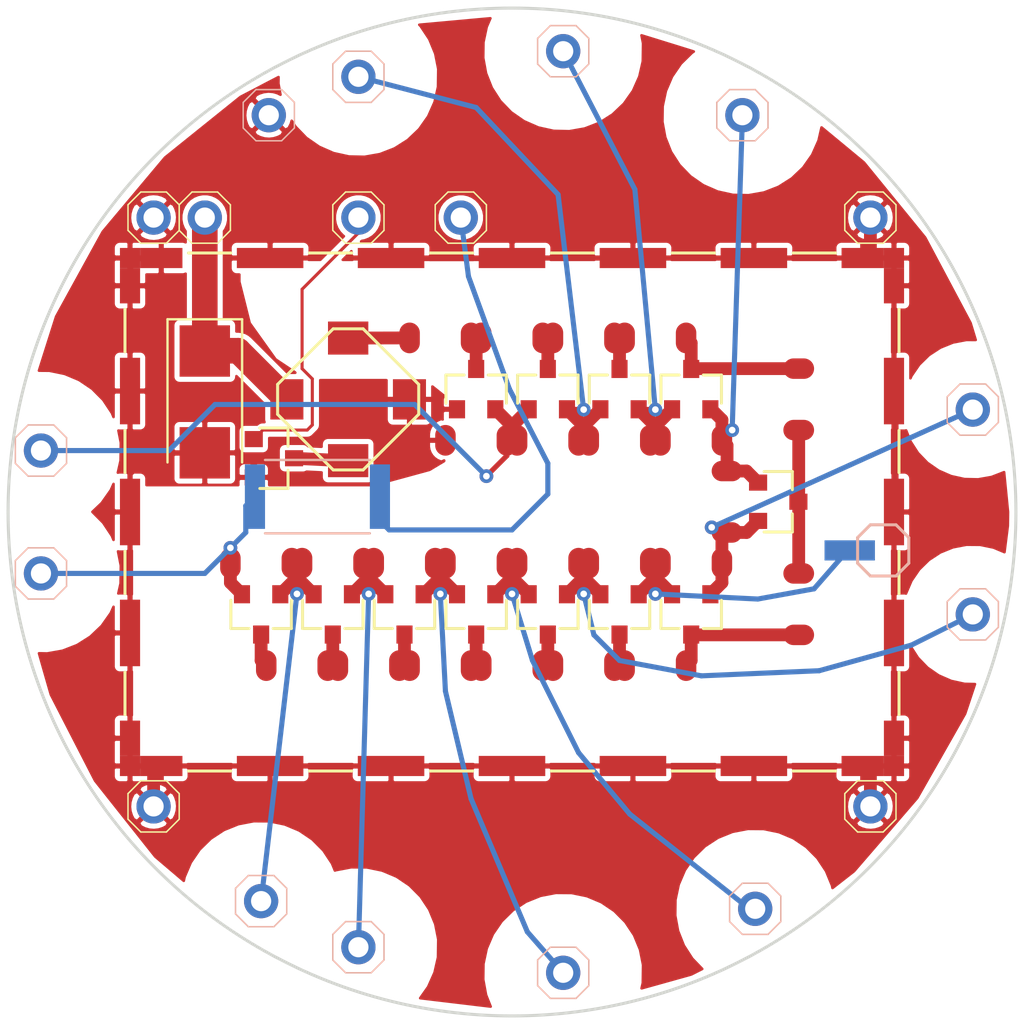
<source format=kicad_pcb>
(kicad_pcb (version 4) (host pcbnew 4.0.4-stable)

  (general
    (links 113)
    (no_connects 0)
    (area 124.046267 75.9076 180.245734 127.3924)
    (thickness 1.6)
    (drawings 1)
    (tracks 299)
    (zones 0)
    (modules 61)
    (nets 31)
  )

  (page A4)
  (layers
    (0 F.Cu signal)
    (31 B.Cu signal)
    (32 B.Adhes user)
    (33 F.Adhes user)
    (34 B.Paste user)
    (35 F.Paste user)
    (36 B.SilkS user)
    (37 F.SilkS user)
    (38 B.Mask user)
    (39 F.Mask user hide)
    (40 Dwgs.User user)
    (41 Cmts.User user)
    (42 Eco1.User user)
    (43 Eco2.User user)
    (44 Edge.Cuts user)
    (45 Margin user)
    (46 B.CrtYd user hide)
    (47 F.CrtYd user hide)
    (48 B.Fab user hide)
    (49 F.Fab user hide)
  )

  (setup
    (last_trace_width 0.1524)
    (user_trace_width 0.254)
    (user_trace_width 0.3048)
    (user_trace_width 0.381)
    (user_trace_width 0.635)
    (user_trace_width 1.27)
    (trace_clearance 0.1524)
    (zone_clearance 0.254)
    (zone_45_only no)
    (trace_min 0.1524)
    (segment_width 0.2)
    (edge_width 0.15)
    (via_size 0.6858)
    (via_drill 0.3302)
    (via_min_size 0.6858)
    (via_min_drill 0.3302)
    (user_via 0.6858 0.3302)
    (uvia_size 0.6858)
    (uvia_drill 0.3302)
    (uvias_allowed no)
    (uvia_min_size 0.6858)
    (uvia_min_drill 0.3302)
    (pcb_text_width 0.3)
    (pcb_text_size 1.5 1.5)
    (mod_edge_width 0.15)
    (mod_text_size 1.5 1.5)
    (mod_text_width 0.15)
    (pad_size 1.7 1.7)
    (pad_drill 1)
    (pad_to_mask_clearance 0.0508)
    (aux_axis_origin 152.4 101.6)
    (grid_origin 152.4 101.6)
    (visible_elements 7FFEFF7F)
    (pcbplotparams
      (layerselection 0x010fc_80000001)
      (usegerberextensions false)
      (excludeedgelayer false)
      (linewidth 0.100000)
      (plotframeref false)
      (viasonmask false)
      (mode 1)
      (useauxorigin true)
      (hpglpennumber 1)
      (hpglpenspeed 20)
      (hpglpendiameter 15)
      (hpglpenoverlay 2)
      (psnegative false)
      (psa4output false)
      (plotreference true)
      (plotvalue false)
      (plotinvisibletext false)
      (padsonsilk false)
      (subtractmaskfromsilk true)
      (outputformat 1)
      (mirror false)
      (drillshape 0)
      (scaleselection 1)
      (outputdirectory H27293AST55-revised/))
  )

  (net 0 "")
  (net 1 "Net-(C1-Pad1)")
  (net 2 GND)
  (net 3 "Net-(C2-Pad1)")
  (net 4 "Net-(C2-Pad2)")
  (net 5 "Net-(C3-Pad1)")
  (net 6 "Net-(C4-Pad1)")
  (net 7 "Net-(C5-Pad1)")
  (net 8 "Net-(C6-Pad1)")
  (net 9 "Net-(C7-Pad1)")
  (net 10 "Net-(C10-Pad2)")
  (net 11 "Net-(C11-Pad2)")
  (net 12 "Net-(C10-Pad1)")
  (net 13 "Net-(C11-Pad1)")
  (net 14 "Net-(C12-Pad1)")
  (net 15 "Net-(C13-Pad1)")
  (net 16 "Net-(C14-Pad1)")
  (net 17 "Net-(C15-Pad1)")
  (net 18 "Net-(C16-Pad1)")
  (net 19 "Net-(C17-Pad1)")
  (net 20 "Net-(C18-Pad1)")
  (net 21 "Net-(C19-Pad1)")
  (net 22 "Net-(C20-Pad1)")
  (net 23 "Net-(C21-Pad1)")
  (net 24 "Net-(C22-Pad1)")
  (net 25 "Net-(C23-Pad1)")
  (net 26 "Net-(C24-Pad1)")
  (net 27 "Net-(C25-Pad1)")
  (net 28 "Net-(P2-Pad1)")
  (net 29 "Net-(P16-Pad1)")
  (net 30 "Net-(Q1-Pad2)")

  (net_class Default "This is the default net class."
    (clearance 0.1524)
    (trace_width 0.1524)
    (via_dia 0.6858)
    (via_drill 0.3302)
    (uvia_dia 0.6858)
    (uvia_drill 0.3302)
    (add_net GND)
    (add_net "Net-(C1-Pad1)")
    (add_net "Net-(C10-Pad1)")
    (add_net "Net-(C10-Pad2)")
    (add_net "Net-(C11-Pad1)")
    (add_net "Net-(C11-Pad2)")
    (add_net "Net-(C12-Pad1)")
    (add_net "Net-(C13-Pad1)")
    (add_net "Net-(C14-Pad1)")
    (add_net "Net-(C15-Pad1)")
    (add_net "Net-(C16-Pad1)")
    (add_net "Net-(C17-Pad1)")
    (add_net "Net-(C18-Pad1)")
    (add_net "Net-(C19-Pad1)")
    (add_net "Net-(C2-Pad1)")
    (add_net "Net-(C2-Pad2)")
    (add_net "Net-(C20-Pad1)")
    (add_net "Net-(C21-Pad1)")
    (add_net "Net-(C22-Pad1)")
    (add_net "Net-(C23-Pad1)")
    (add_net "Net-(C24-Pad1)")
    (add_net "Net-(C25-Pad1)")
    (add_net "Net-(C3-Pad1)")
    (add_net "Net-(C4-Pad1)")
    (add_net "Net-(C5-Pad1)")
    (add_net "Net-(C6-Pad1)")
    (add_net "Net-(C7-Pad1)")
    (add_net "Net-(P16-Pad1)")
    (add_net "Net-(P2-Pad1)")
    (add_net "Net-(Q1-Pad2)")
  )

  (module Capacitors_Tantalum_SMD:CP_Tantalum_Case-C_EIA-6032-28_Reflow (layer F.Cu) (tedit 5A15F799) (tstamp 5A15485E)
    (at 137.16 96.139 270)
    (descr "Tantalum capacitor, Case C, EIA 6032-28, 6.0x3.2x2.5mm, Reflow soldering footprint")
    (tags "capacitor tantalum smd")
    (path /58CFBE61)
    (attr smd)
    (fp_text reference C1 (at 0 -3.35 270) (layer F.SilkS) hide
      (effects (font (size 1 1) (thickness 0.15)))
    )
    (fp_text value CP1 (at 0 3.35 270) (layer F.Fab)
      (effects (font (size 1 1) (thickness 0.15)))
    )
    (fp_text user %R (at 0 0 270) (layer F.Fab)
      (effects (font (size 1 1) (thickness 0.15)))
    )
    (fp_line (start -4.2 -2) (end -4.2 2) (layer F.CrtYd) (width 0.05))
    (fp_line (start -4.2 2) (end 4.2 2) (layer F.CrtYd) (width 0.05))
    (fp_line (start 4.2 2) (end 4.2 -2) (layer F.CrtYd) (width 0.05))
    (fp_line (start 4.2 -2) (end -4.2 -2) (layer F.CrtYd) (width 0.05))
    (fp_line (start -3 -1.6) (end -3 1.6) (layer F.Fab) (width 0.1))
    (fp_line (start -3 1.6) (end 3 1.6) (layer F.Fab) (width 0.1))
    (fp_line (start 3 1.6) (end 3 -1.6) (layer F.Fab) (width 0.1))
    (fp_line (start 3 -1.6) (end -3 -1.6) (layer F.Fab) (width 0.1))
    (fp_line (start -2.4 -1.6) (end -2.4 1.6) (layer F.Fab) (width 0.1))
    (fp_line (start -2.1 -1.6) (end -2.1 1.6) (layer F.Fab) (width 0.1))
    (fp_line (start -4.1 -1.85) (end 3 -1.85) (layer F.SilkS) (width 0.12))
    (fp_line (start -4.1 1.85) (end 3 1.85) (layer F.SilkS) (width 0.12))
    (fp_line (start -4.1 -1.85) (end -4.1 1.85) (layer F.SilkS) (width 0.12))
    (pad 1 smd rect (at -2.525 0 270) (size 2.55 2.5) (layers F.Cu F.Paste F.Mask)
      (net 1 "Net-(C1-Pad1)"))
    (pad 2 smd rect (at 2.525 0 270) (size 2.55 2.5) (layers F.Cu F.Paste F.Mask)
      (net 2 GND))
    (model Capacitors_Tantalum_SMD.3dshapes/CP_Tantalum_Case-C_EIA-6032-28.wrl
      (at (xyz 0 0 0))
      (scale (xyz 1 1 1))
      (rotate (xyz 0 0 0))
    )
  )

  (module HVTest:HV-1206 (layer F.Cu) (tedit 5A1554BE) (tstamp 5A154864)
    (at 148.844 92.964 180)
    (path /58CD5E57)
    (fp_text reference C2 (at 0 1.905 180) (layer F.SilkS) hide
      (effects (font (size 1 1) (thickness 0.15)))
    )
    (fp_text value C (at 0 -1.905 180) (layer F.Fab)
      (effects (font (size 1 1) (thickness 0.15)))
    )
    (pad 1 smd oval (at -1.524 0 180) (size 1.016 1.524) (layers F.Cu F.Paste F.Mask)
      (net 3 "Net-(C2-Pad1)"))
    (pad 2 smd oval (at 1.524 0 180) (size 1.016 1.524) (layers F.Cu F.Paste F.Mask)
      (net 4 "Net-(C2-Pad2)"))
  )

  (module HVTest:HV-1206 (layer F.Cu) (tedit 5A1554CA) (tstamp 5A15486A)
    (at 150.622 98.044 180)
    (path /58CD65A4)
    (fp_text reference C3 (at 0 1.905 180) (layer F.SilkS) hide
      (effects (font (size 1 1) (thickness 0.15)))
    )
    (fp_text value C (at 0 -1.905 180) (layer F.Fab)
      (effects (font (size 1 1) (thickness 0.15)))
    )
    (pad 1 smd oval (at -1.524 0 180) (size 1.016 1.524) (layers F.Cu F.Paste F.Mask)
      (net 5 "Net-(C3-Pad1)"))
    (pad 2 smd oval (at 1.524 0 180) (size 1.016 1.524) (layers F.Cu F.Paste F.Mask)
      (net 2 GND))
  )

  (module HVTest:HV-1206 (layer F.Cu) (tedit 5A1554B7) (tstamp 5A154870)
    (at 152.4 92.964 180)
    (path /58CD63A8)
    (fp_text reference C4 (at 0 1.905 180) (layer F.SilkS) hide
      (effects (font (size 1 1) (thickness 0.15)))
    )
    (fp_text value C (at 0 -1.905 180) (layer F.Fab)
      (effects (font (size 1 1) (thickness 0.15)))
    )
    (pad 1 smd oval (at -1.524 0 180) (size 1.016 1.524) (layers F.Cu F.Paste F.Mask)
      (net 6 "Net-(C4-Pad1)"))
    (pad 2 smd oval (at 1.524 0 180) (size 1.016 1.524) (layers F.Cu F.Paste F.Mask)
      (net 3 "Net-(C2-Pad1)"))
  )

  (module HVTest:HV-1206 (layer F.Cu) (tedit 5A1554B3) (tstamp 5A154876)
    (at 154.178 98.044 180)
    (path /58CD655E)
    (fp_text reference C5 (at 0 1.905 180) (layer F.SilkS) hide
      (effects (font (size 1 1) (thickness 0.15)))
    )
    (fp_text value C (at 0 -1.905 180) (layer F.Fab)
      (effects (font (size 1 1) (thickness 0.15)))
    )
    (pad 1 smd oval (at -1.524 0 180) (size 1.016 1.524) (layers F.Cu F.Paste F.Mask)
      (net 7 "Net-(C5-Pad1)"))
    (pad 2 smd oval (at 1.524 0 180) (size 1.016 1.524) (layers F.Cu F.Paste F.Mask)
      (net 5 "Net-(C3-Pad1)"))
  )

  (module HVTest:HV-1206 (layer F.Cu) (tedit 5A1554AD) (tstamp 5A15487C)
    (at 155.956 92.964 180)
    (path /58D03A5B)
    (fp_text reference C6 (at 0 1.905 180) (layer F.SilkS) hide
      (effects (font (size 1 1) (thickness 0.15)))
    )
    (fp_text value C (at 0 -1.905 180) (layer F.Fab)
      (effects (font (size 1 1) (thickness 0.15)))
    )
    (pad 1 smd oval (at -1.524 0 180) (size 1.016 1.524) (layers F.Cu F.Paste F.Mask)
      (net 8 "Net-(C6-Pad1)"))
    (pad 2 smd oval (at 1.524 0 180) (size 1.016 1.524) (layers F.Cu F.Paste F.Mask)
      (net 6 "Net-(C4-Pad1)"))
  )

  (module HVTest:HV-1206 (layer F.Cu) (tedit 5A1554A9) (tstamp 5A154882)
    (at 157.734 98.044 180)
    (path /58D0770A)
    (fp_text reference C7 (at 0 1.905 180) (layer F.SilkS) hide
      (effects (font (size 1 1) (thickness 0.15)))
    )
    (fp_text value C (at 0 -1.905 180) (layer F.Fab)
      (effects (font (size 1 1) (thickness 0.15)))
    )
    (pad 1 smd oval (at -1.524 0 180) (size 1.016 1.524) (layers F.Cu F.Paste F.Mask)
      (net 9 "Net-(C7-Pad1)"))
    (pad 2 smd oval (at 1.524 0 180) (size 1.016 1.524) (layers F.Cu F.Paste F.Mask)
      (net 7 "Net-(C5-Pad1)"))
  )

  (module HVTest:HV-1206 (layer F.Cu) (tedit 5A1554A3) (tstamp 5A154888)
    (at 159.512 92.964 180)
    (path /58D03D07)
    (fp_text reference C8 (at 0 1.905 180) (layer F.SilkS) hide
      (effects (font (size 1 1) (thickness 0.15)))
    )
    (fp_text value C (at 0 -1.905 180) (layer F.Fab)
      (effects (font (size 1 1) (thickness 0.15)))
    )
    (pad 1 smd oval (at -1.524 0 180) (size 1.016 1.524) (layers F.Cu F.Paste F.Mask)
      (net 10 "Net-(C10-Pad2)"))
    (pad 2 smd oval (at 1.524 0 180) (size 1.016 1.524) (layers F.Cu F.Paste F.Mask)
      (net 8 "Net-(C6-Pad1)"))
  )

  (module HVTest:HV-1206 (layer F.Cu) (tedit 5A15549C) (tstamp 5A15488E)
    (at 161.29 98.044 180)
    (path /58D0792B)
    (fp_text reference C9 (at 0 1.905 180) (layer F.SilkS) hide
      (effects (font (size 1 1) (thickness 0.15)))
    )
    (fp_text value C (at 0 -1.905 180) (layer F.Fab)
      (effects (font (size 1 1) (thickness 0.15)))
    )
    (pad 1 smd oval (at -1.524 0 180) (size 1.016 1.524) (layers F.Cu F.Paste F.Mask)
      (net 11 "Net-(C11-Pad2)"))
    (pad 2 smd oval (at 1.524 0 180) (size 1.016 1.524) (layers F.Cu F.Paste F.Mask)
      (net 9 "Net-(C7-Pad1)"))
  )

  (module HVTest:HV-1206 (layer F.Cu) (tedit 5A155496) (tstamp 5A154894)
    (at 166.624 96.012 90)
    (path /58D03D20)
    (fp_text reference C10 (at 0 1.905 90) (layer F.SilkS) hide
      (effects (font (size 1 1) (thickness 0.15)))
    )
    (fp_text value C (at 0 -1.905 90) (layer F.Fab)
      (effects (font (size 1 1) (thickness 0.15)))
    )
    (pad 1 smd oval (at -1.524 0 90) (size 1.016 1.524) (layers F.Cu F.Paste F.Mask)
      (net 12 "Net-(C10-Pad1)"))
    (pad 2 smd oval (at 1.524 0 90) (size 1.016 1.524) (layers F.Cu F.Paste F.Mask)
      (net 10 "Net-(C10-Pad2)"))
  )

  (module HVTest:HV-1206 (layer F.Cu) (tedit 5A15548E) (tstamp 5A15489A)
    (at 163.068 101.092 90)
    (path /58D079A7)
    (fp_text reference C11 (at 0 1.905 90) (layer F.SilkS) hide
      (effects (font (size 1 1) (thickness 0.15)))
    )
    (fp_text value C (at 0 -1.905 90) (layer F.Fab)
      (effects (font (size 1 1) (thickness 0.15)))
    )
    (pad 1 smd oval (at -1.524 0 90) (size 1.016 1.524) (layers F.Cu F.Paste F.Mask)
      (net 13 "Net-(C11-Pad1)"))
    (pad 2 smd oval (at 1.524 0 90) (size 1.016 1.524) (layers F.Cu F.Paste F.Mask)
      (net 11 "Net-(C11-Pad2)"))
  )

  (module HVTest:HV-1206 (layer F.Cu) (tedit 5A15548B) (tstamp 5A1548A0)
    (at 166.624 106.172 90)
    (path /58D0477B)
    (fp_text reference C12 (at 0 1.905 90) (layer F.SilkS) hide
      (effects (font (size 1 1) (thickness 0.15)))
    )
    (fp_text value C (at 0 -1.905 90) (layer F.Fab)
      (effects (font (size 1 1) (thickness 0.15)))
    )
    (pad 1 smd oval (at -1.524 0 90) (size 1.016 1.524) (layers F.Cu F.Paste F.Mask)
      (net 14 "Net-(C12-Pad1)"))
    (pad 2 smd oval (at 1.524 0 90) (size 1.016 1.524) (layers F.Cu F.Paste F.Mask)
      (net 12 "Net-(C10-Pad1)"))
  )

  (module HVTest:HV-1206 (layer F.Cu) (tedit 5A155452) (tstamp 5A1548A6)
    (at 161.29 104.14)
    (path /58D07A24)
    (fp_text reference C13 (at 0 1.905) (layer F.SilkS) hide
      (effects (font (size 1 1) (thickness 0.15)))
    )
    (fp_text value C (at 0 -1.905) (layer F.Fab)
      (effects (font (size 1 1) (thickness 0.15)))
    )
    (pad 1 smd oval (at -1.524 0) (size 1.016 1.524) (layers F.Cu F.Paste F.Mask)
      (net 15 "Net-(C13-Pad1)"))
    (pad 2 smd oval (at 1.524 0) (size 1.016 1.524) (layers F.Cu F.Paste F.Mask)
      (net 13 "Net-(C11-Pad1)"))
  )

  (module HVTest:HV-1206 (layer F.Cu) (tedit 5A15547E) (tstamp 5A1548AC)
    (at 159.512 109.22)
    (path /58D04794)
    (fp_text reference C14 (at 0 1.905) (layer F.SilkS) hide
      (effects (font (size 1 1) (thickness 0.15)))
    )
    (fp_text value C (at 0 -1.905) (layer F.Fab)
      (effects (font (size 1 1) (thickness 0.15)))
    )
    (pad 1 smd oval (at -1.524 0) (size 1.016 1.524) (layers F.Cu F.Paste F.Mask)
      (net 16 "Net-(C14-Pad1)"))
    (pad 2 smd oval (at 1.524 0) (size 1.016 1.524) (layers F.Cu F.Paste F.Mask)
      (net 14 "Net-(C12-Pad1)"))
  )

  (module HVTest:HV-1206 (layer F.Cu) (tedit 5A15544F) (tstamp 5A1548B2)
    (at 157.734 104.14)
    (path /58D07AAA)
    (fp_text reference C15 (at 0 1.905) (layer F.SilkS) hide
      (effects (font (size 1 1) (thickness 0.15)))
    )
    (fp_text value C (at 0 -1.905) (layer F.Fab)
      (effects (font (size 1 1) (thickness 0.15)))
    )
    (pad 1 smd oval (at -1.524 0) (size 1.016 1.524) (layers F.Cu F.Paste F.Mask)
      (net 17 "Net-(C15-Pad1)"))
    (pad 2 smd oval (at 1.524 0) (size 1.016 1.524) (layers F.Cu F.Paste F.Mask)
      (net 15 "Net-(C13-Pad1)"))
  )

  (module HVTest:HV-1206 (layer F.Cu) (tedit 5A155481) (tstamp 5A1548B8)
    (at 155.956 109.22)
    (path /58D047AE)
    (fp_text reference C16 (at 0 1.905) (layer F.SilkS) hide
      (effects (font (size 1 1) (thickness 0.15)))
    )
    (fp_text value C (at 0 -1.905) (layer F.Fab)
      (effects (font (size 1 1) (thickness 0.15)))
    )
    (pad 1 smd oval (at -1.524 0) (size 1.016 1.524) (layers F.Cu F.Paste F.Mask)
      (net 18 "Net-(C16-Pad1)"))
    (pad 2 smd oval (at 1.524 0) (size 1.016 1.524) (layers F.Cu F.Paste F.Mask)
      (net 16 "Net-(C14-Pad1)"))
  )

  (module HVTest:HV-1206 (layer F.Cu) (tedit 5A15544C) (tstamp 5A1548BE)
    (at 154.178 104.14)
    (path /58D07EE2)
    (fp_text reference C17 (at 0 1.905) (layer F.SilkS) hide
      (effects (font (size 1 1) (thickness 0.15)))
    )
    (fp_text value C (at 0 -1.905) (layer F.Fab)
      (effects (font (size 1 1) (thickness 0.15)))
    )
    (pad 1 smd oval (at -1.524 0) (size 1.016 1.524) (layers F.Cu F.Paste F.Mask)
      (net 19 "Net-(C17-Pad1)"))
    (pad 2 smd oval (at 1.524 0) (size 1.016 1.524) (layers F.Cu F.Paste F.Mask)
      (net 17 "Net-(C15-Pad1)"))
  )

  (module HVTest:HV-1206 (layer F.Cu) (tedit 5A155485) (tstamp 5A1548C4)
    (at 152.4 109.22)
    (path /58D047C6)
    (fp_text reference C18 (at 0 1.905) (layer F.SilkS) hide
      (effects (font (size 1 1) (thickness 0.15)))
    )
    (fp_text value C (at 0 -1.905) (layer F.Fab)
      (effects (font (size 1 1) (thickness 0.15)))
    )
    (pad 1 smd oval (at -1.524 0) (size 1.016 1.524) (layers F.Cu F.Paste F.Mask)
      (net 20 "Net-(C18-Pad1)"))
    (pad 2 smd oval (at 1.524 0) (size 1.016 1.524) (layers F.Cu F.Paste F.Mask)
      (net 18 "Net-(C16-Pad1)"))
  )

  (module HVTest:HV-1206 (layer F.Cu) (tedit 5A155449) (tstamp 5A1548CA)
    (at 150.622 104.14)
    (path /58D07F6A)
    (fp_text reference C19 (at 0 1.905) (layer F.SilkS) hide
      (effects (font (size 1 1) (thickness 0.15)))
    )
    (fp_text value C (at 0 -1.905) (layer F.Fab)
      (effects (font (size 1 1) (thickness 0.15)))
    )
    (pad 1 smd oval (at -1.524 0) (size 1.016 1.524) (layers F.Cu F.Paste F.Mask)
      (net 21 "Net-(C19-Pad1)"))
    (pad 2 smd oval (at 1.524 0) (size 1.016 1.524) (layers F.Cu F.Paste F.Mask)
      (net 19 "Net-(C17-Pad1)"))
  )

  (module HVTest:HV-1206 (layer F.Cu) (tedit 5A155479) (tstamp 5A1548D0)
    (at 148.844 109.22)
    (path /58D05201)
    (fp_text reference C20 (at 0 1.905) (layer F.SilkS) hide
      (effects (font (size 1 1) (thickness 0.15)))
    )
    (fp_text value C (at 0 -1.905) (layer F.Fab)
      (effects (font (size 1 1) (thickness 0.15)))
    )
    (pad 1 smd oval (at -1.524 0) (size 1.016 1.524) (layers F.Cu F.Paste F.Mask)
      (net 22 "Net-(C20-Pad1)"))
    (pad 2 smd oval (at 1.524 0) (size 1.016 1.524) (layers F.Cu F.Paste F.Mask)
      (net 20 "Net-(C18-Pad1)"))
  )

  (module HVTest:HV-1206 (layer F.Cu) (tedit 5A155447) (tstamp 5A1548D6)
    (at 147.066 104.14)
    (path /58D07FF5)
    (fp_text reference C21 (at 0 1.905) (layer F.SilkS) hide
      (effects (font (size 1 1) (thickness 0.15)))
    )
    (fp_text value C (at 0 -1.905) (layer F.Fab)
      (effects (font (size 1 1) (thickness 0.15)))
    )
    (pad 1 smd oval (at -1.524 0) (size 1.016 1.524) (layers F.Cu F.Paste F.Mask)
      (net 23 "Net-(C21-Pad1)"))
    (pad 2 smd oval (at 1.524 0) (size 1.016 1.524) (layers F.Cu F.Paste F.Mask)
      (net 21 "Net-(C19-Pad1)"))
  )

  (module HVTest:HV-1206 (layer F.Cu) (tedit 5A155473) (tstamp 5A1548DC)
    (at 145.288 109.22)
    (path /58D05219)
    (fp_text reference C22 (at 0 1.905) (layer F.SilkS) hide
      (effects (font (size 1 1) (thickness 0.15)))
    )
    (fp_text value C (at 0 -1.905) (layer F.Fab)
      (effects (font (size 1 1) (thickness 0.15)))
    )
    (pad 1 smd oval (at -1.524 0) (size 1.016 1.524) (layers F.Cu F.Paste F.Mask)
      (net 24 "Net-(C22-Pad1)"))
    (pad 2 smd oval (at 1.524 0) (size 1.016 1.524) (layers F.Cu F.Paste F.Mask)
      (net 22 "Net-(C20-Pad1)"))
  )

  (module HVTest:HV-1206 (layer F.Cu) (tedit 5A155441) (tstamp 5A1548E2)
    (at 143.51 104.14)
    (path /58D08087)
    (fp_text reference C23 (at 0 1.905) (layer F.SilkS) hide
      (effects (font (size 1 1) (thickness 0.15)))
    )
    (fp_text value C (at 0 -1.905) (layer F.Fab)
      (effects (font (size 1 1) (thickness 0.15)))
    )
    (pad 1 smd oval (at -1.524 0) (size 1.016 1.524) (layers F.Cu F.Paste F.Mask)
      (net 25 "Net-(C23-Pad1)"))
    (pad 2 smd oval (at 1.524 0) (size 1.016 1.524) (layers F.Cu F.Paste F.Mask)
      (net 23 "Net-(C21-Pad1)"))
  )

  (module HVTest:HV-1206 (layer F.Cu) (tedit 5A155471) (tstamp 5A1548E8)
    (at 141.732 109.22)
    (path /58D05231)
    (fp_text reference C24 (at 0 1.905) (layer F.SilkS) hide
      (effects (font (size 1 1) (thickness 0.15)))
    )
    (fp_text value C (at 0 -1.905) (layer F.Fab)
      (effects (font (size 1 1) (thickness 0.15)))
    )
    (pad 1 smd oval (at -1.524 0) (size 1.016 1.524) (layers F.Cu F.Paste F.Mask)
      (net 26 "Net-(C24-Pad1)"))
    (pad 2 smd oval (at 1.524 0) (size 1.016 1.524) (layers F.Cu F.Paste F.Mask)
      (net 24 "Net-(C22-Pad1)"))
  )

  (module HVTest:HV-1206 (layer F.Cu) (tedit 5A155439) (tstamp 5A1548EE)
    (at 139.954 104.14)
    (path /58D08116)
    (fp_text reference C25 (at 0 1.905) (layer F.SilkS) hide
      (effects (font (size 1 1) (thickness 0.15)))
    )
    (fp_text value C (at 0 -1.905) (layer F.Fab)
      (effects (font (size 1 1) (thickness 0.15)))
    )
    (pad 1 smd oval (at -1.524 0) (size 1.016 1.524) (layers F.Cu F.Paste F.Mask)
      (net 27 "Net-(C25-Pad1)"))
    (pad 2 smd oval (at 1.524 0) (size 1.016 1.524) (layers F.Cu F.Paste F.Mask)
      (net 25 "Net-(C23-Pad1)"))
  )

  (module HVTest:SOT23 (layer F.Cu) (tedit 5A1554C5) (tstamp 5A1548F9)
    (at 150.622 95.504 180)
    (path /58CD601B)
    (fp_text reference D1 (at 0 2.45 180) (layer F.SilkS) hide
      (effects (font (size 1 1) (thickness 0.15)))
    )
    (fp_text value MMBD3004S (at 0 -2.35 180) (layer F.Fab) hide
      (effects (font (size 1 1) (thickness 0.15)))
    )
    (fp_line (start 0.6 0.7) (end 1.5 0.7) (layer F.SilkS) (width 0.15))
    (fp_line (start -0.6 0.7) (end -1.5 0.7) (layer F.SilkS) (width 0.15))
    (fp_line (start 1.5 -0.7) (end 1.5 0.7) (layer F.SilkS) (width 0.15))
    (fp_line (start -1.5 0.7) (end -1.5 -0.7) (layer F.SilkS) (width 0.15))
    (pad 1 smd rect (at 0.95 -1 180) (size 0.8 0.9) (layers F.Cu F.Paste F.Mask)
      (net 2 GND))
    (pad 2 smd rect (at 0 1 180) (size 0.8 0.9) (layers F.Cu F.Paste F.Mask)
      (net 3 "Net-(C2-Pad1)"))
    (pad 3 smd rect (at -0.95 -1 180) (size 0.8 0.9) (layers F.Cu F.Paste F.Mask)
      (net 5 "Net-(C3-Pad1)"))
  )

  (module HVTest:SOT23 (layer F.Cu) (tedit 5A1554BA) (tstamp 5A154904)
    (at 154.178 95.504 180)
    (path /58CD625A)
    (fp_text reference D2 (at 0 2.45 180) (layer F.SilkS) hide
      (effects (font (size 1 1) (thickness 0.15)))
    )
    (fp_text value MMBD3004S (at 0 -2.35 180) (layer F.Fab) hide
      (effects (font (size 1 1) (thickness 0.15)))
    )
    (fp_line (start 0.6 0.7) (end 1.5 0.7) (layer F.SilkS) (width 0.15))
    (fp_line (start -0.6 0.7) (end -1.5 0.7) (layer F.SilkS) (width 0.15))
    (fp_line (start 1.5 -0.7) (end 1.5 0.7) (layer F.SilkS) (width 0.15))
    (fp_line (start -1.5 0.7) (end -1.5 -0.7) (layer F.SilkS) (width 0.15))
    (pad 1 smd rect (at 0.95 -1 180) (size 0.8 0.9) (layers F.Cu F.Paste F.Mask)
      (net 5 "Net-(C3-Pad1)"))
    (pad 2 smd rect (at 0 1 180) (size 0.8 0.9) (layers F.Cu F.Paste F.Mask)
      (net 6 "Net-(C4-Pad1)"))
    (pad 3 smd rect (at -0.95 -1 180) (size 0.8 0.9) (layers F.Cu F.Paste F.Mask)
      (net 7 "Net-(C5-Pad1)"))
  )

  (module HVTest:SOT23 (layer F.Cu) (tedit 5A1554A6) (tstamp 5A15490F)
    (at 157.734 95.504 180)
    (path /58D03A55)
    (fp_text reference D3 (at 0 2.45 180) (layer F.SilkS) hide
      (effects (font (size 1 1) (thickness 0.15)))
    )
    (fp_text value MMBD3004S (at 0 -2.35 180) (layer F.Fab) hide
      (effects (font (size 1 1) (thickness 0.15)))
    )
    (fp_line (start 0.6 0.7) (end 1.5 0.7) (layer F.SilkS) (width 0.15))
    (fp_line (start -0.6 0.7) (end -1.5 0.7) (layer F.SilkS) (width 0.15))
    (fp_line (start 1.5 -0.7) (end 1.5 0.7) (layer F.SilkS) (width 0.15))
    (fp_line (start -1.5 0.7) (end -1.5 -0.7) (layer F.SilkS) (width 0.15))
    (pad 1 smd rect (at 0.95 -1 180) (size 0.8 0.9) (layers F.Cu F.Paste F.Mask)
      (net 7 "Net-(C5-Pad1)"))
    (pad 2 smd rect (at 0 1 180) (size 0.8 0.9) (layers F.Cu F.Paste F.Mask)
      (net 8 "Net-(C6-Pad1)"))
    (pad 3 smd rect (at -0.95 -1 180) (size 0.8 0.9) (layers F.Cu F.Paste F.Mask)
      (net 9 "Net-(C7-Pad1)"))
  )

  (module HVTest:SOT23 (layer F.Cu) (tedit 5A15549F) (tstamp 5A15491A)
    (at 161.29 95.504 180)
    (path /58D03D01)
    (fp_text reference D4 (at 0 2.45 180) (layer F.SilkS) hide
      (effects (font (size 1 1) (thickness 0.15)))
    )
    (fp_text value MMBD3004S (at 0 -2.35 180) (layer F.Fab) hide
      (effects (font (size 1 1) (thickness 0.15)))
    )
    (fp_line (start 0.6 0.7) (end 1.5 0.7) (layer F.SilkS) (width 0.15))
    (fp_line (start -0.6 0.7) (end -1.5 0.7) (layer F.SilkS) (width 0.15))
    (fp_line (start 1.5 -0.7) (end 1.5 0.7) (layer F.SilkS) (width 0.15))
    (fp_line (start -1.5 0.7) (end -1.5 -0.7) (layer F.SilkS) (width 0.15))
    (pad 1 smd rect (at 0.95 -1 180) (size 0.8 0.9) (layers F.Cu F.Paste F.Mask)
      (net 9 "Net-(C7-Pad1)"))
    (pad 2 smd rect (at 0 1 180) (size 0.8 0.9) (layers F.Cu F.Paste F.Mask)
      (net 10 "Net-(C10-Pad2)"))
    (pad 3 smd rect (at -0.95 -1 180) (size 0.8 0.9) (layers F.Cu F.Paste F.Mask)
      (net 11 "Net-(C11-Pad2)"))
  )

  (module HVTest:SOT23 (layer F.Cu) (tedit 5A155492) (tstamp 5A154925)
    (at 165.608 101.092 90)
    (path /58D03D1A)
    (fp_text reference D5 (at 0 2.45 90) (layer F.SilkS) hide
      (effects (font (size 1 1) (thickness 0.15)))
    )
    (fp_text value MMBD3004S (at 0 -2.35 90) (layer F.Fab) hide
      (effects (font (size 1 1) (thickness 0.15)))
    )
    (fp_line (start 0.6 0.7) (end 1.5 0.7) (layer F.SilkS) (width 0.15))
    (fp_line (start -0.6 0.7) (end -1.5 0.7) (layer F.SilkS) (width 0.15))
    (fp_line (start 1.5 -0.7) (end 1.5 0.7) (layer F.SilkS) (width 0.15))
    (fp_line (start -1.5 0.7) (end -1.5 -0.7) (layer F.SilkS) (width 0.15))
    (pad 1 smd rect (at 0.95 -1 90) (size 0.8 0.9) (layers F.Cu F.Paste F.Mask)
      (net 11 "Net-(C11-Pad2)"))
    (pad 2 smd rect (at 0 1 90) (size 0.8 0.9) (layers F.Cu F.Paste F.Mask)
      (net 12 "Net-(C10-Pad1)"))
    (pad 3 smd rect (at -0.95 -1 90) (size 0.8 0.9) (layers F.Cu F.Paste F.Mask)
      (net 13 "Net-(C11-Pad1)"))
  )

  (module HVTest:SOT23 (layer F.Cu) (tedit 5A15545A) (tstamp 5A154930)
    (at 161.29 106.68)
    (path /58D04775)
    (fp_text reference D6 (at 0 2.45) (layer F.SilkS) hide
      (effects (font (size 1 1) (thickness 0.15)))
    )
    (fp_text value MMBD3004S (at 0 -2.35) (layer F.Fab) hide
      (effects (font (size 1 1) (thickness 0.15)))
    )
    (fp_line (start 0.6 0.7) (end 1.5 0.7) (layer F.SilkS) (width 0.15))
    (fp_line (start -0.6 0.7) (end -1.5 0.7) (layer F.SilkS) (width 0.15))
    (fp_line (start 1.5 -0.7) (end 1.5 0.7) (layer F.SilkS) (width 0.15))
    (fp_line (start -1.5 0.7) (end -1.5 -0.7) (layer F.SilkS) (width 0.15))
    (pad 1 smd rect (at 0.95 -1) (size 0.8 0.9) (layers F.Cu F.Paste F.Mask)
      (net 13 "Net-(C11-Pad1)"))
    (pad 2 smd rect (at 0 1) (size 0.8 0.9) (layers F.Cu F.Paste F.Mask)
      (net 14 "Net-(C12-Pad1)"))
    (pad 3 smd rect (at -0.95 -1) (size 0.8 0.9) (layers F.Cu F.Paste F.Mask)
      (net 15 "Net-(C13-Pad1)"))
  )

  (module HVTest:SOT23 (layer F.Cu) (tedit 5A15545D) (tstamp 5A15493B)
    (at 157.734 106.68)
    (path /58D0478E)
    (fp_text reference D7 (at 0 2.45) (layer F.SilkS) hide
      (effects (font (size 1 1) (thickness 0.15)))
    )
    (fp_text value MMBD3004S (at 0 -2.35) (layer F.Fab) hide
      (effects (font (size 1 1) (thickness 0.15)))
    )
    (fp_line (start 0.6 0.7) (end 1.5 0.7) (layer F.SilkS) (width 0.15))
    (fp_line (start -0.6 0.7) (end -1.5 0.7) (layer F.SilkS) (width 0.15))
    (fp_line (start 1.5 -0.7) (end 1.5 0.7) (layer F.SilkS) (width 0.15))
    (fp_line (start -1.5 0.7) (end -1.5 -0.7) (layer F.SilkS) (width 0.15))
    (pad 1 smd rect (at 0.95 -1) (size 0.8 0.9) (layers F.Cu F.Paste F.Mask)
      (net 15 "Net-(C13-Pad1)"))
    (pad 2 smd rect (at 0 1) (size 0.8 0.9) (layers F.Cu F.Paste F.Mask)
      (net 16 "Net-(C14-Pad1)"))
    (pad 3 smd rect (at -0.95 -1) (size 0.8 0.9) (layers F.Cu F.Paste F.Mask)
      (net 17 "Net-(C15-Pad1)"))
  )

  (module HVTest:SOT23 (layer F.Cu) (tedit 5A155460) (tstamp 5A154946)
    (at 154.178 106.68)
    (path /58D047A8)
    (fp_text reference D8 (at 0 2.45) (layer F.SilkS) hide
      (effects (font (size 1 1) (thickness 0.15)))
    )
    (fp_text value MMBD3004S (at 0 -2.35) (layer F.Fab) hide
      (effects (font (size 1 1) (thickness 0.15)))
    )
    (fp_line (start 0.6 0.7) (end 1.5 0.7) (layer F.SilkS) (width 0.15))
    (fp_line (start -0.6 0.7) (end -1.5 0.7) (layer F.SilkS) (width 0.15))
    (fp_line (start 1.5 -0.7) (end 1.5 0.7) (layer F.SilkS) (width 0.15))
    (fp_line (start -1.5 0.7) (end -1.5 -0.7) (layer F.SilkS) (width 0.15))
    (pad 1 smd rect (at 0.95 -1) (size 0.8 0.9) (layers F.Cu F.Paste F.Mask)
      (net 17 "Net-(C15-Pad1)"))
    (pad 2 smd rect (at 0 1) (size 0.8 0.9) (layers F.Cu F.Paste F.Mask)
      (net 18 "Net-(C16-Pad1)"))
    (pad 3 smd rect (at -0.95 -1) (size 0.8 0.9) (layers F.Cu F.Paste F.Mask)
      (net 19 "Net-(C17-Pad1)"))
  )

  (module HVTest:SOT23 (layer F.Cu) (tedit 5A155466) (tstamp 5A154951)
    (at 150.622 106.68)
    (path /58D047C0)
    (fp_text reference D9 (at 0 2.45) (layer F.SilkS) hide
      (effects (font (size 1 1) (thickness 0.15)))
    )
    (fp_text value MMBD3004S (at 0 -2.35) (layer F.Fab) hide
      (effects (font (size 1 1) (thickness 0.15)))
    )
    (fp_line (start 0.6 0.7) (end 1.5 0.7) (layer F.SilkS) (width 0.15))
    (fp_line (start -0.6 0.7) (end -1.5 0.7) (layer F.SilkS) (width 0.15))
    (fp_line (start 1.5 -0.7) (end 1.5 0.7) (layer F.SilkS) (width 0.15))
    (fp_line (start -1.5 0.7) (end -1.5 -0.7) (layer F.SilkS) (width 0.15))
    (pad 1 smd rect (at 0.95 -1) (size 0.8 0.9) (layers F.Cu F.Paste F.Mask)
      (net 19 "Net-(C17-Pad1)"))
    (pad 2 smd rect (at 0 1) (size 0.8 0.9) (layers F.Cu F.Paste F.Mask)
      (net 20 "Net-(C18-Pad1)"))
    (pad 3 smd rect (at -0.95 -1) (size 0.8 0.9) (layers F.Cu F.Paste F.Mask)
      (net 21 "Net-(C19-Pad1)"))
  )

  (module HVTest:SOT23 (layer F.Cu) (tedit 5A155476) (tstamp 5A15495C)
    (at 147.066 106.68)
    (path /58D051FB)
    (fp_text reference D10 (at 0 2.45) (layer F.SilkS) hide
      (effects (font (size 1 1) (thickness 0.15)))
    )
    (fp_text value MMBD3004S (at 0 -2.35) (layer F.Fab) hide
      (effects (font (size 1 1) (thickness 0.15)))
    )
    (fp_line (start 0.6 0.7) (end 1.5 0.7) (layer F.SilkS) (width 0.15))
    (fp_line (start -0.6 0.7) (end -1.5 0.7) (layer F.SilkS) (width 0.15))
    (fp_line (start 1.5 -0.7) (end 1.5 0.7) (layer F.SilkS) (width 0.15))
    (fp_line (start -1.5 0.7) (end -1.5 -0.7) (layer F.SilkS) (width 0.15))
    (pad 1 smd rect (at 0.95 -1) (size 0.8 0.9) (layers F.Cu F.Paste F.Mask)
      (net 21 "Net-(C19-Pad1)"))
    (pad 2 smd rect (at 0 1) (size 0.8 0.9) (layers F.Cu F.Paste F.Mask)
      (net 22 "Net-(C20-Pad1)"))
    (pad 3 smd rect (at -0.95 -1) (size 0.8 0.9) (layers F.Cu F.Paste F.Mask)
      (net 23 "Net-(C21-Pad1)"))
  )

  (module HVTest:SOT23 (layer F.Cu) (tedit 5A15546B) (tstamp 5A154967)
    (at 143.51 106.68)
    (path /58D05213)
    (fp_text reference D11 (at 0 2.45) (layer F.SilkS) hide
      (effects (font (size 1 1) (thickness 0.15)))
    )
    (fp_text value MMBD3004S (at 0 -2.35) (layer F.Fab) hide
      (effects (font (size 1 1) (thickness 0.15)))
    )
    (fp_line (start 0.6 0.7) (end 1.5 0.7) (layer F.SilkS) (width 0.15))
    (fp_line (start -0.6 0.7) (end -1.5 0.7) (layer F.SilkS) (width 0.15))
    (fp_line (start 1.5 -0.7) (end 1.5 0.7) (layer F.SilkS) (width 0.15))
    (fp_line (start -1.5 0.7) (end -1.5 -0.7) (layer F.SilkS) (width 0.15))
    (pad 1 smd rect (at 0.95 -1) (size 0.8 0.9) (layers F.Cu F.Paste F.Mask)
      (net 23 "Net-(C21-Pad1)"))
    (pad 2 smd rect (at 0 1) (size 0.8 0.9) (layers F.Cu F.Paste F.Mask)
      (net 24 "Net-(C22-Pad1)"))
    (pad 3 smd rect (at -0.95 -1) (size 0.8 0.9) (layers F.Cu F.Paste F.Mask)
      (net 25 "Net-(C23-Pad1)"))
  )

  (module HVTest:SOT23 (layer F.Cu) (tedit 5A15543D) (tstamp 5A154972)
    (at 139.954 106.68)
    (path /58D0522B)
    (fp_text reference D12 (at 0 2.45) (layer F.SilkS) hide
      (effects (font (size 1 1) (thickness 0.15)))
    )
    (fp_text value MMBD3004S (at 0 -2.35) (layer F.Fab) hide
      (effects (font (size 1 1) (thickness 0.15)))
    )
    (fp_line (start 0.6 0.7) (end 1.5 0.7) (layer F.SilkS) (width 0.15))
    (fp_line (start -0.6 0.7) (end -1.5 0.7) (layer F.SilkS) (width 0.15))
    (fp_line (start 1.5 -0.7) (end 1.5 0.7) (layer F.SilkS) (width 0.15))
    (fp_line (start -1.5 0.7) (end -1.5 -0.7) (layer F.SilkS) (width 0.15))
    (pad 1 smd rect (at 0.95 -1) (size 0.8 0.9) (layers F.Cu F.Paste F.Mask)
      (net 25 "Net-(C23-Pad1)"))
    (pad 2 smd rect (at 0 1) (size 0.8 0.9) (layers F.Cu F.Paste F.Mask)
      (net 26 "Net-(C24-Pad1)"))
    (pad 3 smd rect (at -0.95 -1) (size 0.8 0.9) (layers F.Cu F.Paste F.Mask)
      (net 27 "Net-(C25-Pad1)"))
  )

  (module HVTest:SOT23 (layer F.Cu) (tedit 5A1554D7) (tstamp 5A154A09)
    (at 140.589 98.933 90)
    (path /58CFBD17)
    (fp_text reference Q1 (at 0 2.45 90) (layer F.SilkS) hide
      (effects (font (size 1 1) (thickness 0.15)))
    )
    (fp_text value NMOS-DMG3420U (at 0 -2.35 90) (layer F.Fab) hide
      (effects (font (size 1 1) (thickness 0.15)))
    )
    (fp_line (start 0.6 0.7) (end 1.5 0.7) (layer F.SilkS) (width 0.15))
    (fp_line (start -0.6 0.7) (end -1.5 0.7) (layer F.SilkS) (width 0.15))
    (fp_line (start 1.5 -0.7) (end 1.5 0.7) (layer F.SilkS) (width 0.15))
    (fp_line (start -1.5 0.7) (end -1.5 -0.7) (layer F.SilkS) (width 0.15))
    (pad 1 smd rect (at 0.95 -1 90) (size 0.8 0.9) (layers F.Cu F.Paste F.Mask)
      (net 28 "Net-(P2-Pad1)"))
    (pad 2 smd rect (at 0 1 90) (size 0.8 0.9) (layers F.Cu F.Paste F.Mask)
      (net 30 "Net-(Q1-Pad2)"))
    (pad 3 smd rect (at -0.95 -1 90) (size 0.8 0.9) (layers F.Cu F.Paste F.Mask)
      (net 2 GND))
  )

  (module Resistors_SMD:R_2512 (layer B.Cu) (tedit 5A1554DA) (tstamp 5A154A29)
    (at 142.748 100.838 180)
    (descr "Resistor SMD 2512, reflow soldering, Vishay (see dcrcw.pdf)")
    (tags "resistor 2512")
    (path /5A170104)
    (clearance 1.905)
    (attr smd)
    (fp_text reference R2 (at 0 2.6 180) (layer B.SilkS) hide
      (effects (font (size 1 1) (thickness 0.15)) (justify mirror))
    )
    (fp_text value 1G (at 0 -2.75 180) (layer B.Fab)
      (effects (font (size 1 1) (thickness 0.15)) (justify mirror))
    )
    (fp_text user %R (at 0 0 180) (layer B.Fab)
      (effects (font (size 1 1) (thickness 0.15)) (justify mirror))
    )
    (fp_line (start -3.15 -1.6) (end -3.15 1.6) (layer B.Fab) (width 0.1))
    (fp_line (start 3.15 -1.6) (end -3.15 -1.6) (layer B.Fab) (width 0.1))
    (fp_line (start 3.15 1.6) (end 3.15 -1.6) (layer B.Fab) (width 0.1))
    (fp_line (start -3.15 1.6) (end 3.15 1.6) (layer B.Fab) (width 0.1))
    (fp_line (start 2.6 -1.82) (end -2.6 -1.82) (layer B.SilkS) (width 0.12))
    (fp_line (start -2.6 1.82) (end 2.6 1.82) (layer B.SilkS) (width 0.12))
    (fp_line (start -3.85 1.85) (end 3.85 1.85) (layer B.CrtYd) (width 0.05))
    (fp_line (start -3.85 1.85) (end -3.85 -1.85) (layer B.CrtYd) (width 0.05))
    (fp_line (start 3.85 -1.85) (end 3.85 1.85) (layer B.CrtYd) (width 0.05))
    (fp_line (start 3.85 -1.85) (end -3.85 -1.85) (layer B.CrtYd) (width 0.05))
    (pad 1 smd rect (at -3.1 0 180) (size 1 3.2) (layers B.Cu B.Paste B.Mask)
      (net 29 "Net-(P16-Pad1)"))
    (pad 2 smd rect (at 3.1 0 180) (size 1 3.2) (layers B.Cu B.Paste B.Mask)
      (net 27 "Net-(C25-Pad1)"))
    (model ${KISYS3DMOD}/Resistors_SMD.3dshapes/R_2512.wrl
      (at (xyz 0 0 0))
      (scale (xyz 1 1 1))
      (rotate (xyz 0 0 0))
    )
  )

  (module HVTest:LPR6235 (layer F.Cu) (tedit 5A160AFD) (tstamp 5A154A39)
    (at 144.272 96.012 45)
    (path /58CFC486)
    (fp_text reference T1 (at 0 0 45) (layer F.SilkS) hide
      (effects (font (size 1 1) (thickness 0.15)))
    )
    (fp_text value TRANSFO (at 0 -5 45) (layer F.Fab) hide
      (effects (font (size 1 1) (thickness 0.15)))
    )
    (fp_line (start -1.95 -3) (end -3 -1.95) (layer F.SilkS) (width 0.15))
    (fp_line (start -3 -1.95) (end -3 1.95) (layer F.SilkS) (width 0.15))
    (fp_line (start -3 1.95) (end -1.95 3) (layer F.SilkS) (width 0.15))
    (fp_line (start -1.95 3) (end 1.95 3) (layer F.SilkS) (width 0.15))
    (fp_line (start 1.95 3) (end 3 1.95) (layer F.SilkS) (width 0.15))
    (fp_line (start 3 1.95) (end 3 -1.95) (layer F.SilkS) (width 0.15))
    (fp_line (start 3 -1.95) (end 1.95 -3) (layer F.SilkS) (width 0.15))
    (fp_line (start 1.95 -3) (end -1.95 -3) (layer F.SilkS) (width 0.15))
    (pad 1 smd trapezoid (at -2.15 -2.15 90) (size 2 1.64) (layers F.Cu F.Paste F.Mask)
      (net 1 "Net-(C1-Pad1)"))
    (pad 2 smd trapezoid (at -2.15 2.15 180) (size 2 1.64) (layers F.Cu F.Paste F.Mask)
      (net 30 "Net-(Q1-Pad2)"))
    (pad 3 smd trapezoid (at 2.15 2.15 270) (size 2 1.64) (layers F.Cu F.Paste F.Mask)
      (net 2 GND))
    (pad 4 smd trapezoid (at 2.15 -2.15) (size 2 1.64) (layers F.Cu F.Paste F.Mask)
      (net 4 "Net-(C2-Pad2)") (clearance 0.762))
  )

  (module HVTest:Pin_Header_Straight_SMT_01x01 (layer B.Cu) (tedit 5A1607DA) (tstamp 5A156AD3)
    (at 170.815 103.505 270)
    (descr "SMT pin header")
    (tags "SMT pin header")
    (path /5A182684)
    (attr smd)
    (fp_text reference P22 (at 0 -2.54 270) (layer B.SilkS) hide
      (effects (font (size 1 1) (thickness 0.15)) (justify mirror))
    )
    (fp_text value CONN_01X01 (at 0 3.81 270) (layer B.Fab) hide
      (effects (font (size 1 1) (thickness 0.15)) (justify mirror))
    )
    (fp_line (start -1.27 -0.635) (end -1.27 0.635) (layer B.SilkS) (width 0.15))
    (fp_line (start 1.27 0.635) (end 1.27 -0.635) (layer B.SilkS) (width 0.15))
    (fp_line (start -1.27 -0.635) (end -0.635 -1.27) (layer B.SilkS) (width 0.15))
    (fp_line (start -0.635 -1.27) (end 0.635 -1.27) (layer B.SilkS) (width 0.15))
    (fp_line (start 0.635 -1.27) (end 1.27 -0.635) (layer B.SilkS) (width 0.15))
    (fp_line (start 1.27 0.635) (end 0.635 1.27) (layer B.SilkS) (width 0.15))
    (fp_line (start 0.635 1.27) (end -0.635 1.27) (layer B.SilkS) (width 0.15))
    (fp_line (start -0.635 1.27) (end -1.27 0.635) (layer B.SilkS) (width 0.15))
    (pad 1 smd rect (at 0 1.66 270) (size 1 2.5) (layers B.Cu B.Paste B.Mask)
      (net 15 "Net-(C13-Pad1)") (clearance 2.54))
    (model Pin_Headers.3dshapes/Pin_Header_Straight_SMT_02x03.wrl
      (at (xyz 0 0 0))
      (scale (xyz 1 1 1))
      (rotate (xyz 0 0 0))
    )
  )

  (module HVTest:PHS1x01_Pitch2.54mm_1D1.7P (layer B.Cu) (tedit 5A160DD3) (tstamp 5A15A943)
    (at 129.032 98.552)
    (descr "Through hole straight pin header, 1x01, 2.54mm pitch, single row")
    (tags "Through hole pin header THT 1x01 2.54mm single row")
    (path /5A17F859)
    (clearance 3.048)
    (fp_text reference P17 (at 0 1.905) (layer B.SilkS) hide
      (effects (font (size 1 1) (thickness 0.15)) (justify mirror))
    )
    (fp_text value CONN_01X01 (at 0 -1.905) (layer B.Fab) hide
      (effects (font (size 1 1) (thickness 0.15)) (justify mirror))
    )
    (fp_line (start -1.27 0.635) (end -0.635 1.27) (layer B.SilkS) (width 0.075))
    (fp_line (start -0.635 1.27) (end 0.635 1.27) (layer B.SilkS) (width 0.075))
    (fp_line (start 0.635 1.27) (end 1.27 0.635) (layer B.SilkS) (width 0.075))
    (fp_line (start 1.27 0.635) (end 1.27 -0.635) (layer B.SilkS) (width 0.075))
    (fp_line (start 1.27 -0.635) (end 0.635 -1.27) (layer B.SilkS) (width 0.075))
    (fp_line (start 0.635 -1.27) (end -0.635 -1.27) (layer B.SilkS) (width 0.075))
    (fp_line (start -0.635 -1.27) (end -1.27 -0.635) (layer B.SilkS) (width 0.075))
    (fp_line (start -1.27 -0.635) (end -1.27 0.635) (layer B.SilkS) (width 0.075))
    (pad 1 thru_hole circle (at 0 0) (size 1.7 1.7) (drill 1) (layers *.Cu *.Mask)
      (net 5 "Net-(C3-Pad1)"))
    (model ${KISYS3DMOD}/Pin_Headers.3dshapes/Pin_Header_Straight_1x01_Pitch2.54mm.wrl
      (at (xyz 0 0 0))
      (scale (xyz 1 1 1))
      (rotate (xyz 0 0 0))
    )
  )

  (module HVTest:PHS1x01_Pitch2.54mm_1D1.7P (layer B.Cu) (tedit 5A160D85) (tstamp 5A15A94F)
    (at 144.78 80.01)
    (descr "Through hole straight pin header, 1x01, 2.54mm pitch, single row")
    (tags "Through hole pin header THT 1x01 2.54mm single row")
    (path /5A181DD8)
    (clearance 3.048)
    (fp_text reference P18 (at 0 1.905) (layer B.SilkS) hide
      (effects (font (size 1 1) (thickness 0.15)) (justify mirror))
    )
    (fp_text value CONN_01X01 (at 0 -1.905) (layer B.Fab) hide
      (effects (font (size 1 1) (thickness 0.15)) (justify mirror))
    )
    (fp_line (start -1.27 0.635) (end -0.635 1.27) (layer B.SilkS) (width 0.075))
    (fp_line (start -0.635 1.27) (end 0.635 1.27) (layer B.SilkS) (width 0.075))
    (fp_line (start 0.635 1.27) (end 1.27 0.635) (layer B.SilkS) (width 0.075))
    (fp_line (start 1.27 0.635) (end 1.27 -0.635) (layer B.SilkS) (width 0.075))
    (fp_line (start 1.27 -0.635) (end 0.635 -1.27) (layer B.SilkS) (width 0.075))
    (fp_line (start 0.635 -1.27) (end -0.635 -1.27) (layer B.SilkS) (width 0.075))
    (fp_line (start -0.635 -1.27) (end -1.27 -0.635) (layer B.SilkS) (width 0.075))
    (fp_line (start -1.27 -0.635) (end -1.27 0.635) (layer B.SilkS) (width 0.075))
    (pad 1 thru_hole circle (at 0 0) (size 1.7 1.7) (drill 1) (layers *.Cu *.Mask)
      (net 7 "Net-(C5-Pad1)"))
    (model ${KISYS3DMOD}/Pin_Headers.3dshapes/Pin_Header_Straight_1x01_Pitch2.54mm.wrl
      (at (xyz 0 0 0))
      (scale (xyz 1 1 1))
      (rotate (xyz 0 0 0))
    )
  )

  (module HVTest:PHS1x01_Pitch2.54mm_1D1.7P (layer B.Cu) (tedit 5A160D89) (tstamp 5A15A95B)
    (at 154.94 78.74)
    (descr "Through hole straight pin header, 1x01, 2.54mm pitch, single row")
    (tags "Through hole pin header THT 1x01 2.54mm single row")
    (path /5A181EBF)
    (clearance 3.048)
    (fp_text reference P19 (at 0 1.905) (layer B.SilkS) hide
      (effects (font (size 1 1) (thickness 0.15)) (justify mirror))
    )
    (fp_text value CONN_01X01 (at 0 -1.905) (layer B.Fab) hide
      (effects (font (size 1 1) (thickness 0.15)) (justify mirror))
    )
    (fp_line (start -1.27 0.635) (end -0.635 1.27) (layer B.SilkS) (width 0.075))
    (fp_line (start -0.635 1.27) (end 0.635 1.27) (layer B.SilkS) (width 0.075))
    (fp_line (start 0.635 1.27) (end 1.27 0.635) (layer B.SilkS) (width 0.075))
    (fp_line (start 1.27 0.635) (end 1.27 -0.635) (layer B.SilkS) (width 0.075))
    (fp_line (start 1.27 -0.635) (end 0.635 -1.27) (layer B.SilkS) (width 0.075))
    (fp_line (start 0.635 -1.27) (end -0.635 -1.27) (layer B.SilkS) (width 0.075))
    (fp_line (start -0.635 -1.27) (end -1.27 -0.635) (layer B.SilkS) (width 0.075))
    (fp_line (start -1.27 -0.635) (end -1.27 0.635) (layer B.SilkS) (width 0.075))
    (pad 1 thru_hole circle (at 0 0) (size 1.7 1.7) (drill 1) (layers *.Cu *.Mask)
      (net 9 "Net-(C7-Pad1)"))
    (model ${KISYS3DMOD}/Pin_Headers.3dshapes/Pin_Header_Straight_1x01_Pitch2.54mm.wrl
      (at (xyz 0 0 0))
      (scale (xyz 1 1 1))
      (rotate (xyz 0 0 0))
    )
  )

  (module HVTest:PHS1x01_Pitch2.54mm_1D1.7P (layer B.Cu) (tedit 5A160D8D) (tstamp 5A15A967)
    (at 163.83 81.915)
    (descr "Through hole straight pin header, 1x01, 2.54mm pitch, single row")
    (tags "Through hole pin header THT 1x01 2.54mm single row")
    (path /5A181FBB)
    (clearance 3.048)
    (fp_text reference P20 (at 0 1.905) (layer B.SilkS) hide
      (effects (font (size 1 1) (thickness 0.15)) (justify mirror))
    )
    (fp_text value CONN_01X01 (at 0 -1.905) (layer B.Fab) hide
      (effects (font (size 1 1) (thickness 0.15)) (justify mirror))
    )
    (fp_line (start -1.27 0.635) (end -0.635 1.27) (layer B.SilkS) (width 0.075))
    (fp_line (start -0.635 1.27) (end 0.635 1.27) (layer B.SilkS) (width 0.075))
    (fp_line (start 0.635 1.27) (end 1.27 0.635) (layer B.SilkS) (width 0.075))
    (fp_line (start 1.27 0.635) (end 1.27 -0.635) (layer B.SilkS) (width 0.075))
    (fp_line (start 1.27 -0.635) (end 0.635 -1.27) (layer B.SilkS) (width 0.075))
    (fp_line (start 0.635 -1.27) (end -0.635 -1.27) (layer B.SilkS) (width 0.075))
    (fp_line (start -0.635 -1.27) (end -1.27 -0.635) (layer B.SilkS) (width 0.075))
    (fp_line (start -1.27 -0.635) (end -1.27 0.635) (layer B.SilkS) (width 0.075))
    (pad 1 thru_hole circle (at 0 0) (size 1.7 1.7) (drill 1) (layers *.Cu *.Mask)
      (net 11 "Net-(C11-Pad2)"))
    (model ${KISYS3DMOD}/Pin_Headers.3dshapes/Pin_Header_Straight_1x01_Pitch2.54mm.wrl
      (at (xyz 0 0 0))
      (scale (xyz 1 1 1))
      (rotate (xyz 0 0 0))
    )
  )

  (module HVTest:PHS1x01_Pitch2.54mm_1D1.7P (layer B.Cu) (tedit 5A1607E1) (tstamp 5A15A973)
    (at 175.26 96.52)
    (descr "Through hole straight pin header, 1x01, 2.54mm pitch, single row")
    (tags "Through hole pin header THT 1x01 2.54mm single row")
    (path /5A18259E)
    (fp_text reference P21 (at 0 1.905) (layer B.SilkS) hide
      (effects (font (size 1 1) (thickness 0.15)) (justify mirror))
    )
    (fp_text value CONN_01X01 (at 0 -1.905) (layer B.Fab) hide
      (effects (font (size 1 1) (thickness 0.15)) (justify mirror))
    )
    (fp_line (start -1.27 0.635) (end -0.635 1.27) (layer B.SilkS) (width 0.075))
    (fp_line (start -0.635 1.27) (end 0.635 1.27) (layer B.SilkS) (width 0.075))
    (fp_line (start 0.635 1.27) (end 1.27 0.635) (layer B.SilkS) (width 0.075))
    (fp_line (start 1.27 0.635) (end 1.27 -0.635) (layer B.SilkS) (width 0.075))
    (fp_line (start 1.27 -0.635) (end 0.635 -1.27) (layer B.SilkS) (width 0.075))
    (fp_line (start 0.635 -1.27) (end -0.635 -1.27) (layer B.SilkS) (width 0.075))
    (fp_line (start -0.635 -1.27) (end -1.27 -0.635) (layer B.SilkS) (width 0.075))
    (fp_line (start -1.27 -0.635) (end -1.27 0.635) (layer B.SilkS) (width 0.075))
    (pad 1 thru_hole circle (at 0 0) (size 1.7 1.7) (drill 1) (layers *.Cu *.Mask)
      (net 13 "Net-(C11-Pad1)") (clearance 2.54))
    (model ${KISYS3DMOD}/Pin_Headers.3dshapes/Pin_Header_Straight_1x01_Pitch2.54mm.wrl
      (at (xyz 0 0 0))
      (scale (xyz 1 1 1))
      (rotate (xyz 0 0 0))
    )
  )

  (module HVTest:PHS1x01_Pitch2.54mm_1D1.7P (layer B.Cu) (tedit 5A160B9B) (tstamp 5A15A97F)
    (at 175.26 106.68)
    (descr "Through hole straight pin header, 1x01, 2.54mm pitch, single row")
    (tags "Through hole pin header THT 1x01 2.54mm single row")
    (path /5A182761)
    (clearance 3.048)
    (fp_text reference P23 (at 0 1.905) (layer B.SilkS) hide
      (effects (font (size 1 1) (thickness 0.15)) (justify mirror))
    )
    (fp_text value CONN_01X01 (at 0 -1.905) (layer B.Fab) hide
      (effects (font (size 1 1) (thickness 0.15)) (justify mirror))
    )
    (fp_line (start -1.27 0.635) (end -0.635 1.27) (layer B.SilkS) (width 0.075))
    (fp_line (start -0.635 1.27) (end 0.635 1.27) (layer B.SilkS) (width 0.075))
    (fp_line (start 0.635 1.27) (end 1.27 0.635) (layer B.SilkS) (width 0.075))
    (fp_line (start 1.27 0.635) (end 1.27 -0.635) (layer B.SilkS) (width 0.075))
    (fp_line (start 1.27 -0.635) (end 0.635 -1.27) (layer B.SilkS) (width 0.075))
    (fp_line (start 0.635 -1.27) (end -0.635 -1.27) (layer B.SilkS) (width 0.075))
    (fp_line (start -0.635 -1.27) (end -1.27 -0.635) (layer B.SilkS) (width 0.075))
    (fp_line (start -1.27 -0.635) (end -1.27 0.635) (layer B.SilkS) (width 0.075))
    (pad 1 thru_hole circle (at 0 0) (size 1.7 1.7) (drill 1) (layers *.Cu *.Mask)
      (net 17 "Net-(C15-Pad1)") (clearance 2.54))
    (model ${KISYS3DMOD}/Pin_Headers.3dshapes/Pin_Header_Straight_1x01_Pitch2.54mm.wrl
      (at (xyz 0 0 0))
      (scale (xyz 1 1 1))
      (rotate (xyz 0 0 0))
    )
  )

  (module HVTest:PHS1x01_Pitch2.54mm_1D1.7P (layer B.Cu) (tedit 5A160DAC) (tstamp 5A15A98B)
    (at 164.465 121.285)
    (descr "Through hole straight pin header, 1x01, 2.54mm pitch, single row")
    (tags "Through hole pin header THT 1x01 2.54mm single row")
    (path /5A18283D)
    (clearance 3.048)
    (fp_text reference P24 (at 0 1.905) (layer B.SilkS) hide
      (effects (font (size 1 1) (thickness 0.15)) (justify mirror))
    )
    (fp_text value CONN_01X01 (at 0 -1.905) (layer B.Fab) hide
      (effects (font (size 1 1) (thickness 0.15)) (justify mirror))
    )
    (fp_line (start -1.27 0.635) (end -0.635 1.27) (layer B.SilkS) (width 0.075))
    (fp_line (start -0.635 1.27) (end 0.635 1.27) (layer B.SilkS) (width 0.075))
    (fp_line (start 0.635 1.27) (end 1.27 0.635) (layer B.SilkS) (width 0.075))
    (fp_line (start 1.27 0.635) (end 1.27 -0.635) (layer B.SilkS) (width 0.075))
    (fp_line (start 1.27 -0.635) (end 0.635 -1.27) (layer B.SilkS) (width 0.075))
    (fp_line (start 0.635 -1.27) (end -0.635 -1.27) (layer B.SilkS) (width 0.075))
    (fp_line (start -0.635 -1.27) (end -1.27 -0.635) (layer B.SilkS) (width 0.075))
    (fp_line (start -1.27 -0.635) (end -1.27 0.635) (layer B.SilkS) (width 0.075))
    (pad 1 thru_hole circle (at 0 0) (size 1.7 1.7) (drill 1) (layers *.Cu *.Mask)
      (net 19 "Net-(C17-Pad1)"))
    (model ${KISYS3DMOD}/Pin_Headers.3dshapes/Pin_Header_Straight_1x01_Pitch2.54mm.wrl
      (at (xyz 0 0 0))
      (scale (xyz 1 1 1))
      (rotate (xyz 0 0 0))
    )
  )

  (module HVTest:PHS1x01_Pitch2.54mm_1D1.7P (layer B.Cu) (tedit 5A160DB1) (tstamp 5A15A997)
    (at 154.94 124.46)
    (descr "Through hole straight pin header, 1x01, 2.54mm pitch, single row")
    (tags "Through hole pin header THT 1x01 2.54mm single row")
    (path /5A182920)
    (clearance 3.048)
    (fp_text reference P25 (at 0 1.905) (layer B.SilkS) hide
      (effects (font (size 1 1) (thickness 0.15)) (justify mirror))
    )
    (fp_text value CONN_01X01 (at 0 -1.905) (layer B.Fab) hide
      (effects (font (size 1 1) (thickness 0.15)) (justify mirror))
    )
    (fp_line (start -1.27 0.635) (end -0.635 1.27) (layer B.SilkS) (width 0.075))
    (fp_line (start -0.635 1.27) (end 0.635 1.27) (layer B.SilkS) (width 0.075))
    (fp_line (start 0.635 1.27) (end 1.27 0.635) (layer B.SilkS) (width 0.075))
    (fp_line (start 1.27 0.635) (end 1.27 -0.635) (layer B.SilkS) (width 0.075))
    (fp_line (start 1.27 -0.635) (end 0.635 -1.27) (layer B.SilkS) (width 0.075))
    (fp_line (start 0.635 -1.27) (end -0.635 -1.27) (layer B.SilkS) (width 0.075))
    (fp_line (start -0.635 -1.27) (end -1.27 -0.635) (layer B.SilkS) (width 0.075))
    (fp_line (start -1.27 -0.635) (end -1.27 0.635) (layer B.SilkS) (width 0.075))
    (pad 1 thru_hole circle (at 0 0) (size 1.7 1.7) (drill 1) (layers *.Cu *.Mask)
      (net 21 "Net-(C19-Pad1)"))
    (model ${KISYS3DMOD}/Pin_Headers.3dshapes/Pin_Header_Straight_1x01_Pitch2.54mm.wrl
      (at (xyz 0 0 0))
      (scale (xyz 1 1 1))
      (rotate (xyz 0 0 0))
    )
  )

  (module HVTest:PHS1x01_Pitch2.54mm_1D1.7P (layer B.Cu) (tedit 5A160DB4) (tstamp 5A15A9A3)
    (at 144.78 123.19)
    (descr "Through hole straight pin header, 1x01, 2.54mm pitch, single row")
    (tags "Through hole pin header THT 1x01 2.54mm single row")
    (path /5A182A08)
    (clearance 3.048)
    (fp_text reference P26 (at 0 1.905) (layer B.SilkS) hide
      (effects (font (size 1 1) (thickness 0.15)) (justify mirror))
    )
    (fp_text value CONN_01X01 (at 0 -1.905) (layer B.Fab) hide
      (effects (font (size 1 1) (thickness 0.15)) (justify mirror))
    )
    (fp_line (start -1.27 0.635) (end -0.635 1.27) (layer B.SilkS) (width 0.075))
    (fp_line (start -0.635 1.27) (end 0.635 1.27) (layer B.SilkS) (width 0.075))
    (fp_line (start 0.635 1.27) (end 1.27 0.635) (layer B.SilkS) (width 0.075))
    (fp_line (start 1.27 0.635) (end 1.27 -0.635) (layer B.SilkS) (width 0.075))
    (fp_line (start 1.27 -0.635) (end 0.635 -1.27) (layer B.SilkS) (width 0.075))
    (fp_line (start 0.635 -1.27) (end -0.635 -1.27) (layer B.SilkS) (width 0.075))
    (fp_line (start -0.635 -1.27) (end -1.27 -0.635) (layer B.SilkS) (width 0.075))
    (fp_line (start -1.27 -0.635) (end -1.27 0.635) (layer B.SilkS) (width 0.075))
    (pad 1 thru_hole circle (at 0 0) (size 1.7 1.7) (drill 1) (layers *.Cu *.Mask)
      (net 23 "Net-(C21-Pad1)"))
    (model ${KISYS3DMOD}/Pin_Headers.3dshapes/Pin_Header_Straight_1x01_Pitch2.54mm.wrl
      (at (xyz 0 0 0))
      (scale (xyz 1 1 1))
      (rotate (xyz 0 0 0))
    )
  )

  (module HVTest:PHS1x01_Pitch2.54mm_1D1.7P (layer B.Cu) (tedit 5A160DB8) (tstamp 5A15A9AF)
    (at 139.954 120.904)
    (descr "Through hole straight pin header, 1x01, 2.54mm pitch, single row")
    (tags "Through hole pin header THT 1x01 2.54mm single row")
    (path /5A182B3A)
    (clearance 3.048)
    (fp_text reference P27 (at 0 1.905) (layer B.SilkS) hide
      (effects (font (size 1 1) (thickness 0.15)) (justify mirror))
    )
    (fp_text value CONN_01X01 (at 0 -1.905) (layer B.Fab) hide
      (effects (font (size 1 1) (thickness 0.15)) (justify mirror))
    )
    (fp_line (start -1.27 0.635) (end -0.635 1.27) (layer B.SilkS) (width 0.075))
    (fp_line (start -0.635 1.27) (end 0.635 1.27) (layer B.SilkS) (width 0.075))
    (fp_line (start 0.635 1.27) (end 1.27 0.635) (layer B.SilkS) (width 0.075))
    (fp_line (start 1.27 0.635) (end 1.27 -0.635) (layer B.SilkS) (width 0.075))
    (fp_line (start 1.27 -0.635) (end 0.635 -1.27) (layer B.SilkS) (width 0.075))
    (fp_line (start 0.635 -1.27) (end -0.635 -1.27) (layer B.SilkS) (width 0.075))
    (fp_line (start -0.635 -1.27) (end -1.27 -0.635) (layer B.SilkS) (width 0.075))
    (fp_line (start -1.27 -0.635) (end -1.27 0.635) (layer B.SilkS) (width 0.075))
    (pad 1 thru_hole circle (at 0 0) (size 1.7 1.7) (drill 1) (layers *.Cu *.Mask)
      (net 25 "Net-(C23-Pad1)"))
    (model ${KISYS3DMOD}/Pin_Headers.3dshapes/Pin_Header_Straight_1x01_Pitch2.54mm.wrl
      (at (xyz 0 0 0))
      (scale (xyz 1 1 1))
      (rotate (xyz 0 0 0))
    )
  )

  (module HVTest:PHS1x01_Pitch2.54mm_1D1.7P (layer B.Cu) (tedit 5A160DD9) (tstamp 5A15A9BB)
    (at 129.032 104.648)
    (descr "Through hole straight pin header, 1x01, 2.54mm pitch, single row")
    (tags "Through hole pin header THT 1x01 2.54mm single row")
    (path /5A182C32)
    (clearance 3.048)
    (fp_text reference P28 (at 0 1.905) (layer B.SilkS) hide
      (effects (font (size 1 1) (thickness 0.15)) (justify mirror))
    )
    (fp_text value CONN_01X01 (at 0 -1.905) (layer B.Fab) hide
      (effects (font (size 1 1) (thickness 0.15)) (justify mirror))
    )
    (fp_line (start -1.27 0.635) (end -0.635 1.27) (layer B.SilkS) (width 0.075))
    (fp_line (start -0.635 1.27) (end 0.635 1.27) (layer B.SilkS) (width 0.075))
    (fp_line (start 0.635 1.27) (end 1.27 0.635) (layer B.SilkS) (width 0.075))
    (fp_line (start 1.27 0.635) (end 1.27 -0.635) (layer B.SilkS) (width 0.075))
    (fp_line (start 1.27 -0.635) (end 0.635 -1.27) (layer B.SilkS) (width 0.075))
    (fp_line (start 0.635 -1.27) (end -0.635 -1.27) (layer B.SilkS) (width 0.075))
    (fp_line (start -0.635 -1.27) (end -1.27 -0.635) (layer B.SilkS) (width 0.075))
    (fp_line (start -1.27 -0.635) (end -1.27 0.635) (layer B.SilkS) (width 0.075))
    (pad 1 thru_hole circle (at 0 0) (size 1.7 1.7) (drill 1) (layers *.Cu *.Mask)
      (net 27 "Net-(C25-Pad1)"))
    (model ${KISYS3DMOD}/Pin_Headers.3dshapes/Pin_Header_Straight_1x01_Pitch2.54mm.wrl
      (at (xyz 0 0 0))
      (scale (xyz 1 1 1))
      (rotate (xyz 0 0 0))
    )
  )

  (module HVTest:PHS1x01_Pitch2.54mm_1D1.7P (layer B.Cu) (tedit 5A155FA0) (tstamp 5A15A9C7)
    (at 140.335 81.915)
    (descr "Through hole straight pin header, 1x01, 2.54mm pitch, single row")
    (tags "Through hole pin header THT 1x01 2.54mm single row")
    (path /5A1858FA)
    (fp_text reference P29 (at 0 1.905) (layer B.SilkS) hide
      (effects (font (size 1 1) (thickness 0.15)) (justify mirror))
    )
    (fp_text value CONN_01X01 (at 0 -1.905) (layer B.Fab) hide
      (effects (font (size 1 1) (thickness 0.15)) (justify mirror))
    )
    (fp_line (start -1.27 0.635) (end -0.635 1.27) (layer B.SilkS) (width 0.075))
    (fp_line (start -0.635 1.27) (end 0.635 1.27) (layer B.SilkS) (width 0.075))
    (fp_line (start 0.635 1.27) (end 1.27 0.635) (layer B.SilkS) (width 0.075))
    (fp_line (start 1.27 0.635) (end 1.27 -0.635) (layer B.SilkS) (width 0.075))
    (fp_line (start 1.27 -0.635) (end 0.635 -1.27) (layer B.SilkS) (width 0.075))
    (fp_line (start 0.635 -1.27) (end -0.635 -1.27) (layer B.SilkS) (width 0.075))
    (fp_line (start -0.635 -1.27) (end -1.27 -0.635) (layer B.SilkS) (width 0.075))
    (fp_line (start -1.27 -0.635) (end -1.27 0.635) (layer B.SilkS) (width 0.075))
    (pad 1 thru_hole circle (at 0 0) (size 1.7 1.7) (drill 1) (layers *.Cu *.Mask)
      (net 2 GND))
    (model ${KISYS3DMOD}/Pin_Headers.3dshapes/Pin_Header_Straight_1x01_Pitch2.54mm.wrl
      (at (xyz 0 0 0))
      (scale (xyz 1 1 1))
      (rotate (xyz 0 0 0))
    )
  )

  (module HVTest:PHS1x01_Pitch2.54mm_1D1.7P (layer F.Cu) (tedit 5A155FA0) (tstamp 5A15AD43)
    (at 170.18 116.205)
    (descr "Through hole straight pin header, 1x01, 2.54mm pitch, single row")
    (tags "Through hole pin header THT 1x01 2.54mm single row")
    (path /5A18DE03)
    (fp_text reference P30 (at 0 -1.905) (layer F.SilkS) hide
      (effects (font (size 1 1) (thickness 0.15)))
    )
    (fp_text value CONN_01X01 (at 0 1.905) (layer F.Fab) hide
      (effects (font (size 1 1) (thickness 0.15)))
    )
    (fp_line (start -1.27 -0.635) (end -0.635 -1.27) (layer F.SilkS) (width 0.075))
    (fp_line (start -0.635 -1.27) (end 0.635 -1.27) (layer F.SilkS) (width 0.075))
    (fp_line (start 0.635 -1.27) (end 1.27 -0.635) (layer F.SilkS) (width 0.075))
    (fp_line (start 1.27 -0.635) (end 1.27 0.635) (layer F.SilkS) (width 0.075))
    (fp_line (start 1.27 0.635) (end 0.635 1.27) (layer F.SilkS) (width 0.075))
    (fp_line (start 0.635 1.27) (end -0.635 1.27) (layer F.SilkS) (width 0.075))
    (fp_line (start -0.635 1.27) (end -1.27 0.635) (layer F.SilkS) (width 0.075))
    (fp_line (start -1.27 0.635) (end -1.27 -0.635) (layer F.SilkS) (width 0.075))
    (pad 1 thru_hole circle (at 0 0) (size 1.7 1.7) (drill 1) (layers *.Cu *.Mask)
      (net 2 GND))
    (model ${KISYS3DMOD}/Pin_Headers.3dshapes/Pin_Header_Straight_1x01_Pitch2.54mm.wrl
      (at (xyz 0 0 0))
      (scale (xyz 1 1 1))
      (rotate (xyz 0 0 0))
    )
  )

  (module HVTest:PHS1x01_Pitch2.54mm_1D1.7P (layer F.Cu) (tedit 5A155FA0) (tstamp 5A15AD50)
    (at 134.62 116.205)
    (descr "Through hole straight pin header, 1x01, 2.54mm pitch, single row")
    (tags "Through hole pin header THT 1x01 2.54mm single row")
    (path /5A18DEF3)
    (fp_text reference P31 (at 0 -1.905) (layer F.SilkS) hide
      (effects (font (size 1 1) (thickness 0.15)))
    )
    (fp_text value CONN_01X01 (at 0 1.905) (layer F.Fab) hide
      (effects (font (size 1 1) (thickness 0.15)))
    )
    (fp_line (start -1.27 -0.635) (end -0.635 -1.27) (layer F.SilkS) (width 0.075))
    (fp_line (start -0.635 -1.27) (end 0.635 -1.27) (layer F.SilkS) (width 0.075))
    (fp_line (start 0.635 -1.27) (end 1.27 -0.635) (layer F.SilkS) (width 0.075))
    (fp_line (start 1.27 -0.635) (end 1.27 0.635) (layer F.SilkS) (width 0.075))
    (fp_line (start 1.27 0.635) (end 0.635 1.27) (layer F.SilkS) (width 0.075))
    (fp_line (start 0.635 1.27) (end -0.635 1.27) (layer F.SilkS) (width 0.075))
    (fp_line (start -0.635 1.27) (end -1.27 0.635) (layer F.SilkS) (width 0.075))
    (fp_line (start -1.27 0.635) (end -1.27 -0.635) (layer F.SilkS) (width 0.075))
    (pad 1 thru_hole circle (at 0 0) (size 1.7 1.7) (drill 1) (layers *.Cu *.Mask)
      (net 2 GND))
    (model ${KISYS3DMOD}/Pin_Headers.3dshapes/Pin_Header_Straight_1x01_Pitch2.54mm.wrl
      (at (xyz 0 0 0))
      (scale (xyz 1 1 1))
      (rotate (xyz 0 0 0))
    )
  )

  (module HVTest:PHS1x01_Pitch2.54mm_1D1.7P (layer F.Cu) (tedit 5A155FA0) (tstamp 5A15AF96)
    (at 137.16 86.995)
    (descr "Through hole straight pin header, 1x01, 2.54mm pitch, single row")
    (tags "Through hole pin header THT 1x01 2.54mm single row")
    (path /5A167775)
    (fp_text reference P1 (at 0 -1.905) (layer F.SilkS) hide
      (effects (font (size 1 1) (thickness 0.15)))
    )
    (fp_text value CONN_01X01 (at 0 1.905) (layer F.Fab) hide
      (effects (font (size 1 1) (thickness 0.15)))
    )
    (fp_line (start -1.27 -0.635) (end -0.635 -1.27) (layer F.SilkS) (width 0.075))
    (fp_line (start -0.635 -1.27) (end 0.635 -1.27) (layer F.SilkS) (width 0.075))
    (fp_line (start 0.635 -1.27) (end 1.27 -0.635) (layer F.SilkS) (width 0.075))
    (fp_line (start 1.27 -0.635) (end 1.27 0.635) (layer F.SilkS) (width 0.075))
    (fp_line (start 1.27 0.635) (end 0.635 1.27) (layer F.SilkS) (width 0.075))
    (fp_line (start 0.635 1.27) (end -0.635 1.27) (layer F.SilkS) (width 0.075))
    (fp_line (start -0.635 1.27) (end -1.27 0.635) (layer F.SilkS) (width 0.075))
    (fp_line (start -1.27 0.635) (end -1.27 -0.635) (layer F.SilkS) (width 0.075))
    (pad 1 thru_hole circle (at 0 0) (size 1.7 1.7) (drill 1) (layers *.Cu *.Mask)
      (net 1 "Net-(C1-Pad1)"))
    (model ${KISYS3DMOD}/Pin_Headers.3dshapes/Pin_Header_Straight_1x01_Pitch2.54mm.wrl
      (at (xyz 0 0 0))
      (scale (xyz 1 1 1))
      (rotate (xyz 0 0 0))
    )
  )

  (module HVTest:PHS1x01_Pitch2.54mm_1D1.7P (layer F.Cu) (tedit 5A155FA0) (tstamp 5A15AFA3)
    (at 144.78 86.995)
    (descr "Through hole straight pin header, 1x01, 2.54mm pitch, single row")
    (tags "Through hole pin header THT 1x01 2.54mm single row")
    (path /5A161C61)
    (fp_text reference P2 (at 0 -1.905) (layer F.SilkS) hide
      (effects (font (size 1 1) (thickness 0.15)))
    )
    (fp_text value CONN_01X01 (at 0 1.905) (layer F.Fab) hide
      (effects (font (size 1 1) (thickness 0.15)))
    )
    (fp_line (start -1.27 -0.635) (end -0.635 -1.27) (layer F.SilkS) (width 0.075))
    (fp_line (start -0.635 -1.27) (end 0.635 -1.27) (layer F.SilkS) (width 0.075))
    (fp_line (start 0.635 -1.27) (end 1.27 -0.635) (layer F.SilkS) (width 0.075))
    (fp_line (start 1.27 -0.635) (end 1.27 0.635) (layer F.SilkS) (width 0.075))
    (fp_line (start 1.27 0.635) (end 0.635 1.27) (layer F.SilkS) (width 0.075))
    (fp_line (start 0.635 1.27) (end -0.635 1.27) (layer F.SilkS) (width 0.075))
    (fp_line (start -0.635 1.27) (end -1.27 0.635) (layer F.SilkS) (width 0.075))
    (fp_line (start -1.27 0.635) (end -1.27 -0.635) (layer F.SilkS) (width 0.075))
    (pad 1 thru_hole circle (at 0 0) (size 1.7 1.7) (drill 1) (layers *.Cu *.Mask)
      (net 28 "Net-(P2-Pad1)"))
    (model ${KISYS3DMOD}/Pin_Headers.3dshapes/Pin_Header_Straight_1x01_Pitch2.54mm.wrl
      (at (xyz 0 0 0))
      (scale (xyz 1 1 1))
      (rotate (xyz 0 0 0))
    )
  )

  (module HVTest:PHS1x01_Pitch2.54mm_1D1.7P (layer F.Cu) (tedit 5A155FA0) (tstamp 5A15AFB0)
    (at 149.86 86.995)
    (descr "Through hole straight pin header, 1x01, 2.54mm pitch, single row")
    (tags "Through hole pin header THT 1x01 2.54mm single row")
    (path /5A16E388)
    (fp_text reference P16 (at 0 -1.905) (layer F.SilkS) hide
      (effects (font (size 1 1) (thickness 0.15)))
    )
    (fp_text value CONN_01X01 (at 0 1.905) (layer F.Fab) hide
      (effects (font (size 1 1) (thickness 0.15)))
    )
    (fp_line (start -1.27 -0.635) (end -0.635 -1.27) (layer F.SilkS) (width 0.075))
    (fp_line (start -0.635 -1.27) (end 0.635 -1.27) (layer F.SilkS) (width 0.075))
    (fp_line (start 0.635 -1.27) (end 1.27 -0.635) (layer F.SilkS) (width 0.075))
    (fp_line (start 1.27 -0.635) (end 1.27 0.635) (layer F.SilkS) (width 0.075))
    (fp_line (start 1.27 0.635) (end 0.635 1.27) (layer F.SilkS) (width 0.075))
    (fp_line (start 0.635 1.27) (end -0.635 1.27) (layer F.SilkS) (width 0.075))
    (fp_line (start -0.635 1.27) (end -1.27 0.635) (layer F.SilkS) (width 0.075))
    (fp_line (start -1.27 0.635) (end -1.27 -0.635) (layer F.SilkS) (width 0.075))
    (pad 1 thru_hole circle (at 0 0) (size 1.7 1.7) (drill 1) (layers *.Cu *.Mask)
      (net 29 "Net-(P16-Pad1)"))
    (model ${KISYS3DMOD}/Pin_Headers.3dshapes/Pin_Header_Straight_1x01_Pitch2.54mm.wrl
      (at (xyz 0 0 0))
      (scale (xyz 1 1 1))
      (rotate (xyz 0 0 0))
    )
  )

  (module HVTest:PHS1x01_Pitch2.54mm_1D1.7P (layer F.Cu) (tedit 5A1607F9) (tstamp 5A15B2FD)
    (at 170.18 86.995)
    (descr "Through hole straight pin header, 1x01, 2.54mm pitch, single row")
    (tags "Through hole pin header THT 1x01 2.54mm single row")
    (path /5A18FC22)
    (fp_text reference P32 (at 0 -1.905) (layer F.SilkS) hide
      (effects (font (size 1 1) (thickness 0.15)))
    )
    (fp_text value CONN_01X01 (at 0 1.905) (layer F.Fab) hide
      (effects (font (size 1 1) (thickness 0.15)))
    )
    (fp_line (start -1.27 -0.635) (end -0.635 -1.27) (layer F.SilkS) (width 0.075))
    (fp_line (start -0.635 -1.27) (end 0.635 -1.27) (layer F.SilkS) (width 0.075))
    (fp_line (start 0.635 -1.27) (end 1.27 -0.635) (layer F.SilkS) (width 0.075))
    (fp_line (start 1.27 -0.635) (end 1.27 0.635) (layer F.SilkS) (width 0.075))
    (fp_line (start 1.27 0.635) (end 0.635 1.27) (layer F.SilkS) (width 0.075))
    (fp_line (start 0.635 1.27) (end -0.635 1.27) (layer F.SilkS) (width 0.075))
    (fp_line (start -0.635 1.27) (end -1.27 0.635) (layer F.SilkS) (width 0.075))
    (fp_line (start -1.27 0.635) (end -1.27 -0.635) (layer F.SilkS) (width 0.075))
    (pad 1 thru_hole circle (at 0 0) (size 1.7 1.7) (drill 1) (layers *.Cu *.Mask)
      (net 2 GND))
    (model ${KISYS3DMOD}/Pin_Headers.3dshapes/Pin_Header_Straight_1x01_Pitch2.54mm.wrl
      (at (xyz 0 0 0))
      (scale (xyz 1 1 1))
      (rotate (xyz 0 0 0))
    )
  )

  (module HVTest:PHS1x01_Pitch2.54mm_1D1.7P (layer F.Cu) (tedit 5A155FA0) (tstamp 5A15B30A)
    (at 134.62 86.995)
    (descr "Through hole straight pin header, 1x01, 2.54mm pitch, single row")
    (tags "Through hole pin header THT 1x01 2.54mm single row")
    (path /5A18FA28)
    (fp_text reference P33 (at 0 -1.905) (layer F.SilkS) hide
      (effects (font (size 1 1) (thickness 0.15)))
    )
    (fp_text value CONN_01X01 (at 0 1.905) (layer F.Fab) hide
      (effects (font (size 1 1) (thickness 0.15)))
    )
    (fp_line (start -1.27 -0.635) (end -0.635 -1.27) (layer F.SilkS) (width 0.075))
    (fp_line (start -0.635 -1.27) (end 0.635 -1.27) (layer F.SilkS) (width 0.075))
    (fp_line (start 0.635 -1.27) (end 1.27 -0.635) (layer F.SilkS) (width 0.075))
    (fp_line (start 1.27 -0.635) (end 1.27 0.635) (layer F.SilkS) (width 0.075))
    (fp_line (start 1.27 0.635) (end 0.635 1.27) (layer F.SilkS) (width 0.075))
    (fp_line (start 0.635 1.27) (end -0.635 1.27) (layer F.SilkS) (width 0.075))
    (fp_line (start -0.635 1.27) (end -1.27 0.635) (layer F.SilkS) (width 0.075))
    (fp_line (start -1.27 0.635) (end -1.27 -0.635) (layer F.SilkS) (width 0.075))
    (pad 1 thru_hole circle (at 0 0) (size 1.7 1.7) (drill 1) (layers *.Cu *.Mask)
      (net 2 GND))
    (model ${KISYS3DMOD}/Pin_Headers.3dshapes/Pin_Header_Straight_1x01_Pitch2.54mm.wrl
      (at (xyz 0 0 0))
      (scale (xyz 1 1 1))
      (rotate (xyz 0 0 0))
    )
  )

  (module SEPIC-eval:Laird_Technologies_BMI-S-205-F_38.10x25.40mm (layer F.Cu) (tedit 59B4D855) (tstamp 5A18F41F)
    (at 152.4 101.6)
    (descr "Laird Technologies BMI-S-205-F Shielding Cabinet Two Piece SMD 38.10x25.40mm")
    (tags "Shielding Cabinet")
    (path /58D08660)
    (attr smd)
    (fp_text reference J1 (at 0 -14.1) (layer F.SilkS) hide
      (effects (font (size 1 1) (thickness 0.15)))
    )
    (fp_text value RF_SHIELD_TWO_PIECES (at 0 14.1) (layer F.Fab)
      (effects (font (size 1 1) (thickness 0.15)))
    )
    (fp_line (start -19.7 -13.35) (end -19.7 13.35) (layer F.CrtYd) (width 0.05))
    (fp_line (start -19.7 13.35) (end 19.7 13.35) (layer F.CrtYd) (width 0.05))
    (fp_line (start 19.7 13.35) (end 19.7 -13.35) (layer F.CrtYd) (width 0.05))
    (fp_line (start 19.7 -13.35) (end -19.7 -13.35) (layer F.CrtYd) (width 0.05))
    (fp_line (start -19.05 -12.7) (end -19.05 12.7) (layer F.Fab) (width 0.15))
    (fp_line (start -19.05 12.7) (end 19.05 12.7) (layer F.Fab) (width 0.15))
    (fp_line (start 19.05 12.7) (end 19.05 -12.7) (layer F.Fab) (width 0.15))
    (fp_line (start 19.05 -12.7) (end -19.05 -12.7) (layer F.Fab) (width 0.15))
    (fp_line (start -16.05 -12.85) (end -13.95 -12.85) (layer F.SilkS) (width 0.15))
    (fp_line (start -16.05 12.85) (end -13.95 12.85) (layer F.SilkS) (width 0.15))
    (fp_line (start -10.05 -12.85) (end -7.95 -12.85) (layer F.SilkS) (width 0.15))
    (fp_line (start -10.05 12.85) (end -7.95 12.85) (layer F.SilkS) (width 0.15))
    (fp_line (start -4.05 -12.85) (end -1.95 -12.85) (layer F.SilkS) (width 0.15))
    (fp_line (start -4.05 12.85) (end -1.95 12.85) (layer F.SilkS) (width 0.15))
    (fp_line (start 1.95 -12.85) (end 4.05 -12.85) (layer F.SilkS) (width 0.15))
    (fp_line (start 1.95 12.85) (end 4.05 12.85) (layer F.SilkS) (width 0.15))
    (fp_line (start 7.95 -12.85) (end 10.05 -12.85) (layer F.SilkS) (width 0.15))
    (fp_line (start 7.95 12.85) (end 10.05 12.85) (layer F.SilkS) (width 0.15))
    (fp_line (start 13.95 -12.85) (end 16.05 -12.85) (layer F.SilkS) (width 0.15))
    (fp_line (start 13.95 12.85) (end 16.05 12.85) (layer F.SilkS) (width 0.15))
    (fp_line (start -19.2 -10.05) (end -19.2 -7.95) (layer F.SilkS) (width 0.15))
    (fp_line (start 19.2 -10.05) (end 19.2 -7.95) (layer F.SilkS) (width 0.15))
    (fp_line (start -19.2 -4.05) (end -19.2 -1.95) (layer F.SilkS) (width 0.15))
    (fp_line (start 19.2 -4.05) (end 19.2 -1.95) (layer F.SilkS) (width 0.15))
    (fp_line (start -19.2 1.95) (end -19.2 4.05) (layer F.SilkS) (width 0.15))
    (fp_line (start 19.2 1.95) (end 19.2 4.05) (layer F.SilkS) (width 0.15))
    (fp_line (start -19.2 7.95) (end -19.2 10.05) (layer F.SilkS) (width 0.15))
    (fp_line (start 19.2 7.95) (end 19.2 10.05) (layer F.SilkS) (width 0.15))
    (pad 1 smd rect (at -18.95 -12.6) (size 1 1) (layers F.Cu F.Paste F.Mask)
      (net 2 GND))
    (pad 1 smd rect (at 18.95 -12.6) (size 1 1) (layers F.Cu F.Paste F.Mask)
      (net 2 GND))
    (pad 1 smd rect (at 18.95 12.6) (size 1 1) (layers F.Cu F.Paste F.Mask)
      (net 2 GND))
    (pad 1 smd rect (at -18.95 12.6) (size 1 1) (layers F.Cu F.Paste F.Mask)
      (net 2 GND))
    (pad 1 smd rect (at -17.4 -12.6) (size 2.1 1) (layers F.Cu F.Paste F.Mask)
      (net 2 GND))
    (pad 1 smd rect (at -17.4 12.6) (size 2.1 1) (layers F.Cu F.Paste F.Mask)
      (net 2 GND))
    (pad 1 smd rect (at -12 -12.6) (size 3.3 1) (layers F.Cu F.Paste F.Mask)
      (net 2 GND))
    (pad 1 smd rect (at -12 12.6) (size 3.3 1) (layers F.Cu F.Paste F.Mask)
      (net 2 GND))
    (pad 1 smd rect (at -6 -12.6) (size 3.3 1) (layers F.Cu F.Paste F.Mask)
      (net 2 GND))
    (pad 1 smd rect (at -6 12.6) (size 3.3 1) (layers F.Cu F.Paste F.Mask)
      (net 2 GND))
    (pad 1 smd rect (at 0 -12.6) (size 3.3 1) (layers F.Cu F.Paste F.Mask)
      (net 2 GND))
    (pad 1 smd rect (at 0 12.6) (size 3.3 1) (layers F.Cu F.Paste F.Mask)
      (net 2 GND))
    (pad 1 smd rect (at 6 -12.6) (size 3.3 1) (layers F.Cu F.Paste F.Mask)
      (net 2 GND))
    (pad 1 smd rect (at 6 12.6) (size 3.3 1) (layers F.Cu F.Paste F.Mask)
      (net 2 GND))
    (pad 1 smd rect (at 12 -12.6) (size 3.3 1) (layers F.Cu F.Paste F.Mask)
      (net 2 GND))
    (pad 1 smd rect (at 12 12.6) (size 3.3 1) (layers F.Cu F.Paste F.Mask)
      (net 2 GND))
    (pad 1 smd rect (at 17.4 -12.6) (size 2.1 1) (layers F.Cu F.Paste F.Mask)
      (net 2 GND))
    (pad 1 smd rect (at 17.4 12.6) (size 2.1 1) (layers F.Cu F.Paste F.Mask)
      (net 2 GND))
    (pad 1 smd rect (at -18.95 -11.225) (size 1 1.75) (layers F.Cu F.Paste F.Mask)
      (net 2 GND))
    (pad 1 smd rect (at 18.95 -11.225) (size 1 1.75) (layers F.Cu F.Paste F.Mask)
      (net 2 GND))
    (pad 1 smd rect (at -18.95 -6) (size 1 3.3) (layers F.Cu F.Paste F.Mask)
      (net 2 GND))
    (pad 1 smd rect (at 18.95 -6) (size 1 3.3) (layers F.Cu F.Paste F.Mask)
      (net 2 GND))
    (pad 1 smd rect (at -18.95 0) (size 1 3.3) (layers F.Cu F.Paste F.Mask)
      (net 2 GND))
    (pad 1 smd rect (at 18.95 0) (size 1 3.3) (layers F.Cu F.Paste F.Mask)
      (net 2 GND))
    (pad 1 smd rect (at -18.95 6) (size 1 3.3) (layers F.Cu F.Paste F.Mask)
      (net 2 GND))
    (pad 1 smd rect (at 18.95 6) (size 1 3.3) (layers F.Cu F.Paste F.Mask)
      (net 2 GND))
    (pad 1 smd rect (at -18.95 11.225) (size 1 1.75) (layers F.Cu F.Paste F.Mask)
      (net 2 GND))
    (pad 1 smd rect (at 18.95 11.225) (size 1 1.75) (layers F.Cu F.Paste F.Mask)
      (net 2 GND))
  )

  (gr_circle (center 152.4 101.6) (end 127.4 101.6) (layer Edge.Cuts) (width 0.15))

  (segment (start 137.16 93.614) (end 137.16 86.995) (width 1.27) (layer F.Cu) (net 1) (tstamp 5A15C4B3))
  (segment (start 141.231441 96.012) (end 138.818441 93.599) (width 1.27) (layer F.Cu) (net 1))
  (segment (start 138.818441 93.599) (end 137.287 93.599) (width 1.27) (layer F.Cu) (net 1) (tstamp 5A15BC95))
  (segment (start 137.287 93.599) (end 137.16 93.614) (width 1.27) (layer F.Cu) (net 1) (tstamp 5A15BC97))
  (segment (start 133.45 101.6) (end 133.45 99.722) (width 0.254) (layer F.Cu) (net 2))
  (segment (start 134.493 98.679) (end 137.16 98.679) (width 0.254) (layer F.Cu) (net 2) (tstamp 5A15C4CB))
  (segment (start 133.45 99.722) (end 134.493 98.679) (width 0.254) (layer F.Cu) (net 2) (tstamp 5A15C4CA))
  (segment (start 137.16 98.679) (end 137.16 98.664) (width 0.254) (layer F.Cu) (net 2) (tstamp 5A15C4CE))
  (segment (start 133.45 89) (end 133.477 89.027) (width 0.254) (layer F.Cu) (net 2))
  (segment (start 133.477 89.027) (end 135.128 89.027) (width 0.254) (layer F.Cu) (net 2) (tstamp 5A15BC9B))
  (segment (start 135.128 89.027) (end 135 89) (width 0.254) (layer F.Cu) (net 2) (tstamp 5A15BC9D))
  (segment (start 133.45 90.375) (end 133.477 90.348) (width 0.254) (layer F.Cu) (net 2))
  (segment (start 133.477 90.348) (end 133.477 89.027) (width 0.254) (layer F.Cu) (net 2) (tstamp 5A15BC98))
  (segment (start 140.335 89.027) (end 140.4 89) (width 0.635) (layer F.Cu) (net 2) (tstamp 5A15B96D))
  (segment (start 134.62 88.9) (end 135 89) (width 0.635) (layer F.Cu) (net 2) (tstamp 5A15B96B))
  (segment (start 158.4 89) (end 152.373 89) (width 0.254) (layer F.Cu) (net 2))
  (segment (start 152.373 89) (end 152.273 88.9) (width 0.254) (layer F.Cu) (net 2) (tstamp 5A15B962))
  (segment (start 152.273 88.9) (end 152.4 88.9) (width 0.254) (layer F.Cu) (net 2) (tstamp 5A15B963))
  (segment (start 152.4 88.9) (end 152.273 89.027) (width 0.254) (layer F.Cu) (net 2) (tstamp 5A15B964))
  (segment (start 152.273 89.027) (end 146.431 89.027) (width 0.254) (layer F.Cu) (net 2) (tstamp 5A15B965))
  (segment (start 146.431 89.027) (end 146.4 89) (width 0.254) (layer F.Cu) (net 2) (tstamp 5A15B967))
  (segment (start 164.4 89) (end 158.523 89) (width 0.254) (layer F.Cu) (net 2))
  (segment (start 158.523 89) (end 158.496 89.027) (width 0.254) (layer F.Cu) (net 2) (tstamp 5A15B95F))
  (segment (start 158.496 89.027) (end 158.4 89) (width 0.254) (layer F.Cu) (net 2) (tstamp 5A15B961))
  (segment (start 170.18 86.995) (end 170.18 88.9) (width 0.635) (layer F.Cu) (net 2))
  (segment (start 170.18 88.9) (end 170.307 89.027) (width 0.635) (layer F.Cu) (net 2) (tstamp 5A15B95C))
  (segment (start 170.307 89.027) (end 169.8 89) (width 0.635) (layer F.Cu) (net 2) (tstamp 5A15B95E))
  (segment (start 169.8 89) (end 164.565 89) (width 0.254) (layer F.Cu) (net 2))
  (segment (start 164.565 89) (end 164.465 88.9) (width 0.254) (layer F.Cu) (net 2) (tstamp 5A15B959))
  (segment (start 164.465 88.9) (end 164.4 89) (width 0.254) (layer F.Cu) (net 2) (tstamp 5A15B95B))
  (segment (start 171.35 89) (end 170.28 89) (width 0.254) (layer F.Cu) (net 2))
  (segment (start 170.28 89) (end 170.18 88.9) (width 0.254) (layer F.Cu) (net 2) (tstamp 5A15B955))
  (segment (start 170.18 88.9) (end 169.672 88.9) (width 0.254) (layer F.Cu) (net 2) (tstamp 5A15B956))
  (segment (start 169.672 88.9) (end 169.8 89) (width 0.254) (layer F.Cu) (net 2) (tstamp 5A15B958))
  (segment (start 171.35 90.375) (end 171.35 89) (width 0.254) (layer F.Cu) (net 2))
  (segment (start 171.35 89) (end 171.45 88.9) (width 0.254) (layer F.Cu) (net 2) (tstamp 5A15B952))
  (segment (start 171.45 88.9) (end 171.35 89) (width 0.254) (layer F.Cu) (net 2) (tstamp 5A15B954))
  (segment (start 171.35 95.6) (end 171.35 90.143) (width 0.254) (layer F.Cu) (net 2))
  (segment (start 171.35 90.143) (end 171.577 89.916) (width 0.254) (layer F.Cu) (net 2) (tstamp 5A15B94F))
  (segment (start 171.577 89.916) (end 171.35 90.375) (width 0.254) (layer F.Cu) (net 2) (tstamp 5A15B951))
  (segment (start 171.35 101.6) (end 171.45 101.6) (width 0.254) (layer F.Cu) (net 2))
  (segment (start 171.45 101.6) (end 171.45 95.25) (width 0.254) (layer F.Cu) (net 2) (tstamp 5A15B94C))
  (segment (start 171.45 95.25) (end 171.35 95.6) (width 0.254) (layer F.Cu) (net 2) (tstamp 5A15B94E))
  (segment (start 171.35 107.6) (end 171.35 101.827) (width 0.254) (layer F.Cu) (net 2))
  (segment (start 171.35 101.827) (end 171.577 101.6) (width 0.254) (layer F.Cu) (net 2) (tstamp 5A15B949))
  (segment (start 171.577 101.6) (end 171.35 101.6) (width 0.254) (layer F.Cu) (net 2) (tstamp 5A15B94B))
  (segment (start 171.35 112.825) (end 171.35 107.723) (width 0.254) (layer F.Cu) (net 2))
  (segment (start 171.35 107.723) (end 171.323 107.696) (width 0.254) (layer F.Cu) (net 2) (tstamp 5A15B946))
  (segment (start 171.323 107.696) (end 171.35 107.6) (width 0.254) (layer F.Cu) (net 2) (tstamp 5A15B948))
  (segment (start 170.18 116.205) (end 170.18 114.3) (width 0.635) (layer F.Cu) (net 2))
  (segment (start 170.18 114.3) (end 170.053 114.173) (width 0.635) (layer F.Cu) (net 2) (tstamp 5A15B943))
  (segment (start 170.053 114.173) (end 169.8 114.2) (width 0.635) (layer F.Cu) (net 2) (tstamp 5A15B945))
  (segment (start 171.35 114.2) (end 171.35 112.803) (width 0.254) (layer F.Cu) (net 2))
  (segment (start 171.35 112.803) (end 171.323 112.776) (width 0.254) (layer F.Cu) (net 2) (tstamp 5A15B940))
  (segment (start 171.323 112.776) (end 171.35 112.825) (width 0.254) (layer F.Cu) (net 2) (tstamp 5A15B942))
  (segment (start 169.8 114.2) (end 171.042 114.2) (width 0.254) (layer F.Cu) (net 2))
  (segment (start 171.042 114.2) (end 171.196 114.046) (width 0.254) (layer F.Cu) (net 2) (tstamp 5A15B93D))
  (segment (start 171.196 114.046) (end 171.35 114.2) (width 0.254) (layer F.Cu) (net 2) (tstamp 5A15B93F))
  (segment (start 164.4 114.2) (end 169.899 114.2) (width 0.254) (layer F.Cu) (net 2))
  (segment (start 169.899 114.2) (end 169.926 114.227) (width 0.254) (layer F.Cu) (net 2) (tstamp 5A15B938))
  (segment (start 169.926 114.227) (end 169.872 114.227) (width 0.254) (layer F.Cu) (net 2) (tstamp 5A15B939))
  (segment (start 169.872 114.227) (end 169.799 114.3) (width 0.254) (layer F.Cu) (net 2) (tstamp 5A15B93A))
  (segment (start 169.799 114.3) (end 169.8 114.2) (width 0.254) (layer F.Cu) (net 2) (tstamp 5A15B93C))
  (segment (start 158.4 114.2) (end 164.365 114.2) (width 0.254) (layer F.Cu) (net 2))
  (segment (start 164.365 114.2) (end 164.465 114.3) (width 0.254) (layer F.Cu) (net 2) (tstamp 5A15B935))
  (segment (start 164.465 114.3) (end 164.4 114.2) (width 0.254) (layer F.Cu) (net 2) (tstamp 5A15B937))
  (segment (start 152.4 114.2) (end 158.596 114.2) (width 0.254) (layer F.Cu) (net 2))
  (segment (start 158.596 114.2) (end 158.623 114.173) (width 0.254) (layer F.Cu) (net 2) (tstamp 5A15B932))
  (segment (start 158.623 114.173) (end 158.4 114.2) (width 0.254) (layer F.Cu) (net 2) (tstamp 5A15B934))
  (segment (start 146.4 114.2) (end 152.173 114.2) (width 0.254) (layer F.Cu) (net 2))
  (segment (start 152.173 114.2) (end 152.4 114.427) (width 0.254) (layer F.Cu) (net 2) (tstamp 5A15B92F))
  (segment (start 152.4 114.427) (end 152.4 114.2) (width 0.254) (layer F.Cu) (net 2) (tstamp 5A15B931))
  (segment (start 140.4 114.2) (end 146.204 114.2) (width 0.254) (layer F.Cu) (net 2))
  (segment (start 146.204 114.2) (end 146.304 114.3) (width 0.254) (layer F.Cu) (net 2) (tstamp 5A15B92C))
  (segment (start 146.304 114.3) (end 146.4 114.2) (width 0.254) (layer F.Cu) (net 2) (tstamp 5A15B92E))
  (segment (start 135 114.2) (end 140.616 114.2) (width 0.254) (layer F.Cu) (net 2))
  (segment (start 140.616 114.2) (end 140.716 114.3) (width 0.254) (layer F.Cu) (net 2) (tstamp 5A15B929))
  (segment (start 140.716 114.3) (end 140.4 114.2) (width 0.254) (layer F.Cu) (net 2) (tstamp 5A15B92B))
  (segment (start 134.62 116.205) (end 134.62 114.427) (width 0.635) (layer F.Cu) (net 2))
  (segment (start 134.62 114.427) (end 134.874 114.173) (width 0.635) (layer F.Cu) (net 2) (tstamp 5A15B926))
  (segment (start 134.874 114.173) (end 135 114.2) (width 0.635) (layer F.Cu) (net 2) (tstamp 5A15B928))
  (segment (start 133.45 114.2) (end 135.028 114.2) (width 0.254) (layer F.Cu) (net 2))
  (segment (start 135.028 114.2) (end 135.128 114.3) (width 0.254) (layer F.Cu) (net 2) (tstamp 5A15B923))
  (segment (start 135.128 114.3) (end 135 114.2) (width 0.254) (layer F.Cu) (net 2) (tstamp 5A15B925))
  (segment (start 133.45 112.825) (end 133.45 114.2) (width 0.254) (layer F.Cu) (net 2))
  (segment (start 133.45 114.2) (end 133.35 114.3) (width 0.254) (layer F.Cu) (net 2) (tstamp 5A15B920))
  (segment (start 133.35 114.3) (end 133.45 114.2) (width 0.254) (layer F.Cu) (net 2) (tstamp 5A15B922))
  (segment (start 133.45 107.6) (end 133.45 113.003) (width 0.254) (layer F.Cu) (net 2))
  (segment (start 133.45 113.003) (end 133.477 113.03) (width 0.254) (layer F.Cu) (net 2) (tstamp 5A15B91D))
  (segment (start 133.477 113.03) (end 133.45 112.825) (width 0.254) (layer F.Cu) (net 2) (tstamp 5A15B91F))
  (segment (start 133.45 101.6) (end 133.45 107.596) (width 0.254) (layer F.Cu) (net 2))
  (segment (start 133.45 107.596) (end 133.477 107.569) (width 0.254) (layer F.Cu) (net 2) (tstamp 5A15B91A))
  (segment (start 133.477 107.569) (end 133.45 107.6) (width 0.254) (layer F.Cu) (net 2) (tstamp 5A15B91C))
  (segment (start 133.45 95.6) (end 133.45 101.573) (width 0.254) (layer F.Cu) (net 2))
  (segment (start 133.45 101.573) (end 133.477 101.6) (width 0.254) (layer F.Cu) (net 2) (tstamp 5A15B917))
  (segment (start 133.477 101.6) (end 133.45 101.6) (width 0.254) (layer F.Cu) (net 2) (tstamp 5A15B919))
  (segment (start 133.45 90.375) (end 133.45 95.477) (width 0.254) (layer F.Cu) (net 2))
  (segment (start 133.45 95.477) (end 133.477 95.504) (width 0.254) (layer F.Cu) (net 2) (tstamp 5A15B913))
  (segment (start 133.477 95.504) (end 133.477 95.631) (width 0.254) (layer F.Cu) (net 2) (tstamp 5A15B914))
  (segment (start 133.477 95.631) (end 133.45 95.6) (width 0.254) (layer F.Cu) (net 2) (tstamp 5A15B916))
  (segment (start 150.368 92.964) (end 150.622 93.218) (width 0.635) (layer F.Cu) (net 3))
  (segment (start 150.622 93.218) (end 150.622 94.488) (width 0.635) (layer F.Cu) (net 3) (tstamp 5A155E95))
  (segment (start 150.622 94.488) (end 150.622 94.504) (width 0.635) (layer F.Cu) (net 3) (tstamp 5A155E97))
  (segment (start 144.272 92.971441) (end 147.32 92.964) (width 0.635) (layer F.Cu) (net 4) (tstamp 5A15C4BA))
  (segment (start 137.668 96.266) (end 147.574 96.266) (width 0.254) (layer B.Cu) (net 5))
  (segment (start 135.382 98.552) (end 137.668 96.266) (width 0.254) (layer B.Cu) (net 5) (tstamp 5A15B3F2))
  (via (at 151.13 99.822) (size 0.6858) (drill 0.3302) (layers F.Cu B.Cu) (net 5))
  (segment (start 151.13 99.822) (end 152.146 98.806) (width 0.254) (layer F.Cu) (net 5) (tstamp 5A15B3FB))
  (segment (start 152.146 98.044) (end 152.146 98.806) (width 0.254) (layer F.Cu) (net 5) (tstamp 5A15B3FC))
  (segment (start 135.382 98.552) (end 129.032 98.552) (width 0.254) (layer B.Cu) (net 5))
  (segment (start 147.574 96.266) (end 151.13 99.822) (width 0.254) (layer B.Cu) (net 5) (tstamp 5A15BCAD))
  (segment (start 151.572 96.504) (end 152.4 97.332) (width 0.635) (layer F.Cu) (net 5))
  (segment (start 152.4 97.332) (end 152.4 98.044) (width 0.635) (layer F.Cu) (net 5) (tstamp 5A155EDD))
  (segment (start 152.4 98.044) (end 152.146 98.044) (width 0.635) (layer F.Cu) (net 5) (tstamp 5A155EDF))
  (segment (start 153.228 96.504) (end 152.4 97.332) (width 0.635) (layer F.Cu) (net 5))
  (segment (start 152.4 97.332) (end 152.4 98.044) (width 0.635) (layer F.Cu) (net 5) (tstamp 5A155EDA))
  (segment (start 152.4 98.044) (end 152.146 98.044) (width 0.635) (layer F.Cu) (net 5) (tstamp 5A155EDC))
  (segment (start 153.924 92.964) (end 154.178 93.218) (width 0.635) (layer F.Cu) (net 6))
  (segment (start 154.178 93.218) (end 154.178 94.488) (width 0.635) (layer F.Cu) (net 6) (tstamp 5A155E99))
  (segment (start 154.178 94.488) (end 154.178 94.504) (width 0.635) (layer F.Cu) (net 6) (tstamp 5A155E9B))
  (segment (start 155.128 96.504) (end 155.956 96.52) (width 0.254) (layer F.Cu) (net 7) (tstamp 5A15B425))
  (segment (start 150.622 81.534) (end 144.78 80.01) (width 0.254) (layer B.Cu) (net 7) (tstamp 5A15B42E))
  (segment (start 154.686 85.852) (end 150.622 81.534) (width 0.254) (layer B.Cu) (net 7) (tstamp 5A15B42C))
  (segment (start 155.956 96.52) (end 154.686 85.852) (width 0.254) (layer B.Cu) (net 7) (tstamp 5A15B429))
  (via (at 155.956 96.52) (size 0.6858) (drill 0.3302) (layers F.Cu B.Cu) (net 7))
  (segment (start 155.128 96.504) (end 155.956 97.332) (width 0.635) (layer F.Cu) (net 7))
  (segment (start 155.956 97.332) (end 155.956 98.044) (width 0.635) (layer F.Cu) (net 7) (tstamp 5A155ED7))
  (segment (start 155.956 98.044) (end 155.702 98.044) (width 0.635) (layer F.Cu) (net 7) (tstamp 5A155ED9))
  (segment (start 156.784 96.504) (end 155.956 97.332) (width 0.635) (layer F.Cu) (net 7))
  (segment (start 155.956 97.332) (end 155.956 98.044) (width 0.635) (layer F.Cu) (net 7) (tstamp 5A155ED4))
  (segment (start 155.956 98.044) (end 155.702 98.044) (width 0.635) (layer F.Cu) (net 7) (tstamp 5A155ED6))
  (segment (start 157.48 92.964) (end 157.734 93.218) (width 0.635) (layer F.Cu) (net 8))
  (segment (start 157.734 93.218) (end 157.734 94.488) (width 0.635) (layer F.Cu) (net 8) (tstamp 5A155E9C))
  (segment (start 157.734 94.488) (end 157.734 94.504) (width 0.635) (layer F.Cu) (net 8) (tstamp 5A155E9E))
  (segment (start 158.684 96.504) (end 159.512 96.52) (width 0.254) (layer F.Cu) (net 9) (tstamp 5A15B432))
  (segment (start 158.496 85.598) (end 154.94 78.74) (width 0.254) (layer B.Cu) (net 9) (tstamp 5A15B437))
  (segment (start 159.512 96.52) (end 158.496 85.598) (width 0.254) (layer B.Cu) (net 9) (tstamp 5A15B436))
  (via (at 159.512 96.52) (size 0.6858) (drill 0.3302) (layers F.Cu B.Cu) (net 9))
  (segment (start 160.34 96.504) (end 159.512 97.332) (width 0.635) (layer F.Cu) (net 9))
  (segment (start 159.512 97.332) (end 159.512 98.044) (width 0.635) (layer F.Cu) (net 9) (tstamp 5A155ED1))
  (segment (start 159.512 98.044) (end 159.258 98.044) (width 0.635) (layer F.Cu) (net 9) (tstamp 5A155ED3))
  (segment (start 158.684 96.504) (end 159.512 97.332) (width 0.635) (layer F.Cu) (net 9))
  (segment (start 159.512 97.332) (end 159.512 98.298) (width 0.635) (layer F.Cu) (net 9) (tstamp 5A155ECE))
  (segment (start 159.512 98.298) (end 159.258 98.044) (width 0.635) (layer F.Cu) (net 9) (tstamp 5A155ED0))
  (segment (start 161.29 94.504) (end 161.306 94.488) (width 0.635) (layer F.Cu) (net 10))
  (segment (start 161.306 94.488) (end 166.624 94.488) (width 0.635) (layer F.Cu) (net 10) (tstamp 5A155EBA))
  (segment (start 161.036 92.964) (end 161.29 93.218) (width 0.635) (layer F.Cu) (net 10))
  (segment (start 161.29 93.218) (end 161.29 94.488) (width 0.635) (layer F.Cu) (net 10) (tstamp 5A155E9F))
  (segment (start 161.29 94.488) (end 161.29 94.504) (width 0.635) (layer F.Cu) (net 10) (tstamp 5A155EA1))
  (segment (start 162.814 98.044) (end 163.322 97.536) (width 0.254) (layer F.Cu) (net 11) (tstamp 5A15B455))
  (segment (start 163.322 97.536) (end 163.83 82.042) (width 0.254) (layer B.Cu) (net 11) (tstamp 5A15B459))
  (via (at 163.322 97.536) (size 0.6858) (drill 0.3302) (layers F.Cu B.Cu) (net 11))
  (segment (start 163.83 82.042) (end 163.83 81.915) (width 0.254) (layer B.Cu) (net 11) (tstamp 5A15B45B))
  (segment (start 164.608 100.142) (end 164.034 99.568) (width 0.635) (layer F.Cu) (net 11))
  (segment (start 164.034 99.568) (end 163.068 99.568) (width 0.635) (layer F.Cu) (net 11) (tstamp 5A155EC1))
  (segment (start 162.814 98.044) (end 162.814 97.028) (width 0.635) (layer F.Cu) (net 11))
  (segment (start 162.814 97.028) (end 162.306 96.52) (width 0.635) (layer F.Cu) (net 11) (tstamp 5A155EC7))
  (segment (start 162.306 96.52) (end 162.24 96.504) (width 0.635) (layer F.Cu) (net 11) (tstamp 5A155EC9))
  (segment (start 163.068 99.568) (end 163.068 98.298) (width 0.635) (layer F.Cu) (net 11))
  (segment (start 163.068 98.298) (end 162.814 98.044) (width 0.635) (layer F.Cu) (net 11) (tstamp 5A155EC4))
  (segment (start 166.624 104.648) (end 166.624 101.092) (width 0.635) (layer F.Cu) (net 12))
  (segment (start 166.624 101.092) (end 166.608 101.092) (width 0.635) (layer F.Cu) (net 12) (tstamp 5A155EC0))
  (segment (start 166.624 97.536) (end 166.624 101.092) (width 0.635) (layer F.Cu) (net 12))
  (segment (start 166.624 101.092) (end 166.608 101.092) (width 0.635) (layer F.Cu) (net 12) (tstamp 5A155EBE))
  (segment (start 163.068 102.616) (end 162.306 102.362) (width 0.254) (layer F.Cu) (net 13) (tstamp 5A15B45C))
  (segment (start 162.306 102.362) (end 175.26 96.52) (width 0.254) (layer B.Cu) (net 13) (tstamp 5A15B460))
  (via (at 162.306 102.362) (size 0.6858) (drill 0.3302) (layers F.Cu B.Cu) (net 13))
  (segment (start 162.24 105.68) (end 162.814 105.106) (width 0.635) (layer F.Cu) (net 13))
  (segment (start 162.814 105.106) (end 162.814 104.14) (width 0.635) (layer F.Cu) (net 13) (tstamp 5A157398))
  (segment (start 163.068 102.616) (end 162.814 102.87) (width 0.635) (layer F.Cu) (net 13))
  (segment (start 162.814 102.87) (end 162.814 104.14) (width 0.635) (layer F.Cu) (net 13) (tstamp 5A157395))
  (segment (start 164.608 102.042) (end 164.034 102.616) (width 0.635) (layer F.Cu) (net 13))
  (segment (start 164.034 102.616) (end 163.068 102.616) (width 0.635) (layer F.Cu) (net 13) (tstamp 5A157392))
  (segment (start 166.624 107.696) (end 161.29 107.696) (width 0.635) (layer F.Cu) (net 14))
  (segment (start 161.29 107.696) (end 161.29 107.68) (width 0.635) (layer F.Cu) (net 14) (tstamp 5A1573DE))
  (segment (start 161.036 109.22) (end 161.29 108.966) (width 0.635) (layer F.Cu) (net 14))
  (segment (start 161.29 108.966) (end 161.29 107.696) (width 0.635) (layer F.Cu) (net 14) (tstamp 5A1573DA))
  (segment (start 161.29 107.696) (end 161.29 107.68) (width 0.635) (layer F.Cu) (net 14) (tstamp 5A1573DC))
  (segment (start 159.512 104.852) (end 159.512 105.664) (width 0.254) (layer F.Cu) (net 15) (tstamp 5A15B48D))
  (segment (start 167.386 105.41) (end 169.164 103.378) (width 0.254) (layer B.Cu) (net 15) (tstamp 5A15B496))
  (segment (start 164.592 105.918) (end 167.386 105.41) (width 0.254) (layer B.Cu) (net 15) (tstamp 5A15B492))
  (segment (start 159.512 105.664) (end 164.592 105.918) (width 0.254) (layer B.Cu) (net 15) (tstamp 5A15B491))
  (via (at 159.512 105.664) (size 0.6858) (drill 0.3302) (layers F.Cu B.Cu) (net 15))
  (segment (start 169.164 103.378) (end 169.155 103.505) (width 0.254) (layer B.Cu) (net 15) (tstamp 5A15B499))
  (segment (start 158.684 105.68) (end 159.512 104.852) (width 0.635) (layer F.Cu) (net 15))
  (segment (start 159.512 104.852) (end 159.512 104.852) (width 0.635) (layer F.Cu) (net 15) (tstamp 5A15B48B))
  (segment (start 159.512 104.852) (end 159.512 104.14) (width 0.635) (layer F.Cu) (net 15) (tstamp 5A1573A1))
  (segment (start 159.512 104.14) (end 159.766 104.14) (width 0.635) (layer F.Cu) (net 15) (tstamp 5A1573A3))
  (segment (start 160.34 105.68) (end 159.512 104.852) (width 0.635) (layer F.Cu) (net 15))
  (segment (start 159.512 104.852) (end 159.512 104.14) (width 0.635) (layer F.Cu) (net 15) (tstamp 5A15739B))
  (segment (start 159.512 104.14) (end 159.766 104.14) (width 0.635) (layer F.Cu) (net 15) (tstamp 5A15739D))
  (segment (start 157.988 109.22) (end 157.734 108.966) (width 0.635) (layer F.Cu) (net 16))
  (segment (start 157.734 108.966) (end 157.734 107.696) (width 0.635) (layer F.Cu) (net 16) (tstamp 5A1573D7))
  (segment (start 157.734 107.696) (end 157.734 107.68) (width 0.635) (layer F.Cu) (net 16) (tstamp 5A1573D9))
  (segment (start 156.21 104.14) (end 155.956 105.664) (width 0.254) (layer F.Cu) (net 17) (tstamp 5A15B49A))
  (segment (start 172.212 108.204) (end 175.26 106.68) (width 0.254) (layer B.Cu) (net 17) (tstamp 5A15B4A7))
  (segment (start 167.64 109.474) (end 172.212 108.204) (width 0.254) (layer B.Cu) (net 17) (tstamp 5A15B4A5))
  (segment (start 161.798 109.728) (end 167.64 109.474) (width 0.254) (layer B.Cu) (net 17) (tstamp 5A15B4A3))
  (segment (start 157.734 108.966) (end 161.798 109.728) (width 0.254) (layer B.Cu) (net 17) (tstamp 5A15B4A1))
  (segment (start 156.464 107.696) (end 157.734 108.966) (width 0.254) (layer B.Cu) (net 17) (tstamp 5A15B49F))
  (segment (start 155.956 105.664) (end 156.464 107.696) (width 0.254) (layer B.Cu) (net 17) (tstamp 5A15B49E))
  (via (at 155.956 105.664) (size 0.6858) (drill 0.3302) (layers F.Cu B.Cu) (net 17))
  (segment (start 155.128 105.68) (end 155.956 104.852) (width 0.635) (layer F.Cu) (net 17))
  (segment (start 155.956 104.852) (end 155.956 104.14) (width 0.635) (layer F.Cu) (net 17) (tstamp 5A1573A7))
  (segment (start 155.956 104.14) (end 156.21 104.14) (width 0.635) (layer F.Cu) (net 17) (tstamp 5A1573A9))
  (segment (start 156.784 105.68) (end 155.956 104.852) (width 0.635) (layer F.Cu) (net 17))
  (segment (start 155.956 104.852) (end 155.956 104.14) (width 0.635) (layer F.Cu) (net 17) (tstamp 5A1573A4))
  (segment (start 155.956 104.14) (end 156.21 104.14) (width 0.635) (layer F.Cu) (net 17) (tstamp 5A1573A6))
  (segment (start 154.432 109.22) (end 154.178 108.966) (width 0.635) (layer F.Cu) (net 18))
  (segment (start 154.178 108.966) (end 154.178 107.696) (width 0.635) (layer F.Cu) (net 18) (tstamp 5A1573D4))
  (segment (start 154.178 107.696) (end 154.178 107.68) (width 0.635) (layer F.Cu) (net 18) (tstamp 5A1573D6))
  (segment (start 152.654 104.14) (end 152.4 105.664) (width 0.254) (layer F.Cu) (net 19) (tstamp 5A15B4AB))
  (segment (start 158.242 116.586) (end 164.338 121.412) (width 0.254) (layer B.Cu) (net 19) (tstamp 5A15B4B4))
  (segment (start 155.702 113.538) (end 158.242 116.586) (width 0.254) (layer B.Cu) (net 19) (tstamp 5A15B4B2))
  (segment (start 153.416 108.966) (end 155.702 113.538) (width 0.254) (layer B.Cu) (net 19) (tstamp 5A15B4B0))
  (segment (start 152.4 105.664) (end 153.416 108.966) (width 0.254) (layer B.Cu) (net 19) (tstamp 5A15B4AF))
  (via (at 152.4 105.664) (size 0.6858) (drill 0.3302) (layers F.Cu B.Cu) (net 19))
  (segment (start 164.338 121.412) (end 164.465 121.285) (width 0.254) (layer B.Cu) (net 19) (tstamp 5A15B4B7))
  (segment (start 151.572 105.68) (end 152.4 104.852) (width 0.635) (layer F.Cu) (net 19))
  (segment (start 152.4 104.852) (end 152.4 104.14) (width 0.635) (layer F.Cu) (net 19) (tstamp 5A1573AD))
  (segment (start 152.4 104.14) (end 152.654 104.14) (width 0.635) (layer F.Cu) (net 19) (tstamp 5A1573AF))
  (segment (start 153.228 105.68) (end 152.4 104.852) (width 0.635) (layer F.Cu) (net 19))
  (segment (start 152.4 104.852) (end 152.4 104.14) (width 0.635) (layer F.Cu) (net 19) (tstamp 5A1573AA))
  (segment (start 152.4 104.14) (end 152.654 104.14) (width 0.635) (layer F.Cu) (net 19) (tstamp 5A1573AC))
  (segment (start 150.876 109.22) (end 150.622 108.966) (width 0.635) (layer F.Cu) (net 20))
  (segment (start 150.622 108.966) (end 150.622 107.696) (width 0.635) (layer F.Cu) (net 20) (tstamp 5A1573D1))
  (segment (start 150.622 107.696) (end 150.622 107.68) (width 0.635) (layer F.Cu) (net 20) (tstamp 5A1573D3))
  (segment (start 149.098 104.14) (end 148.844 105.664) (width 0.254) (layer F.Cu) (net 21) (tstamp 5A15B4B8))
  (segment (start 153.162 122.428) (end 154.94 124.46) (width 0.254) (layer B.Cu) (net 21) (tstamp 5A15B4C1))
  (segment (start 150.368 115.824) (end 153.162 122.428) (width 0.254) (layer B.Cu) (net 21) (tstamp 5A15B4BF))
  (segment (start 149.098 110.49) (end 150.368 115.824) (width 0.254) (layer B.Cu) (net 21) (tstamp 5A15B4BD))
  (segment (start 148.844 105.664) (end 149.098 110.49) (width 0.254) (layer B.Cu) (net 21) (tstamp 5A15B4BC))
  (via (at 148.844 105.664) (size 0.6858) (drill 0.3302) (layers F.Cu B.Cu) (net 21))
  (segment (start 148.016 105.68) (end 148.844 104.852) (width 0.635) (layer F.Cu) (net 21))
  (segment (start 148.844 104.852) (end 148.844 104.14) (width 0.635) (layer F.Cu) (net 21) (tstamp 5A1573B3))
  (segment (start 148.844 104.14) (end 149.098 104.14) (width 0.635) (layer F.Cu) (net 21) (tstamp 5A1573B5))
  (segment (start 149.672 105.68) (end 148.844 104.852) (width 0.635) (layer F.Cu) (net 21))
  (segment (start 148.844 104.852) (end 148.844 104.14) (width 0.635) (layer F.Cu) (net 21) (tstamp 5A1573B0))
  (segment (start 148.844 104.14) (end 149.098 104.14) (width 0.635) (layer F.Cu) (net 21) (tstamp 5A1573B2))
  (segment (start 147.32 109.22) (end 147.066 108.966) (width 0.635) (layer F.Cu) (net 22))
  (segment (start 147.066 108.966) (end 147.066 107.696) (width 0.635) (layer F.Cu) (net 22) (tstamp 5A1573CE))
  (segment (start 147.066 107.696) (end 147.066 107.68) (width 0.635) (layer F.Cu) (net 22) (tstamp 5A1573D0))
  (segment (start 145.542 104.14) (end 145.288 105.664) (width 0.254) (layer F.Cu) (net 23) (tstamp 5A15B4C5))
  (segment (start 145.288 105.664) (end 144.78 123.19) (width 0.254) (layer B.Cu) (net 23) (tstamp 5A15B4C9))
  (via (at 145.288 105.664) (size 0.6858) (drill 0.3302) (layers F.Cu B.Cu) (net 23))
  (segment (start 144.46 105.68) (end 145.288 104.852) (width 0.635) (layer F.Cu) (net 23))
  (segment (start 145.288 104.852) (end 145.288 104.14) (width 0.635) (layer F.Cu) (net 23) (tstamp 5A1573B9))
  (segment (start 145.288 104.14) (end 145.542 104.14) (width 0.635) (layer F.Cu) (net 23) (tstamp 5A1573BB))
  (segment (start 146.116 105.68) (end 145.288 104.852) (width 0.635) (layer F.Cu) (net 23))
  (segment (start 145.288 104.852) (end 145.288 104.14) (width 0.635) (layer F.Cu) (net 23) (tstamp 5A1573B6))
  (segment (start 145.288 104.14) (end 145.542 104.14) (width 0.635) (layer F.Cu) (net 23) (tstamp 5A1573B8))
  (segment (start 143.764 109.22) (end 143.51 108.966) (width 0.635) (layer F.Cu) (net 24))
  (segment (start 143.51 108.966) (end 143.51 107.696) (width 0.635) (layer F.Cu) (net 24) (tstamp 5A1573CB))
  (segment (start 143.51 107.696) (end 143.51 107.68) (width 0.635) (layer F.Cu) (net 24) (tstamp 5A1573CD))
  (segment (start 141.986 104.14) (end 141.732 105.664) (width 0.254) (layer F.Cu) (net 25) (tstamp 5A15B4CC))
  (segment (start 141.732 105.664) (end 139.954 120.904) (width 0.254) (layer B.Cu) (net 25) (tstamp 5A15B4D2))
  (via (at 141.732 105.664) (size 0.6858) (drill 0.3302) (layers F.Cu B.Cu) (net 25))
  (segment (start 140.904 105.68) (end 141.732 104.852) (width 0.635) (layer F.Cu) (net 25))
  (segment (start 141.732 104.852) (end 141.732 104.14) (width 0.635) (layer F.Cu) (net 25) (tstamp 5A1573C0))
  (segment (start 141.732 104.14) (end 141.986 104.14) (width 0.635) (layer F.Cu) (net 25) (tstamp 5A1573C2))
  (segment (start 142.56 105.68) (end 141.732 104.852) (width 0.635) (layer F.Cu) (net 25))
  (segment (start 141.732 104.852) (end 141.732 104.14) (width 0.635) (layer F.Cu) (net 25) (tstamp 5A1573BC))
  (segment (start 141.732 104.14) (end 141.986 104.14) (width 0.635) (layer F.Cu) (net 25) (tstamp 5A1573BE))
  (segment (start 140.208 109.22) (end 139.954 108.966) (width 0.635) (layer F.Cu) (net 26))
  (segment (start 139.954 108.966) (end 139.954 107.696) (width 0.635) (layer F.Cu) (net 26) (tstamp 5A1573C7))
  (segment (start 139.954 107.696) (end 139.954 107.68) (width 0.635) (layer F.Cu) (net 26) (tstamp 5A1573C9))
  (segment (start 138.43 103.378) (end 139.192 102.616) (width 0.254) (layer B.Cu) (net 27))
  (segment (start 139.192 102.616) (end 139.192 101.294) (width 0.254) (layer B.Cu) (net 27) (tstamp 5A15F804))
  (segment (start 139.192 101.294) (end 139.648 100.838) (width 0.254) (layer B.Cu) (net 27) (tstamp 5A15F807))
  (segment (start 129.032 104.648) (end 137.16 104.648) (width 0.254) (layer B.Cu) (net 27))
  (segment (start 137.16 104.648) (end 138.43 103.378) (width 0.254) (layer B.Cu) (net 27) (tstamp 5A15B3EE))
  (segment (start 138.43 104.14) (end 138.43 103.378) (width 0.254) (layer F.Cu) (net 27))
  (via (at 138.43 103.378) (size 0.6858) (drill 0.3302) (layers F.Cu B.Cu) (net 27))
  (segment (start 139.7 101.092) (end 139.648 101.092) (width 0.254) (layer B.Cu) (net 27) (tstamp 5A1573F7) (status 30))
  (segment (start 139.004 105.68) (end 138.43 105.106) (width 0.635) (layer F.Cu) (net 27))
  (segment (start 138.43 105.106) (end 138.43 103.886) (width 0.635) (layer F.Cu) (net 27) (tstamp 5A1573C3))
  (segment (start 138.43 103.886) (end 138.43 104.14) (width 0.635) (layer F.Cu) (net 27) (tstamp 5A1573C4))
  (segment (start 142.494 97.282) (end 142.494 94.996) (width 0.1524) (layer F.Cu) (net 28))
  (segment (start 140.036 97.536) (end 142.24 97.536) (width 0.1524) (layer F.Cu) (net 28) (tstamp 5A15BC9E))
  (segment (start 142.24 97.536) (end 142.494 97.282) (width 0.1524) (layer F.Cu) (net 28) (tstamp 5A15BC9F))
  (segment (start 139.589 97.983) (end 140.036 97.536) (width 0.1524) (layer F.Cu) (net 28))
  (segment (start 141.986 90.551) (end 144.78 87.757) (width 0.1524) (layer F.Cu) (net 28) (tstamp 5A160AE8))
  (segment (start 141.986 94.488) (end 141.986 90.551) (width 0.1524) (layer F.Cu) (net 28) (tstamp 5A160AD8))
  (segment (start 142.494 94.996) (end 141.986 94.488) (width 0.1524) (layer F.Cu) (net 28) (tstamp 5A160AD1))
  (segment (start 144.78 87.757) (end 144.78 86.995) (width 0.1524) (layer F.Cu) (net 28) (tstamp 5A160AF5))
  (segment (start 144.78 87.757) (end 144.78 86.995) (width 0.1524) (layer F.Cu) (net 28) (tstamp 5A160ABB))
  (segment (start 144.78 87.757) (end 144.78 86.995) (width 0.1524) (layer F.Cu) (net 28) (tstamp 5A160A76))
  (segment (start 154.178 99.187) (end 154.178 100.711) (width 0.254) (layer B.Cu) (net 29))
  (segment (start 154.178 99.187) (end 152.273 95.504) (width 0.254) (layer B.Cu) (net 29) (tstamp 5A15BCB9))
  (segment (start 152.273 95.504) (end 150.241 89.916) (width 0.254) (layer B.Cu) (net 29) (tstamp 5A15BCBB))
  (segment (start 149.86 86.995) (end 150.241 89.916) (width 0.254) (layer B.Cu) (net 29) (tstamp 5A15BCBD))
  (segment (start 146.304 102.489) (end 145.848 102.033) (width 0.254) (layer B.Cu) (net 29) (tstamp 5A15F7E5))
  (segment (start 152.4 102.489) (end 146.304 102.489) (width 0.254) (layer B.Cu) (net 29) (tstamp 5A15F7D8))
  (segment (start 154.178 100.711) (end 152.4 102.489) (width 0.254) (layer B.Cu) (net 29) (tstamp 5A15F7B7))
  (segment (start 145.848 102.033) (end 145.848 100.838) (width 0.254) (layer B.Cu) (net 29) (tstamp 5A15F7ED))
  (segment (start 149.86 87.122) (end 149.86 86.995) (width 0.254) (layer B.Cu) (net 29) (tstamp 5A15B414))
  (segment (start 141.589 98.933) (end 144.145 99.06) (width 0.635) (layer F.Cu) (net 30) (tstamp 5A15C4B7))
  (segment (start 144.145 99.06) (end 144.272 99.052559) (width 0.635) (layer F.Cu) (net 30) (tstamp 5A15C4B9))
  (segment (start 145.161 98.806) (end 145.161 98.925559) (width 0.1524) (layer F.Cu) (net 30) (tstamp 5A15B8E6))

  (zone (net 2) (net_name GND) (layer F.Cu) (tstamp 5A15BC91) (hatch edge 0.508)
    (connect_pads (clearance 0.254))
    (min_thickness 0.127)
    (fill yes (arc_segments 32) (thermal_gap 0.254) (thermal_bridge_width 0.254))
    (polygon
      (pts
        (xy 177.8 127) (xy 127 127) (xy 127 76.2) (xy 177.8 76.2)
      )
    )
    (filled_polygon
      (pts
        (xy 151.145664 77.536366) (xy 150.98414 78.296279) (xy 150.973293 79.073094) (xy 151.113536 79.837221) (xy 151.399529 80.559555)
        (xy 151.820377 81.212583) (xy 152.36005 81.771431) (xy 152.997993 82.214813) (xy 153.709906 82.52584) (xy 154.468673 82.692666)
        (xy 155.245393 82.708936) (xy 156.010481 82.57403) (xy 156.734794 82.293088) (xy 157.390744 81.876809) (xy 157.953346 81.34105)
        (xy 158.401171 80.706219) (xy 158.71716 79.996494) (xy 158.889279 79.23891) (xy 158.90167 78.351555) (xy 158.82246 77.951516)
        (xy 161.422033 78.756218) (xy 161.335698 78.812714) (xy 160.780631 79.356276) (xy 160.341714 79.997299) (xy 160.035664 80.711366)
        (xy 159.87414 81.471279) (xy 159.863293 82.248094) (xy 160.003536 83.012221) (xy 160.289529 83.734555) (xy 160.710377 84.387583)
        (xy 161.25005 84.946431) (xy 161.887993 85.389813) (xy 162.599906 85.70084) (xy 163.358673 85.867666) (xy 164.135393 85.883936)
        (xy 164.900481 85.74903) (xy 165.624794 85.468088) (xy 166.280744 85.051809) (xy 166.843346 84.51605) (xy 167.291171 83.881219)
        (xy 167.60716 83.171494) (xy 167.755401 82.519008) (xy 169.860762 84.260714) (xy 172.896109 87.982417) (xy 175.150767 92.222811)
        (xy 175.405729 93.067285) (xy 174.945486 93.064072) (xy 174.280216 93.190979) (xy 173.652265 93.444687) (xy 173.085553 93.815534)
        (xy 172.601665 94.289392) (xy 172.219032 94.848214) (xy 172.1675 94.968447) (xy 172.1675 93.918729) (xy 172.155299 93.857389)
        (xy 172.131365 93.799607) (xy 172.096618 93.747606) (xy 172.052394 93.703382) (xy 172.000393 93.668635) (xy 171.942611 93.644701)
        (xy 171.881271 93.6325) (xy 171.492875 93.6325) (xy 171.4135 93.711875) (xy 171.4135 95.5365) (xy 171.4335 95.5365)
        (xy 171.4335 95.6635) (xy 171.4135 95.6635) (xy 171.4135 97.488125) (xy 171.492875 97.5675) (xy 171.881271 97.5675)
        (xy 171.942611 97.555299) (xy 171.953607 97.550744) (xy 172.173538 98.106226) (xy 172.540419 98.675513) (xy 173.010888 99.162698)
        (xy 173.567025 99.549223) (xy 174.187646 99.820366) (xy 174.849113 99.965799) (xy 175.526231 99.979982) (xy 176.193208 99.862376)
        (xy 176.813533 99.621768) (xy 177.0075 101.6) (xy 176.997906 102.287082) (xy 176.832712 103.594729) (xy 176.286169 103.364983)
        (xy 175.622736 103.2288) (xy 174.945486 103.224072) (xy 174.280216 103.350979) (xy 173.652265 103.604687) (xy 173.085553 103.975534)
        (xy 172.601665 104.449392) (xy 172.219032 105.008214) (xy 171.952228 105.630713) (xy 171.948717 105.64723) (xy 171.942611 105.644701)
        (xy 171.881271 105.6325) (xy 171.492875 105.6325) (xy 171.4135 105.711875) (xy 171.4135 107.5365) (xy 171.4335 107.5365)
        (xy 171.4335 107.6635) (xy 171.4135 107.6635) (xy 171.4135 109.488125) (xy 171.492875 109.5675) (xy 171.881271 109.5675)
        (xy 171.942611 109.555299) (xy 172.000393 109.531365) (xy 172.052394 109.496618) (xy 172.096618 109.452394) (xy 172.131365 109.400393)
        (xy 172.155299 109.342611) (xy 172.1675 109.281271) (xy 172.1675 108.250976) (xy 172.173538 108.266226) (xy 172.540419 108.835513)
        (xy 173.010888 109.322698) (xy 173.567025 109.709223) (xy 174.187646 109.980366) (xy 174.849113 110.125799) (xy 175.369762 110.136705)
        (xy 174.88007 111.608772) (xy 172.507893 115.784558) (xy 169.369813 119.420059) (xy 168.299839 120.256014) (xy 168.275771 120.13446)
        (xy 167.979721 119.41619) (xy 167.549797 118.769101) (xy 167.002373 118.217843) (xy 166.358302 117.783411) (xy 165.642116 117.482354)
        (xy 164.881093 117.326139) (xy 164.104222 117.320715) (xy 163.341092 117.46629) (xy 162.620772 117.757318) (xy 161.970698 118.182714)
        (xy 161.415631 118.726276) (xy 160.976714 119.367299) (xy 160.670664 120.081366) (xy 160.50914 120.841279) (xy 160.498293 121.618094)
        (xy 160.638536 122.382221) (xy 160.924529 123.104555) (xy 161.345377 123.757583) (xy 161.839309 124.269065) (xy 161.298677 124.542158)
        (xy 158.827187 125.232211) (xy 158.889279 124.95891) (xy 158.90167 124.071555) (xy 158.750771 123.30946) (xy 158.454721 122.59119)
        (xy 158.024797 121.944101) (xy 157.477373 121.392843) (xy 156.833302 120.958411) (xy 156.117116 120.657354) (xy 155.356093 120.501139)
        (xy 154.579222 120.495715) (xy 153.816092 120.64129) (xy 153.095772 120.932318) (xy 152.445698 121.357714) (xy 151.890631 121.901276)
        (xy 151.451714 122.542299) (xy 151.145664 123.256366) (xy 150.98414 124.016279) (xy 150.973293 124.793094) (xy 151.113536 125.557221)
        (xy 151.343305 126.13755) (xy 147.843323 125.720203) (xy 148.241171 125.156219) (xy 148.55716 124.446494) (xy 148.729279 123.68891)
        (xy 148.74167 122.801555) (xy 148.590771 122.03946) (xy 148.294721 121.32119) (xy 147.864797 120.674101) (xy 147.317373 120.122843)
        (xy 146.673302 119.688411) (xy 145.957116 119.387354) (xy 145.196093 119.231139) (xy 144.419222 119.225715) (xy 143.656092 119.37129)
        (xy 143.614224 119.388206) (xy 143.468721 119.03519) (xy 143.038797 118.388101) (xy 142.491373 117.836843) (xy 141.847302 117.402411)
        (xy 141.131116 117.101354) (xy 140.744591 117.022012) (xy 169.452791 117.022012) (xy 169.542824 117.19003) (xy 169.747237 117.29541)
        (xy 169.968281 117.358887) (xy 170.197461 117.378019) (xy 170.425971 117.352074) (xy 170.645027 117.282047) (xy 170.817176 117.19003)
        (xy 170.907209 117.022012) (xy 170.18 116.294803) (xy 169.452791 117.022012) (xy 140.744591 117.022012) (xy 140.370093 116.945139)
        (xy 139.593222 116.939715) (xy 138.830092 117.08529) (xy 138.109772 117.376318) (xy 137.459698 117.801714) (xy 136.904631 118.345276)
        (xy 136.465714 118.986299) (xy 136.159664 119.700366) (xy 136.11706 119.900801) (xy 134.698846 118.693806) (xy 133.373799 117.022012)
        (xy 133.892791 117.022012) (xy 133.982824 117.19003) (xy 134.187237 117.29541) (xy 134.408281 117.358887) (xy 134.637461 117.378019)
        (xy 134.865971 117.352074) (xy 135.085027 117.282047) (xy 135.257176 117.19003) (xy 135.347209 117.022012) (xy 134.62 116.294803)
        (xy 133.892791 117.022012) (xy 133.373799 117.022012) (xy 132.740082 116.222461) (xy 133.446981 116.222461) (xy 133.472926 116.450971)
        (xy 133.542953 116.670027) (xy 133.63497 116.842176) (xy 133.802988 116.932209) (xy 134.530197 116.205) (xy 134.709803 116.205)
        (xy 135.437012 116.932209) (xy 135.60503 116.842176) (xy 135.71041 116.637763) (xy 135.773887 116.416719) (xy 135.790103 116.222461)
        (xy 169.006981 116.222461) (xy 169.032926 116.450971) (xy 169.102953 116.670027) (xy 169.19497 116.842176) (xy 169.362988 116.932209)
        (xy 170.090197 116.205) (xy 170.269803 116.205) (xy 170.997012 116.932209) (xy 171.16503 116.842176) (xy 171.27041 116.637763)
        (xy 171.333887 116.416719) (xy 171.353019 116.187539) (xy 171.327074 115.959029) (xy 171.257047 115.739973) (xy 171.16503 115.567824)
        (xy 170.997012 115.477791) (xy 170.269803 116.205) (xy 170.090197 116.205) (xy 169.362988 115.477791) (xy 169.19497 115.567824)
        (xy 169.08959 115.772237) (xy 169.026113 115.993281) (xy 169.006981 116.222461) (xy 135.790103 116.222461) (xy 135.793019 116.187539)
        (xy 135.767074 115.959029) (xy 135.697047 115.739973) (xy 135.60503 115.567824) (xy 135.437012 115.477791) (xy 134.709803 116.205)
        (xy 134.530197 116.205) (xy 133.802988 115.477791) (xy 133.63497 115.567824) (xy 133.52959 115.772237) (xy 133.466113 115.993281)
        (xy 133.446981 116.222461) (xy 132.740082 116.222461) (xy 132.078687 115.387988) (xy 133.892791 115.387988) (xy 134.62 116.115197)
        (xy 135.347209 115.387988) (xy 169.452791 115.387988) (xy 170.18 116.115197) (xy 170.907209 115.387988) (xy 170.817176 115.21997)
        (xy 170.612763 115.11459) (xy 170.391719 115.051113) (xy 170.162539 115.031981) (xy 169.934029 115.057926) (xy 169.714973 115.127953)
        (xy 169.542824 115.21997) (xy 169.452791 115.387988) (xy 135.347209 115.387988) (xy 135.257176 115.21997) (xy 135.052763 115.11459)
        (xy 134.831719 115.051113) (xy 134.602539 115.031981) (xy 134.374029 115.057926) (xy 134.154973 115.127953) (xy 133.982824 115.21997)
        (xy 133.892791 115.387988) (xy 132.078687 115.387988) (xy 131.715757 114.930085) (xy 131.413973 114.342875) (xy 132.6325 114.342875)
        (xy 132.6325 114.731271) (xy 132.644701 114.792611) (xy 132.668635 114.850393) (xy 132.703382 114.902394) (xy 132.747606 114.946618)
        (xy 132.799607 114.981365) (xy 132.857389 115.005299) (xy 132.918729 115.0175) (xy 133.307125 115.0175) (xy 133.3865 114.938125)
        (xy 133.3865 114.2635) (xy 133.5135 114.2635) (xy 133.5135 114.938125) (xy 133.592875 115.0175) (xy 134.857125 115.0175)
        (xy 134.9365 114.938125) (xy 134.9365 114.2635) (xy 135.0635 114.2635) (xy 135.0635 114.938125) (xy 135.142875 115.0175)
        (xy 136.081271 115.0175) (xy 136.142611 115.005299) (xy 136.200393 114.981365) (xy 136.252394 114.946618) (xy 136.296618 114.902394)
        (xy 136.331365 114.850393) (xy 136.355299 114.792611) (xy 136.3675 114.731271) (xy 136.3675 114.342875) (xy 138.4325 114.342875)
        (xy 138.4325 114.731271) (xy 138.444701 114.792611) (xy 138.468635 114.850393) (xy 138.503382 114.902394) (xy 138.547606 114.946618)
        (xy 138.599607 114.981365) (xy 138.657389 115.005299) (xy 138.718729 115.0175) (xy 140.257125 115.0175) (xy 140.3365 114.938125)
        (xy 140.3365 114.2635) (xy 140.4635 114.2635) (xy 140.4635 114.938125) (xy 140.542875 115.0175) (xy 142.081271 115.0175)
        (xy 142.142611 115.005299) (xy 142.200393 114.981365) (xy 142.252394 114.946618) (xy 142.296618 114.902394) (xy 142.331365 114.850393)
        (xy 142.355299 114.792611) (xy 142.3675 114.731271) (xy 142.3675 114.342875) (xy 144.4325 114.342875) (xy 144.4325 114.731271)
        (xy 144.444701 114.792611) (xy 144.468635 114.850393) (xy 144.503382 114.902394) (xy 144.547606 114.946618) (xy 144.599607 114.981365)
        (xy 144.657389 115.005299) (xy 144.718729 115.0175) (xy 146.257125 115.0175) (xy 146.3365 114.938125) (xy 146.3365 114.2635)
        (xy 146.4635 114.2635) (xy 146.4635 114.938125) (xy 146.542875 115.0175) (xy 148.081271 115.0175) (xy 148.142611 115.005299)
        (xy 148.200393 114.981365) (xy 148.252394 114.946618) (xy 148.296618 114.902394) (xy 148.331365 114.850393) (xy 148.355299 114.792611)
        (xy 148.3675 114.731271) (xy 148.3675 114.342875) (xy 150.4325 114.342875) (xy 150.4325 114.731271) (xy 150.444701 114.792611)
        (xy 150.468635 114.850393) (xy 150.503382 114.902394) (xy 150.547606 114.946618) (xy 150.599607 114.981365) (xy 150.657389 115.005299)
        (xy 150.718729 115.0175) (xy 152.257125 115.0175) (xy 152.3365 114.938125) (xy 152.3365 114.2635) (xy 152.4635 114.2635)
        (xy 152.4635 114.938125) (xy 152.542875 115.0175) (xy 154.081271 115.0175) (xy 154.142611 115.005299) (xy 154.200393 114.981365)
        (xy 154.252394 114.946618) (xy 154.296618 114.902394) (xy 154.331365 114.850393) (xy 154.355299 114.792611) (xy 154.3675 114.731271)
        (xy 154.3675 114.342875) (xy 156.4325 114.342875) (xy 156.4325 114.731271) (xy 156.444701 114.792611) (xy 156.468635 114.850393)
        (xy 156.503382 114.902394) (xy 156.547606 114.946618) (xy 156.599607 114.981365) (xy 156.657389 115.005299) (xy 156.718729 115.0175)
        (xy 158.257125 115.0175) (xy 158.3365 114.938125) (xy 158.3365 114.2635) (xy 158.4635 114.2635) (xy 158.4635 114.938125)
        (xy 158.542875 115.0175) (xy 160.081271 115.0175) (xy 160.142611 115.005299) (xy 160.200393 114.981365) (xy 160.252394 114.946618)
        (xy 160.296618 114.902394) (xy 160.331365 114.850393) (xy 160.355299 114.792611) (xy 160.3675 114.731271) (xy 160.3675 114.342875)
        (xy 162.4325 114.342875) (xy 162.4325 114.731271) (xy 162.444701 114.792611) (xy 162.468635 114.850393) (xy 162.503382 114.902394)
        (xy 162.547606 114.946618) (xy 162.599607 114.981365) (xy 162.657389 115.005299) (xy 162.718729 115.0175) (xy 164.257125 115.0175)
        (xy 164.3365 114.938125) (xy 164.3365 114.2635) (xy 164.4635 114.2635) (xy 164.4635 114.938125) (xy 164.542875 115.0175)
        (xy 166.081271 115.0175) (xy 166.142611 115.005299) (xy 166.200393 114.981365) (xy 166.252394 114.946618) (xy 166.296618 114.902394)
        (xy 166.331365 114.850393) (xy 166.355299 114.792611) (xy 166.3675 114.731271) (xy 166.3675 114.342875) (xy 168.4325 114.342875)
        (xy 168.4325 114.731271) (xy 168.444701 114.792611) (xy 168.468635 114.850393) (xy 168.503382 114.902394) (xy 168.547606 114.946618)
        (xy 168.599607 114.981365) (xy 168.657389 115.005299) (xy 168.718729 115.0175) (xy 169.657125 115.0175) (xy 169.7365 114.938125)
        (xy 169.7365 114.2635) (xy 169.8635 114.2635) (xy 169.8635 114.938125) (xy 169.942875 115.0175) (xy 171.207125 115.0175)
        (xy 171.2865 114.938125) (xy 171.2865 114.2635) (xy 171.4135 114.2635) (xy 171.4135 114.938125) (xy 171.492875 115.0175)
        (xy 171.881271 115.0175) (xy 171.942611 115.005299) (xy 172.000393 114.981365) (xy 172.052394 114.946618) (xy 172.096618 114.902394)
        (xy 172.131365 114.850393) (xy 172.155299 114.792611) (xy 172.1675 114.731271) (xy 172.1675 114.342875) (xy 172.088125 114.2635)
        (xy 171.4135 114.2635) (xy 171.2865 114.2635) (xy 169.8635 114.2635) (xy 169.7365 114.2635) (xy 168.511875 114.2635)
        (xy 168.4325 114.342875) (xy 166.3675 114.342875) (xy 166.288125 114.2635) (xy 164.4635 114.2635) (xy 164.3365 114.2635)
        (xy 162.511875 114.2635) (xy 162.4325 114.342875) (xy 160.3675 114.342875) (xy 160.288125 114.2635) (xy 158.4635 114.2635)
        (xy 158.3365 114.2635) (xy 156.511875 114.2635) (xy 156.4325 114.342875) (xy 154.3675 114.342875) (xy 154.288125 114.2635)
        (xy 152.4635 114.2635) (xy 152.3365 114.2635) (xy 150.511875 114.2635) (xy 150.4325 114.342875) (xy 148.3675 114.342875)
        (xy 148.288125 114.2635) (xy 146.4635 114.2635) (xy 146.3365 114.2635) (xy 144.511875 114.2635) (xy 144.4325 114.342875)
        (xy 142.3675 114.342875) (xy 142.288125 114.2635) (xy 140.4635 114.2635) (xy 140.3365 114.2635) (xy 138.511875 114.2635)
        (xy 138.4325 114.342875) (xy 136.3675 114.342875) (xy 136.288125 114.2635) (xy 135.0635 114.2635) (xy 134.9365 114.2635)
        (xy 133.5135 114.2635) (xy 133.3865 114.2635) (xy 132.711875 114.2635) (xy 132.6325 114.342875) (xy 131.413973 114.342875)
        (xy 130.707319 112.967875) (xy 132.6325 112.967875) (xy 132.6325 114.057125) (xy 132.711875 114.1365) (xy 133.3865 114.1365)
        (xy 133.3865 112.8885) (xy 132.711875 112.8885) (xy 132.6325 112.967875) (xy 130.707319 112.967875) (xy 130.168131 111.918729)
        (xy 132.6325 111.918729) (xy 132.6325 112.682125) (xy 132.711875 112.7615) (xy 133.3865 112.7615) (xy 133.3865 111.711875)
        (xy 133.307125 111.6325) (xy 132.918729 111.6325) (xy 132.857389 111.644701) (xy 132.799607 111.668635) (xy 132.747606 111.703382)
        (xy 132.703382 111.747606) (xy 132.668635 111.799607) (xy 132.644701 111.857389) (xy 132.6325 111.918729) (xy 130.168131 111.918729)
        (xy 129.520525 110.658625) (xy 128.932649 108.608458) (xy 129.337393 108.616936) (xy 130.102481 108.48203) (xy 130.826794 108.201088)
        (xy 131.482744 107.784809) (xy 131.526779 107.742875) (xy 132.6325 107.742875) (xy 132.6325 109.281271) (xy 132.644701 109.342611)
        (xy 132.668635 109.400393) (xy 132.703382 109.452394) (xy 132.747606 109.496618) (xy 132.799607 109.531365) (xy 132.857389 109.555299)
        (xy 132.918729 109.5675) (xy 133.307125 109.5675) (xy 133.3865 109.488125) (xy 133.3865 107.6635) (xy 132.711875 107.6635)
        (xy 132.6325 107.742875) (xy 131.526779 107.742875) (xy 132.045346 107.24905) (xy 132.493171 106.614219) (xy 132.6325 106.30128)
        (xy 132.6325 107.457125) (xy 132.711875 107.5365) (xy 133.3865 107.5365) (xy 133.3865 105.711875) (xy 133.307125 105.6325)
        (xy 132.918729 105.6325) (xy 132.868694 105.642452) (xy 132.981279 105.14691) (xy 132.99367 104.259555) (xy 132.853941 103.553871)
        (xy 132.857389 103.555299) (xy 132.918729 103.5675) (xy 133.307125 103.5675) (xy 133.3865 103.488125) (xy 133.3865 101.6635)
        (xy 132.711875 101.6635) (xy 132.6325 101.742875) (xy 132.6325 102.987305) (xy 132.546721 102.77919) (xy 132.116797 102.132101)
        (xy 131.582373 101.593934) (xy 132.045346 101.15305) (xy 132.493171 100.518219) (xy 132.6325 100.20528) (xy 132.6325 101.457125)
        (xy 132.711875 101.5365) (xy 133.3865 101.5365) (xy 133.3865 99.711875) (xy 133.5135 99.711875) (xy 133.5135 101.5365)
        (xy 133.5335 101.5365) (xy 133.5335 101.6635) (xy 133.5135 101.6635) (xy 133.5135 103.488125) (xy 133.5405 103.515125)
        (xy 133.5405 105.684875) (xy 133.5135 105.711875) (xy 133.5135 107.5365) (xy 133.5335 107.5365) (xy 133.5335 107.6635)
        (xy 133.5135 107.6635) (xy 133.5135 109.488125) (xy 133.5405 109.515125) (xy 133.5405 111.684875) (xy 133.5135 111.711875)
        (xy 133.5135 112.7615) (xy 133.5335 112.7615) (xy 133.5335 112.8885) (xy 133.5135 112.8885) (xy 133.5135 114.1365)
        (xy 134.9365 114.1365) (xy 134.9365 114.1165) (xy 135.0635 114.1165) (xy 135.0635 114.1365) (xy 136.288125 114.1365)
        (xy 136.315125 114.1095) (xy 138.484875 114.1095) (xy 138.511875 114.1365) (xy 140.3365 114.1365) (xy 140.3365 114.1165)
        (xy 140.4635 114.1165) (xy 140.4635 114.1365) (xy 142.288125 114.1365) (xy 142.315125 114.1095) (xy 144.484875 114.1095)
        (xy 144.511875 114.1365) (xy 146.3365 114.1365) (xy 146.3365 114.1165) (xy 146.4635 114.1165) (xy 146.4635 114.1365)
        (xy 148.288125 114.1365) (xy 148.315125 114.1095) (xy 150.484875 114.1095) (xy 150.511875 114.1365) (xy 152.3365 114.1365)
        (xy 152.3365 114.1165) (xy 152.4635 114.1165) (xy 152.4635 114.1365) (xy 154.288125 114.1365) (xy 154.315125 114.1095)
        (xy 156.484875 114.1095) (xy 156.511875 114.1365) (xy 158.3365 114.1365) (xy 158.3365 114.1165) (xy 158.4635 114.1165)
        (xy 158.4635 114.1365) (xy 160.288125 114.1365) (xy 160.315125 114.1095) (xy 162.484875 114.1095) (xy 162.511875 114.1365)
        (xy 164.3365 114.1365) (xy 164.3365 114.1165) (xy 164.4635 114.1165) (xy 164.4635 114.1365) (xy 166.288125 114.1365)
        (xy 166.315125 114.1095) (xy 168.484875 114.1095) (xy 168.511875 114.1365) (xy 169.7365 114.1365) (xy 169.7365 114.1165)
        (xy 169.8635 114.1165) (xy 169.8635 114.1365) (xy 171.2865 114.1365) (xy 171.2865 112.8885) (xy 171.4135 112.8885)
        (xy 171.4135 114.1365) (xy 172.088125 114.1365) (xy 172.1675 114.057125) (xy 172.1675 112.967875) (xy 172.088125 112.8885)
        (xy 171.4135 112.8885) (xy 171.2865 112.8885) (xy 171.2665 112.8885) (xy 171.2665 112.7615) (xy 171.2865 112.7615)
        (xy 171.2865 111.711875) (xy 171.4135 111.711875) (xy 171.4135 112.7615) (xy 172.088125 112.7615) (xy 172.1675 112.682125)
        (xy 172.1675 111.918729) (xy 172.155299 111.857389) (xy 172.131365 111.799607) (xy 172.096618 111.747606) (xy 172.052394 111.703382)
        (xy 172.000393 111.668635) (xy 171.942611 111.644701) (xy 171.881271 111.6325) (xy 171.492875 111.6325) (xy 171.4135 111.711875)
        (xy 171.2865 111.711875) (xy 171.2595 111.684875) (xy 171.2595 109.515125) (xy 171.2865 109.488125) (xy 171.2865 107.6635)
        (xy 171.2665 107.6635) (xy 171.2665 107.5365) (xy 171.2865 107.5365) (xy 171.2865 105.711875) (xy 171.2595 105.684875)
        (xy 171.2595 103.515125) (xy 171.2865 103.488125) (xy 171.2865 101.6635) (xy 171.4135 101.6635) (xy 171.4135 103.488125)
        (xy 171.492875 103.5675) (xy 171.881271 103.5675) (xy 171.942611 103.555299) (xy 172.000393 103.531365) (xy 172.052394 103.496618)
        (xy 172.096618 103.452394) (xy 172.131365 103.400393) (xy 172.155299 103.342611) (xy 172.1675 103.281271) (xy 172.1675 101.742875)
        (xy 172.088125 101.6635) (xy 171.4135 101.6635) (xy 171.2865 101.6635) (xy 171.2665 101.6635) (xy 171.2665 101.5365)
        (xy 171.2865 101.5365) (xy 171.2865 99.711875) (xy 171.4135 99.711875) (xy 171.4135 101.5365) (xy 172.088125 101.5365)
        (xy 172.1675 101.457125) (xy 172.1675 99.918729) (xy 172.155299 99.857389) (xy 172.131365 99.799607) (xy 172.096618 99.747606)
        (xy 172.052394 99.703382) (xy 172.000393 99.668635) (xy 171.942611 99.644701) (xy 171.881271 99.6325) (xy 171.492875 99.6325)
        (xy 171.4135 99.711875) (xy 171.2865 99.711875) (xy 171.2595 99.684875) (xy 171.2595 97.515125) (xy 171.2865 97.488125)
        (xy 171.2865 95.6635) (xy 171.2665 95.6635) (xy 171.2665 95.5365) (xy 171.2865 95.5365) (xy 171.2865 93.711875)
        (xy 171.2595 93.684875) (xy 171.2595 91.515125) (xy 171.2865 91.488125) (xy 171.2865 90.4385) (xy 171.4135 90.4385)
        (xy 171.4135 91.488125) (xy 171.492875 91.5675) (xy 171.881271 91.5675) (xy 171.942611 91.555299) (xy 172.000393 91.531365)
        (xy 172.052394 91.496618) (xy 172.096618 91.452394) (xy 172.131365 91.400393) (xy 172.155299 91.342611) (xy 172.1675 91.281271)
        (xy 172.1675 90.517875) (xy 172.088125 90.4385) (xy 171.4135 90.4385) (xy 171.2865 90.4385) (xy 171.2665 90.4385)
        (xy 171.2665 90.3115) (xy 171.2865 90.3115) (xy 171.2865 89.0635) (xy 171.4135 89.0635) (xy 171.4135 90.3115)
        (xy 172.088125 90.3115) (xy 172.1675 90.232125) (xy 172.1675 89.142875) (xy 172.088125 89.0635) (xy 171.4135 89.0635)
        (xy 171.2865 89.0635) (xy 169.8635 89.0635) (xy 169.8635 89.0835) (xy 169.7365 89.0835) (xy 169.7365 89.0635)
        (xy 168.511875 89.0635) (xy 168.484875 89.0905) (xy 166.315125 89.0905) (xy 166.288125 89.0635) (xy 164.4635 89.0635)
        (xy 164.4635 89.0835) (xy 164.3365 89.0835) (xy 164.3365 89.0635) (xy 162.511875 89.0635) (xy 162.484875 89.0905)
        (xy 160.315125 89.0905) (xy 160.288125 89.0635) (xy 158.4635 89.0635) (xy 158.4635 89.0835) (xy 158.3365 89.0835)
        (xy 158.3365 89.0635) (xy 156.511875 89.0635) (xy 156.484875 89.0905) (xy 154.315125 89.0905) (xy 154.288125 89.0635)
        (xy 152.4635 89.0635) (xy 152.4635 89.0835) (xy 152.3365 89.0835) (xy 152.3365 89.0635) (xy 150.511875 89.0635)
        (xy 150.484875 89.0905) (xy 148.315125 89.0905) (xy 148.288125 89.0635) (xy 146.4635 89.0635) (xy 146.4635 89.0835)
        (xy 146.3365 89.0835) (xy 146.3365 89.0635) (xy 144.511875 89.0635) (xy 144.484875 89.0905) (xy 144.003276 89.0905)
        (xy 144.4325 88.661276) (xy 144.4325 88.857125) (xy 144.511875 88.9365) (xy 146.3365 88.9365) (xy 146.3365 88.261875)
        (xy 146.4635 88.261875) (xy 146.4635 88.9365) (xy 148.288125 88.9365) (xy 148.3675 88.857125) (xy 148.3675 88.468729)
        (xy 150.4325 88.468729) (xy 150.4325 88.857125) (xy 150.511875 88.9365) (xy 152.3365 88.9365) (xy 152.3365 88.261875)
        (xy 152.4635 88.261875) (xy 152.4635 88.9365) (xy 154.288125 88.9365) (xy 154.3675 88.857125) (xy 154.3675 88.468729)
        (xy 156.4325 88.468729) (xy 156.4325 88.857125) (xy 156.511875 88.9365) (xy 158.3365 88.9365) (xy 158.3365 88.261875)
        (xy 158.4635 88.261875) (xy 158.4635 88.9365) (xy 160.288125 88.9365) (xy 160.3675 88.857125) (xy 160.3675 88.468729)
        (xy 162.4325 88.468729) (xy 162.4325 88.857125) (xy 162.511875 88.9365) (xy 164.3365 88.9365) (xy 164.3365 88.261875)
        (xy 164.4635 88.261875) (xy 164.4635 88.9365) (xy 166.288125 88.9365) (xy 166.3675 88.857125) (xy 166.3675 88.468729)
        (xy 168.4325 88.468729) (xy 168.4325 88.857125) (xy 168.511875 88.9365) (xy 169.7365 88.9365) (xy 169.7365 88.261875)
        (xy 169.8635 88.261875) (xy 169.8635 88.9365) (xy 171.2865 88.9365) (xy 171.2865 88.261875) (xy 171.4135 88.261875)
        (xy 171.4135 88.9365) (xy 172.088125 88.9365) (xy 172.1675 88.857125) (xy 172.1675 88.468729) (xy 172.155299 88.407389)
        (xy 172.131365 88.349607) (xy 172.096618 88.297606) (xy 172.052394 88.253382) (xy 172.000393 88.218635) (xy 171.942611 88.194701)
        (xy 171.881271 88.1825) (xy 171.492875 88.1825) (xy 171.4135 88.261875) (xy 171.2865 88.261875) (xy 171.207125 88.1825)
        (xy 169.942875 88.1825) (xy 169.8635 88.261875) (xy 169.7365 88.261875) (xy 169.657125 88.1825) (xy 168.718729 88.1825)
        (xy 168.657389 88.194701) (xy 168.599607 88.218635) (xy 168.547606 88.253382) (xy 168.503382 88.297606) (xy 168.468635 88.349607)
        (xy 168.444701 88.407389) (xy 168.4325 88.468729) (xy 166.3675 88.468729) (xy 166.355299 88.407389) (xy 166.331365 88.349607)
        (xy 166.296618 88.297606) (xy 166.252394 88.253382) (xy 166.200393 88.218635) (xy 166.142611 88.194701) (xy 166.081271 88.1825)
        (xy 164.542875 88.1825) (xy 164.4635 88.261875) (xy 164.3365 88.261875) (xy 164.257125 88.1825) (xy 162.718729 88.1825)
        (xy 162.657389 88.194701) (xy 162.599607 88.218635) (xy 162.547606 88.253382) (xy 162.503382 88.297606) (xy 162.468635 88.349607)
        (xy 162.444701 88.407389) (xy 162.4325 88.468729) (xy 160.3675 88.468729) (xy 160.355299 88.407389) (xy 160.331365 88.349607)
        (xy 160.296618 88.297606) (xy 160.252394 88.253382) (xy 160.200393 88.218635) (xy 160.142611 88.194701) (xy 160.081271 88.1825)
        (xy 158.542875 88.1825) (xy 158.4635 88.261875) (xy 158.3365 88.261875) (xy 158.257125 88.1825) (xy 156.718729 88.1825)
        (xy 156.657389 88.194701) (xy 156.599607 88.218635) (xy 156.547606 88.253382) (xy 156.503382 88.297606) (xy 156.468635 88.349607)
        (xy 156.444701 88.407389) (xy 156.4325 88.468729) (xy 154.3675 88.468729) (xy 154.355299 88.407389) (xy 154.331365 88.349607)
        (xy 154.296618 88.297606) (xy 154.252394 88.253382) (xy 154.200393 88.218635) (xy 154.142611 88.194701) (xy 154.081271 88.1825)
        (xy 152.542875 88.1825) (xy 152.4635 88.261875) (xy 152.3365 88.261875) (xy 152.257125 88.1825) (xy 150.718729 88.1825)
        (xy 150.657389 88.194701) (xy 150.599607 88.218635) (xy 150.547606 88.253382) (xy 150.503382 88.297606) (xy 150.468635 88.349607)
        (xy 150.444701 88.407389) (xy 150.4325 88.468729) (xy 148.3675 88.468729) (xy 148.355299 88.407389) (xy 148.331365 88.349607)
        (xy 148.296618 88.297606) (xy 148.252394 88.253382) (xy 148.200393 88.218635) (xy 148.142611 88.194701) (xy 148.081271 88.1825)
        (xy 146.542875 88.1825) (xy 146.4635 88.261875) (xy 146.3365 88.261875) (xy 146.257125 88.1825) (xy 144.911276 88.1825)
        (xy 144.941733 88.152043) (xy 145.095483 88.124933) (xy 145.308947 88.042136) (xy 145.502263 87.919454) (xy 145.668068 87.76156)
        (xy 145.800047 87.574467) (xy 145.893173 87.365303) (xy 145.943898 87.142035) (xy 145.94458 87.093167) (xy 148.690965 87.093167)
        (xy 148.732297 87.318364) (xy 148.816582 87.531244) (xy 148.940611 87.723699) (xy 149.099659 87.888398) (xy 149.287668 88.019068)
        (xy 149.497477 88.110731) (xy 149.721095 88.159896) (xy 149.950003 88.164691) (xy 150.175483 88.124933) (xy 150.388947 88.042136)
        (xy 150.582263 87.919454) (xy 150.695088 87.812012) (xy 169.452791 87.812012) (xy 169.542824 87.98003) (xy 169.747237 88.08541)
        (xy 169.968281 88.148887) (xy 170.197461 88.168019) (xy 170.425971 88.142074) (xy 170.645027 88.072047) (xy 170.817176 87.98003)
        (xy 170.907209 87.812012) (xy 170.18 87.084803) (xy 169.452791 87.812012) (xy 150.695088 87.812012) (xy 150.748068 87.76156)
        (xy 150.880047 87.574467) (xy 150.973173 87.365303) (xy 151.023898 87.142035) (xy 151.025707 87.012461) (xy 169.006981 87.012461)
        (xy 169.032926 87.240971) (xy 169.102953 87.460027) (xy 169.19497 87.632176) (xy 169.362988 87.722209) (xy 170.090197 86.995)
        (xy 170.269803 86.995) (xy 170.997012 87.722209) (xy 171.16503 87.632176) (xy 171.27041 87.427763) (xy 171.333887 87.206719)
        (xy 171.353019 86.977539) (xy 171.327074 86.749029) (xy 171.257047 86.529973) (xy 171.16503 86.357824) (xy 170.997012 86.267791)
        (xy 170.269803 86.995) (xy 170.090197 86.995) (xy 169.362988 86.267791) (xy 169.19497 86.357824) (xy 169.08959 86.562237)
        (xy 169.026113 86.783281) (xy 169.006981 87.012461) (xy 151.025707 87.012461) (xy 151.02755 86.880521) (xy 150.983078 86.655923)
        (xy 150.895829 86.44424) (xy 150.769125 86.253535) (xy 150.694104 86.177988) (xy 169.452791 86.177988) (xy 170.18 86.905197)
        (xy 170.907209 86.177988) (xy 170.817176 86.00997) (xy 170.612763 85.90459) (xy 170.391719 85.841113) (xy 170.162539 85.821981)
        (xy 169.934029 85.847926) (xy 169.714973 85.917953) (xy 169.542824 86.00997) (xy 169.452791 86.177988) (xy 150.694104 86.177988)
        (xy 150.607793 86.091073) (xy 150.417978 85.963041) (xy 150.20691 85.874316) (xy 149.982627 85.828278) (xy 149.753674 85.826679)
        (xy 149.528771 85.869582) (xy 149.316485 85.955351) (xy 149.1249 86.08072) (xy 148.961316 86.240914) (xy 148.831962 86.429831)
        (xy 148.741765 86.640275) (xy 148.694162 86.86423) (xy 148.690965 87.093167) (xy 145.94458 87.093167) (xy 145.94755 86.880521)
        (xy 145.903078 86.655923) (xy 145.815829 86.44424) (xy 145.689125 86.253535) (xy 145.527793 86.091073) (xy 145.337978 85.963041)
        (xy 145.12691 85.874316) (xy 144.902627 85.828278) (xy 144.673674 85.826679) (xy 144.448771 85.869582) (xy 144.236485 85.955351)
        (xy 144.0449 86.08072) (xy 143.881316 86.240914) (xy 143.751962 86.429831) (xy 143.661765 86.640275) (xy 143.614162 86.86423)
        (xy 143.610965 87.093167) (xy 143.652297 87.318364) (xy 143.736582 87.531244) (xy 143.860611 87.723699) (xy 144.019659 87.888398)
        (xy 144.062235 87.917989) (xy 142.889724 89.0905) (xy 142.315125 89.0905) (xy 142.288125 89.0635) (xy 140.4635 89.0635)
        (xy 140.4635 89.0835) (xy 140.3365 89.0835) (xy 140.3365 89.0635) (xy 138.511875 89.0635) (xy 138.4325 89.142875)
        (xy 138.4325 89.531271) (xy 138.444701 89.592611) (xy 138.468635 89.650393) (xy 138.503382 89.702394) (xy 138.547606 89.746618)
        (xy 138.599607 89.781365) (xy 138.657389 89.805299) (xy 138.718729 89.8175) (xy 138.8745 89.8175) (xy 138.8745 90.17)
        (xy 138.876396 90.185401) (xy 139.384396 92.217401) (xy 139.394328 92.238909) (xy 140.664328 94.016909) (xy 140.680777 94.032835)
        (xy 141.640319 94.67253) (xy 141.650911 94.692964) (xy 141.259443 94.692964) (xy 139.49196 92.925481) (xy 139.423962 92.869626)
        (xy 139.356572 92.813079) (xy 139.352184 92.810667) (xy 139.348313 92.807487) (xy 139.270751 92.765899) (xy 139.193671 92.723524)
        (xy 139.188898 92.72201) (xy 139.184482 92.719642) (xy 139.10035 92.69392) (xy 139.016477 92.667314) (xy 139.011496 92.666755)
        (xy 139.00671 92.665292) (xy 138.919208 92.656404) (xy 138.83174 92.646593) (xy 138.821948 92.646525) (xy 138.821766 92.646506)
        (xy 138.821596 92.646522) (xy 138.818441 92.6465) (xy 138.729036 92.6465) (xy 138.729036 92.339) (xy 138.725004 92.288439)
        (xy 138.698447 92.202683) (xy 138.64905 92.127721) (xy 138.580725 92.069487) (xy 138.498881 92.032595) (xy 138.41 92.019964)
        (xy 138.1125 92.019964) (xy 138.1125 88.468729) (xy 138.4325 88.468729) (xy 138.4325 88.857125) (xy 138.511875 88.9365)
        (xy 140.3365 88.9365) (xy 140.3365 88.261875) (xy 140.4635 88.261875) (xy 140.4635 88.9365) (xy 142.288125 88.9365)
        (xy 142.3675 88.857125) (xy 142.3675 88.468729) (xy 142.355299 88.407389) (xy 142.331365 88.349607) (xy 142.296618 88.297606)
        (xy 142.252394 88.253382) (xy 142.200393 88.218635) (xy 142.142611 88.194701) (xy 142.081271 88.1825) (xy 140.542875 88.1825)
        (xy 140.4635 88.261875) (xy 140.3365 88.261875) (xy 140.257125 88.1825) (xy 138.718729 88.1825) (xy 138.657389 88.194701)
        (xy 138.599607 88.218635) (xy 138.547606 88.253382) (xy 138.503382 88.297606) (xy 138.468635 88.349607) (xy 138.444701 88.407389)
        (xy 138.4325 88.468729) (xy 138.1125 88.468729) (xy 138.1125 87.670221) (xy 138.180047 87.574467) (xy 138.273173 87.365303)
        (xy 138.323898 87.142035) (xy 138.32755 86.880521) (xy 138.283078 86.655923) (xy 138.195829 86.44424) (xy 138.069125 86.253535)
        (xy 137.907793 86.091073) (xy 137.717978 85.963041) (xy 137.50691 85.874316) (xy 137.282627 85.828278) (xy 137.053674 85.826679)
        (xy 136.828771 85.869582) (xy 136.616485 85.955351) (xy 136.4249 86.08072) (xy 136.261316 86.240914) (xy 136.131962 86.429831)
        (xy 136.041765 86.640275) (xy 135.994162 86.86423) (xy 135.990965 87.093167) (xy 136.032297 87.318364) (xy 136.116582 87.531244)
        (xy 136.2075 87.672321) (xy 136.2075 88.223384) (xy 136.200393 88.218635) (xy 136.142611 88.194701) (xy 136.081271 88.1825)
        (xy 135.142875 88.1825) (xy 135.0635 88.261875) (xy 135.0635 88.9365) (xy 135.0835 88.9365) (xy 135.0835 89.0635)
        (xy 135.0635 89.0635) (xy 135.0635 89.738125) (xy 135.142875 89.8175) (xy 136.081271 89.8175) (xy 136.142611 89.805299)
        (xy 136.200393 89.781365) (xy 136.2075 89.776616) (xy 136.2075 92.019964) (xy 135.91 92.019964) (xy 135.859439 92.023996)
        (xy 135.773683 92.050553) (xy 135.698721 92.09995) (xy 135.640487 92.168275) (xy 135.603595 92.250119) (xy 135.590964 92.339)
        (xy 135.590964 94.889) (xy 135.594996 94.939561) (xy 135.621553 95.025317) (xy 135.67095 95.100279) (xy 135.739275 95.158513)
        (xy 135.821119 95.195405) (xy 135.91 95.208036) (xy 138.41 95.208036) (xy 138.460561 95.204004) (xy 138.546317 95.177447)
        (xy 138.621279 95.12805) (xy 138.679513 95.059725) (xy 138.716405 94.977881) (xy 138.729036 94.889) (xy 138.729036 94.856633)
        (xy 140.092405 96.220002) (xy 140.092405 97.012) (xy 140.096437 97.062561) (xy 140.121131 97.1423) (xy 140.036 97.1423)
        (xy 139.999804 97.145849) (xy 139.963579 97.149018) (xy 139.961589 97.149596) (xy 139.95953 97.149798) (xy 139.924733 97.160304)
        (xy 139.889792 97.170455) (xy 139.887953 97.171408) (xy 139.885973 97.172006) (xy 139.853912 97.189053) (xy 139.821575 97.205815)
        (xy 139.819954 97.207109) (xy 139.81813 97.208079) (xy 139.790003 97.231019) (xy 139.761526 97.253752) (xy 139.758641 97.256597)
        (xy 139.758586 97.256642) (xy 139.758544 97.256693) (xy 139.757612 97.257612) (xy 139.75126 97.263964) (xy 139.139 97.263964)
        (xy 139.088439 97.267996) (xy 139.002683 97.294553) (xy 138.927721 97.34395) (xy 138.869487 97.412275) (xy 138.832595 97.494119)
        (xy 138.819964 97.583) (xy 138.819964 98.383) (xy 138.823996 98.433561) (xy 138.850553 98.519317) (xy 138.89995 98.594279)
        (xy 138.968275 98.652513) (xy 139.050119 98.689405) (xy 139.139 98.702036) (xy 140.039 98.702036) (xy 140.089561 98.698004)
        (xy 140.175317 98.671447) (xy 140.250279 98.62205) (xy 140.308513 98.553725) (xy 140.317855 98.533) (xy 140.819964 98.533)
        (xy 140.819964 99.333) (xy 140.823996 99.383561) (xy 140.850553 99.469317) (xy 140.89995 99.544279) (xy 140.968275 99.602513)
        (xy 141.050119 99.639405) (xy 141.139 99.652036) (xy 142.039 99.652036) (xy 142.089561 99.648004) (xy 142.175317 99.621447)
        (xy 142.208522 99.599566) (xy 142.952964 99.636555) (xy 142.952964 99.872559) (xy 142.956996 99.92312) (xy 142.983553 100.008876)
        (xy 143.03295 100.083838) (xy 143.101275 100.142072) (xy 143.183119 100.178964) (xy 143.272 100.191595) (xy 145.272 100.191595)
        (xy 145.322561 100.187563) (xy 145.408317 100.161006) (xy 145.483279 100.111609) (xy 145.541513 100.043284) (xy 145.578405 99.96144)
        (xy 145.591036 99.872559) (xy 145.591036 98.232559) (xy 145.587004 98.181998) (xy 145.560447 98.096242) (xy 145.51105 98.02128)
        (xy 145.442725 97.963046) (xy 145.360881 97.926154) (xy 145.272 97.913523) (xy 143.272 97.913523) (xy 143.221439 97.917555)
        (xy 143.135683 97.944112) (xy 143.060721 97.993509) (xy 143.002487 98.061834) (xy 142.965595 98.143678) (xy 142.952964 98.232559)
        (xy 142.952964 98.364988) (xy 142.28468 98.331783) (xy 142.27805 98.321721) (xy 142.209725 98.263487) (xy 142.127881 98.226595)
        (xy 142.039 98.213964) (xy 141.139 98.213964) (xy 141.088439 98.217996) (xy 141.002683 98.244553) (xy 140.927721 98.29395)
        (xy 140.869487 98.362275) (xy 140.832595 98.444119) (xy 140.819964 98.533) (xy 140.317855 98.533) (xy 140.345405 98.471881)
        (xy 140.358036 98.383) (xy 140.358036 97.9297) (xy 142.24 97.9297) (xy 142.276196 97.926151) (xy 142.312421 97.922982)
        (xy 142.314411 97.922404) (xy 142.31647 97.922202) (xy 142.351267 97.911696) (xy 142.386208 97.901545) (xy 142.388047 97.900592)
        (xy 142.390027 97.899994) (xy 142.422109 97.882936) (xy 142.454424 97.866185) (xy 142.456044 97.864892) (xy 142.45787 97.863921)
        (xy 142.486019 97.840963) (xy 142.514474 97.818248) (xy 142.517359 97.815403) (xy 142.517414 97.815358) (xy 142.517456 97.815307)
        (xy 142.518388 97.814388) (xy 142.772388 97.560388) (xy 142.795471 97.532286) (xy 142.818847 97.504428) (xy 142.819845 97.502612)
        (xy 142.821158 97.501014) (xy 142.838337 97.468976) (xy 142.855864 97.437095) (xy 142.85649 97.435122) (xy 142.857468 97.433298)
        (xy 142.868088 97.398561) (xy 142.879097 97.363855) (xy 142.879328 97.361793) (xy 142.879932 97.359818) (xy 142.883598 97.32373)
        (xy 142.887662 97.287497) (xy 142.88769 97.283444) (xy 142.887697 97.283375) (xy 142.887691 97.283311) (xy 142.8877 97.282)
        (xy 142.8877 96.0755) (xy 146.173523 96.0755) (xy 146.173523 97.012) (xy 146.177555 97.062561) (xy 146.204112 97.148317)
        (xy 146.253509 97.223279) (xy 146.321834 97.281513) (xy 146.403678 97.318405) (xy 146.492559 97.331036) (xy 147.249059 97.331036)
        (xy 147.249059 96.0755) (xy 147.376059 96.0755) (xy 147.376059 97.331036) (xy 148.132559 97.331036) (xy 148.18312 97.327004)
        (xy 148.268876 97.300447) (xy 148.343838 97.25105) (xy 148.402072 97.182725) (xy 148.438964 97.100881) (xy 148.451595 97.012)
        (xy 148.451595 96.0755) (xy 147.376059 96.0755) (xy 147.249059 96.0755) (xy 146.173523 96.0755) (xy 142.8877 96.0755)
        (xy 142.8877 95.0595) (xy 146.173523 95.0595) (xy 146.173523 95.9485) (xy 147.249059 95.9485) (xy 147.249059 95.9285)
        (xy 147.376059 95.9285) (xy 147.376059 95.9485) (xy 148.451595 95.9485) (xy 148.451595 95.372995) (xy 149.03626 95.840728)
        (xy 149.025382 95.851606) (xy 148.990635 95.903607) (xy 148.966701 95.961389) (xy 148.9545 96.022729) (xy 148.9545 96.361125)
        (xy 149.033875 96.4405) (xy 149.6085 96.4405) (xy 149.6085 96.4205) (xy 149.7355 96.4205) (xy 149.7355 96.4405)
        (xy 149.7555 96.4405) (xy 149.7555 96.5675) (xy 149.7355 96.5675) (xy 149.7355 96.5875) (xy 149.6085 96.5875)
        (xy 149.6085 96.5675) (xy 149.033875 96.5675) (xy 148.9545 96.646875) (xy 148.9545 96.985271) (xy 148.959777 97.011799)
        (xy 148.906528 96.987013) (xy 148.840761 97.003037) (xy 148.692175 97.068343) (xy 148.559185 97.161382) (xy 148.446901 97.278578)
        (xy 148.359638 97.415428) (xy 148.30075 97.566673) (xy 148.2725 97.7265) (xy 148.2725 97.9805) (xy 149.0345 97.9805)
        (xy 149.0345 97.9605) (xy 149.1615 97.9605) (xy 149.1615 97.9805) (xy 149.1815 97.9805) (xy 149.1815 98.1075)
        (xy 149.1615 98.1075) (xy 149.1615 98.1275) (xy 149.0345 98.1275) (xy 149.0345 98.1075) (xy 148.2725 98.1075)
        (xy 148.2725 98.3615) (xy 148.30075 98.521327) (xy 148.359638 98.672572) (xy 148.446901 98.809422) (xy 148.559185 98.926618)
        (xy 148.692175 99.019657) (xy 148.840761 99.084963) (xy 148.906528 99.100987) (xy 149.034498 99.041419) (xy 149.034498 99.074848)
        (xy 148.310843 99.509041) (xy 145.533494 100.2665) (xy 140.3565 100.2665) (xy 140.3565 100.025875) (xy 140.277125 99.9465)
        (xy 139.6525 99.9465) (xy 139.6525 99.9665) (xy 139.5255 99.9665) (xy 139.5255 99.9465) (xy 138.900875 99.9465)
        (xy 138.8215 100.025875) (xy 138.8215 100.2665) (xy 134.2675 100.2665) (xy 134.2675 99.918729) (xy 134.255299 99.857389)
        (xy 134.231365 99.799607) (xy 134.196618 99.747606) (xy 134.152394 99.703382) (xy 134.100393 99.668635) (xy 134.042611 99.644701)
        (xy 133.981271 99.6325) (xy 133.592875 99.6325) (xy 133.5135 99.711875) (xy 133.3865 99.711875) (xy 133.307125 99.6325)
        (xy 132.918729 99.6325) (xy 132.857389 99.644701) (xy 132.845229 99.649738) (xy 132.981279 99.05091) (xy 132.984686 98.806875)
        (xy 135.5925 98.806875) (xy 135.5925 99.970271) (xy 135.604701 100.031611) (xy 135.628635 100.089393) (xy 135.663382 100.141394)
        (xy 135.707606 100.185618) (xy 135.759607 100.220365) (xy 135.817389 100.244299) (xy 135.878729 100.2565) (xy 137.017125 100.2565)
        (xy 137.0965 100.177125) (xy 137.0965 98.7275) (xy 137.2235 98.7275) (xy 137.2235 100.177125) (xy 137.302875 100.2565)
        (xy 138.441271 100.2565) (xy 138.502611 100.244299) (xy 138.560393 100.220365) (xy 138.612394 100.185618) (xy 138.656618 100.141394)
        (xy 138.691365 100.089393) (xy 138.715299 100.031611) (xy 138.7275 99.970271) (xy 138.7275 99.451729) (xy 138.8215 99.451729)
        (xy 138.8215 99.740125) (xy 138.900875 99.8195) (xy 139.5255 99.8195) (xy 139.5255 99.244875) (xy 139.6525 99.244875)
        (xy 139.6525 99.8195) (xy 140.277125 99.8195) (xy 140.3565 99.740125) (xy 140.3565 99.451729) (xy 140.344299 99.390389)
        (xy 140.320365 99.332607) (xy 140.285618 99.280606) (xy 140.241394 99.236382) (xy 140.189393 99.201635) (xy 140.131611 99.177701)
        (xy 140.070271 99.1655) (xy 139.731875 99.1655) (xy 139.6525 99.244875) (xy 139.5255 99.244875) (xy 139.446125 99.1655)
        (xy 139.107729 99.1655) (xy 139.046389 99.177701) (xy 138.988607 99.201635) (xy 138.936606 99.236382) (xy 138.892382 99.280606)
        (xy 138.857635 99.332607) (xy 138.833701 99.390389) (xy 138.8215 99.451729) (xy 138.7275 99.451729) (xy 138.7275 98.806875)
        (xy 138.648125 98.7275) (xy 137.2235 98.7275) (xy 137.0965 98.7275) (xy 135.671875 98.7275) (xy 135.5925 98.806875)
        (xy 132.984686 98.806875) (xy 132.99367 98.163555) (xy 132.873882 97.558579) (xy 132.918729 97.5675) (xy 133.307125 97.5675)
        (xy 133.3865 97.488125) (xy 133.3865 95.6635) (xy 133.5135 95.6635) (xy 133.5135 97.488125) (xy 133.592875 97.5675)
        (xy 133.981271 97.5675) (xy 134.042611 97.555299) (xy 134.100393 97.531365) (xy 134.152394 97.496618) (xy 134.196618 97.452394)
        (xy 134.231365 97.400393) (xy 134.249036 97.357729) (xy 135.5925 97.357729) (xy 135.5925 98.521125) (xy 135.671875 98.6005)
        (xy 137.0965 98.6005) (xy 137.0965 97.150875) (xy 137.2235 97.150875) (xy 137.2235 98.6005) (xy 138.648125 98.6005)
        (xy 138.7275 98.521125) (xy 138.7275 97.357729) (xy 138.715299 97.296389) (xy 138.691365 97.238607) (xy 138.656618 97.186606)
        (xy 138.612394 97.142382) (xy 138.560393 97.107635) (xy 138.502611 97.083701) (xy 138.441271 97.0715) (xy 137.302875 97.0715)
        (xy 137.2235 97.150875) (xy 137.0965 97.150875) (xy 137.017125 97.0715) (xy 135.878729 97.0715) (xy 135.817389 97.083701)
        (xy 135.759607 97.107635) (xy 135.707606 97.142382) (xy 135.663382 97.186606) (xy 135.628635 97.238607) (xy 135.604701 97.296389)
        (xy 135.5925 97.357729) (xy 134.249036 97.357729) (xy 134.255299 97.342611) (xy 134.2675 97.281271) (xy 134.2675 95.742875)
        (xy 134.188125 95.6635) (xy 133.5135 95.6635) (xy 133.3865 95.6635) (xy 132.711875 95.6635) (xy 132.6325 95.742875)
        (xy 132.6325 96.891305) (xy 132.546721 96.68319) (xy 132.116797 96.036101) (xy 131.569373 95.484843) (xy 130.925302 95.050411)
        (xy 130.209116 94.749354) (xy 129.448093 94.593139) (xy 128.931135 94.58953) (xy 129.143925 93.918729) (xy 132.6325 93.918729)
        (xy 132.6325 95.457125) (xy 132.711875 95.5365) (xy 133.3865 95.5365) (xy 133.3865 93.711875) (xy 133.5135 93.711875)
        (xy 133.5135 95.5365) (xy 134.188125 95.5365) (xy 134.2675 95.457125) (xy 134.2675 93.918729) (xy 134.255299 93.857389)
        (xy 134.231365 93.799607) (xy 134.196618 93.747606) (xy 134.152394 93.703382) (xy 134.100393 93.668635) (xy 134.042611 93.644701)
        (xy 133.981271 93.6325) (xy 133.592875 93.6325) (xy 133.5135 93.711875) (xy 133.3865 93.711875) (xy 133.307125 93.6325)
        (xy 132.918729 93.6325) (xy 132.857389 93.644701) (xy 132.799607 93.668635) (xy 132.747606 93.703382) (xy 132.703382 93.747606)
        (xy 132.668635 93.799607) (xy 132.644701 93.857389) (xy 132.6325 93.918729) (xy 129.143925 93.918729) (xy 129.782377 91.906074)
        (xy 130.545546 90.517875) (xy 132.6325 90.517875) (xy 132.6325 91.281271) (xy 132.644701 91.342611) (xy 132.668635 91.400393)
        (xy 132.703382 91.452394) (xy 132.747606 91.496618) (xy 132.799607 91.531365) (xy 132.857389 91.555299) (xy 132.918729 91.5675)
        (xy 133.307125 91.5675) (xy 133.3865 91.488125) (xy 133.3865 90.4385) (xy 133.5135 90.4385) (xy 133.5135 91.488125)
        (xy 133.592875 91.5675) (xy 133.981271 91.5675) (xy 134.042611 91.555299) (xy 134.100393 91.531365) (xy 134.152394 91.496618)
        (xy 134.196618 91.452394) (xy 134.231365 91.400393) (xy 134.255299 91.342611) (xy 134.2675 91.281271) (xy 134.2675 90.517875)
        (xy 134.188125 90.4385) (xy 133.5135 90.4385) (xy 133.3865 90.4385) (xy 132.711875 90.4385) (xy 132.6325 90.517875)
        (xy 130.545546 90.517875) (xy 131.301458 89.142875) (xy 132.6325 89.142875) (xy 132.6325 90.232125) (xy 132.711875 90.3115)
        (xy 133.3865 90.3115) (xy 133.3865 89.0635) (xy 133.5135 89.0635) (xy 133.5135 90.3115) (xy 134.188125 90.3115)
        (xy 134.2675 90.232125) (xy 134.2675 89.8175) (xy 134.857125 89.8175) (xy 134.9365 89.738125) (xy 134.9365 89.0635)
        (xy 133.5135 89.0635) (xy 133.3865 89.0635) (xy 132.711875 89.0635) (xy 132.6325 89.142875) (xy 131.301458 89.142875)
        (xy 131.672073 88.468729) (xy 132.6325 88.468729) (xy 132.6325 88.857125) (xy 132.711875 88.9365) (xy 133.3865 88.9365)
        (xy 133.3865 88.261875) (xy 133.5135 88.261875) (xy 133.5135 88.9365) (xy 134.9365 88.9365) (xy 134.9365 88.261875)
        (xy 134.857125 88.1825) (xy 133.592875 88.1825) (xy 133.5135 88.261875) (xy 133.3865 88.261875) (xy 133.307125 88.1825)
        (xy 132.918729 88.1825) (xy 132.857389 88.194701) (xy 132.799607 88.218635) (xy 132.747606 88.253382) (xy 132.703382 88.297606)
        (xy 132.668635 88.349607) (xy 132.644701 88.407389) (xy 132.6325 88.468729) (xy 131.672073 88.468729) (xy 132.033107 87.812012)
        (xy 133.892791 87.812012) (xy 133.982824 87.98003) (xy 134.187237 88.08541) (xy 134.408281 88.148887) (xy 134.637461 88.168019)
        (xy 134.865971 88.142074) (xy 135.085027 88.072047) (xy 135.257176 87.98003) (xy 135.347209 87.812012) (xy 134.62 87.084803)
        (xy 133.892791 87.812012) (xy 132.033107 87.812012) (xy 132.09602 87.697574) (xy 132.670898 87.012461) (xy 133.446981 87.012461)
        (xy 133.472926 87.240971) (xy 133.542953 87.460027) (xy 133.63497 87.632176) (xy 133.802988 87.722209) (xy 134.530197 86.995)
        (xy 134.709803 86.995) (xy 135.437012 87.722209) (xy 135.60503 87.632176) (xy 135.71041 87.427763) (xy 135.773887 87.206719)
        (xy 135.793019 86.977539) (xy 135.767074 86.749029) (xy 135.697047 86.529973) (xy 135.60503 86.357824) (xy 135.437012 86.267791)
        (xy 134.709803 86.995) (xy 134.530197 86.995) (xy 133.802988 86.267791) (xy 133.63497 86.357824) (xy 133.52959 86.562237)
        (xy 133.466113 86.783281) (xy 133.446981 87.012461) (xy 132.670898 87.012461) (xy 133.371104 86.177988) (xy 133.892791 86.177988)
        (xy 134.62 86.905197) (xy 135.347209 86.177988) (xy 135.257176 86.00997) (xy 135.052763 85.90459) (xy 134.831719 85.841113)
        (xy 134.602539 85.821981) (xy 134.374029 85.847926) (xy 134.154973 85.917953) (xy 133.982824 86.00997) (xy 133.892791 86.177988)
        (xy 133.371104 86.177988) (xy 135.183034 84.018614) (xy 136.783243 82.732012) (xy 139.607791 82.732012) (xy 139.697824 82.90003)
        (xy 139.902237 83.00541) (xy 140.123281 83.068887) (xy 140.352461 83.088019) (xy 140.580971 83.062074) (xy 140.800027 82.992047)
        (xy 140.972176 82.90003) (xy 141.062209 82.732012) (xy 140.335 82.004803) (xy 139.607791 82.732012) (xy 136.783243 82.732012)
        (xy 137.777684 81.932461) (xy 139.161981 81.932461) (xy 139.187926 82.160971) (xy 139.257953 82.380027) (xy 139.34997 82.552176)
        (xy 139.517988 82.642209) (xy 140.245197 81.915) (xy 139.517988 81.187791) (xy 139.34997 81.277824) (xy 139.24459 81.482237)
        (xy 139.181113 81.703281) (xy 139.161981 81.932461) (xy 137.777684 81.932461) (xy 138.925838 81.009322) (xy 140.817801 80.020227)
        (xy 140.813293 80.343094) (xy 140.915657 80.900833) (xy 140.767763 80.82459) (xy 140.546719 80.761113) (xy 140.317539 80.741981)
        (xy 140.089029 80.767926) (xy 139.869973 80.837953) (xy 139.697824 80.92997) (xy 139.607791 81.097988) (xy 140.335 81.825197)
        (xy 140.349142 81.811055) (xy 140.438945 81.900858) (xy 140.424803 81.915) (xy 141.152012 82.642209) (xy 141.32003 82.552176)
        (xy 141.42541 82.347763) (xy 141.471055 82.188813) (xy 141.660377 82.482583) (xy 142.20005 83.041431) (xy 142.837993 83.484813)
        (xy 143.549906 83.79584) (xy 144.308673 83.962666) (xy 145.085393 83.978936) (xy 145.850481 83.84403) (xy 146.574794 83.563088)
        (xy 147.230744 83.146809) (xy 147.793346 82.61105) (xy 148.241171 81.976219) (xy 148.55716 81.266494) (xy 148.729279 80.50891)
        (xy 148.74167 79.621555) (xy 148.590771 78.85946) (xy 148.294721 78.14119) (xy 147.864797 77.494101) (xy 147.798648 77.427489)
        (xy 151.330074 77.106105)
      )
    )
  )
  (zone (net 0) (net_name "") (layer F.Mask) (tstamp 5A15A7ED) (hatch edge 0.508)
    (connect_pads (clearance 0.254))
    (min_thickness 0.254)
    (fill yes (arc_segments 16) (thermal_gap 0.508) (thermal_bridge_width 0.508))
    (polygon
      (pts
        (xy 147.828 92.202) (xy 161.036 92.202) (xy 163.83 92.456) (xy 166.751 93.472) (xy 167.386 94.361)
        (xy 167.386 107.696) (xy 167.386 107.95) (xy 166.497 108.839) (xy 163.195 109.728) (xy 161.036 109.982)
        (xy 140.208 109.982) (xy 139.954 109.982) (xy 139.065 109.347) (xy 137.922 106.807) (xy 137.922 104.013)
        (xy 137.922 103.759) (xy 138.049 103.505) (xy 142.748 100.965) (xy 146.05 100.203) (xy 148.209 99.695)
        (xy 149.225 99.06) (xy 149.606 98.806) (xy 149.606 97.663) (xy 149.479 97.409) (xy 149.225 97.155)
        (xy 149.225 95.758) (xy 148.844 94.742) (xy 148.209 94.107) (xy 147.447 93.853) (xy 146.939 93.599)
        (xy 146.812 93.345) (xy 146.812 92.456) (xy 147.066 92.202)
      )
    )
    (filled_polygon
      (pts
        (xy 163.802988 92.581068) (xy 166.671131 93.578683) (xy 167.259 94.401699) (xy 167.259 107.897394) (xy 166.431201 108.725193)
        (xy 163.170944 109.602954) (xy 161.028556 109.855) (xy 139.994699 109.855) (xy 139.166735 109.263597) (xy 138.049 106.779742)
        (xy 138.049 103.78898) (xy 138.144661 103.597658) (xy 142.793287 101.084887) (xy 146.078557 100.326748) (xy 146.079088 100.326624)
        (xy 148.238088 99.818624) (xy 148.27631 99.802696) (xy 149.29231 99.167696) (xy 149.295447 99.16567) (xy 149.676447 98.91167)
        (xy 149.712008 98.875937) (xy 149.733 98.806) (xy 149.733 97.663) (xy 149.719592 97.606204) (xy 149.592592 97.352204)
        (xy 149.568803 97.319197) (xy 149.352 97.102394) (xy 149.352 95.758) (xy 149.343914 95.713407) (xy 148.962914 94.697407)
        (xy 148.933803 94.652197) (xy 148.298803 94.017197) (xy 148.249161 93.986517) (xy 147.49572 93.73537) (xy 147.03366 93.50434)
        (xy 146.939 93.31502) (xy 146.939 92.508606) (xy 147.118606 92.329) (xy 161.030244 92.329)
      )
    )
  )
  (zone (net 0) (net_name "") (layer F.Cu) (tstamp 5A1608CE) (hatch edge 0.508)
    (connect_pads (clearance 0.254))
    (min_thickness 0.127)
    (keepout (tracks allowed) (vias allowed) (copperpour not_allowed))
    (fill (arc_segments 16) (thermal_gap 0.254) (thermal_bridge_width 0.254))
    (polygon
      (pts
        (xy 171.196 114.046) (xy 133.604 114.046) (xy 133.604 100.33) (xy 145.542 100.33) (xy 148.336 99.568)
        (xy 149.606 98.806) (xy 150.114 97.028) (xy 150.114 96.012) (xy 149.352 96.012) (xy 148.082 94.996)
        (xy 142.24 94.996) (xy 140.716 93.98) (xy 139.446 92.202) (xy 138.938 90.17) (xy 138.938 89.154)
        (xy 171.196 89.154)
      )
    )
  )
)

</source>
